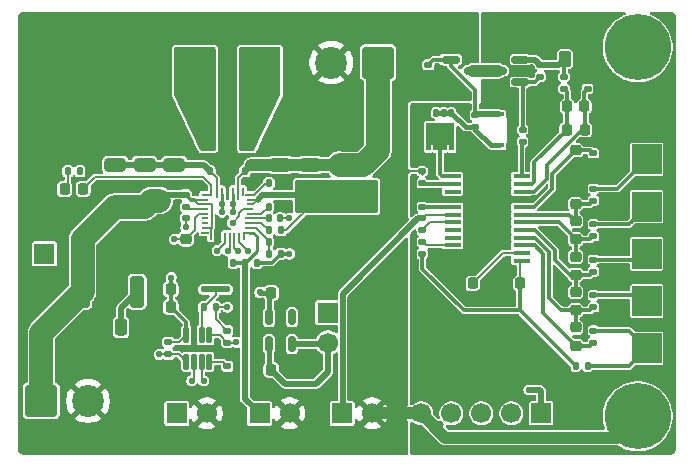
<source format=gbr>
%TF.GenerationSoftware,KiCad,Pcbnew,9.0.6+1*%
%TF.CreationDate,Date%
%TF.ProjectId,solar_smart_station,736f6c61-725f-4736-9d61-72745f737461,+ (Unreleased)*%
%TF.SameCoordinates,Original*%
%TF.FileFunction,Copper,L1,Top*%
%TF.FilePolarity,Positive*%
%FSLAX46Y46*%
G04 Gerber Fmt 4.6, Leading zero omitted, Abs format (unit mm)*
G04 Created by KiCad*
%MOMM*%
%LPD*%
G01*
G04 APERTURE LIST*
G04 Aperture macros list*
%AMRoundRect*
0 Rectangle with rounded corners*
0 $1 Rounding radius*
0 $2 $3 $4 $5 $6 $7 $8 $9 X,Y pos of 4 corners*
0 Add a 4 corners polygon primitive as box body*
4,1,4,$2,$3,$4,$5,$6,$7,$8,$9,$2,$3,0*
0 Add four circle primitives for the rounded corners*
1,1,$1+$1,$2,$3*
1,1,$1+$1,$4,$5*
1,1,$1+$1,$6,$7*
1,1,$1+$1,$8,$9*
0 Add four rect primitives between the rounded corners*
20,1,$1+$1,$2,$3,$4,$5,0*
20,1,$1+$1,$4,$5,$6,$7,0*
20,1,$1+$1,$6,$7,$8,$9,0*
20,1,$1+$1,$8,$9,$2,$3,0*%
%AMFreePoly0*
4,1,5,0.100000,-0.350000,-0.100000,-0.350000,-0.100000,0.350000,0.100000,0.350000,0.100000,-0.350000,0.100000,-0.350000,$1*%
%AMFreePoly1*
4,1,5,0.350000,-0.100000,-0.350000,-0.100000,-0.350000,0.100000,0.350000,0.100000,0.350000,-0.100000,0.350000,-0.100000,$1*%
%AMFreePoly2*
4,1,17,1.371000,0.720000,0.950000,0.720000,0.950000,0.580000,1.370000,0.580000,1.370000,0.080000,0.950000,0.080000,0.950000,-0.080000,1.370000,-0.080000,1.370000,-0.580000,0.950000,-0.580000,0.950000,-0.720000,1.370000,-0.720000,1.370000,-1.225000,-0.950000,-1.225000,-0.950000,1.225000,1.371000,1.225000,1.371000,0.720000,1.371000,0.720000,$1*%
G04 Aperture macros list end*
%TA.AperFunction,EtchedComponent*%
%ADD10C,0.000000*%
%TD*%
%TA.AperFunction,SMDPad,CuDef*%
%ADD11RoundRect,0.135000X-0.185000X0.135000X-0.185000X-0.135000X0.185000X-0.135000X0.185000X0.135000X0*%
%TD*%
%TA.AperFunction,SMDPad,CuDef*%
%ADD12RoundRect,0.250000X-0.650000X0.325000X-0.650000X-0.325000X0.650000X-0.325000X0.650000X0.325000X0*%
%TD*%
%TA.AperFunction,SMDPad,CuDef*%
%ADD13RoundRect,0.225000X-0.250000X0.225000X-0.250000X-0.225000X0.250000X-0.225000X0.250000X0.225000X0*%
%TD*%
%TA.AperFunction,ComponentPad*%
%ADD14R,2.500000X2.500000*%
%TD*%
%TA.AperFunction,SMDPad,CuDef*%
%ADD15RoundRect,0.150000X-0.587500X-0.150000X0.587500X-0.150000X0.587500X0.150000X-0.587500X0.150000X0*%
%TD*%
%TA.AperFunction,ComponentPad*%
%ADD16C,3.600000*%
%TD*%
%TA.AperFunction,ConnectorPad*%
%ADD17C,5.600000*%
%TD*%
%TA.AperFunction,SMDPad,CuDef*%
%ADD18RoundRect,0.135000X-0.135000X-0.185000X0.135000X-0.185000X0.135000X0.185000X-0.135000X0.185000X0*%
%TD*%
%TA.AperFunction,SMDPad,CuDef*%
%ADD19RoundRect,0.150000X0.587500X0.150000X-0.587500X0.150000X-0.587500X-0.150000X0.587500X-0.150000X0*%
%TD*%
%TA.AperFunction,SMDPad,CuDef*%
%ADD20C,0.500000*%
%TD*%
%TA.AperFunction,SMDPad,CuDef*%
%ADD21RoundRect,0.250000X0.250000X0.475000X-0.250000X0.475000X-0.250000X-0.475000X0.250000X-0.475000X0*%
%TD*%
%TA.AperFunction,SMDPad,CuDef*%
%ADD22RoundRect,0.225000X-0.225000X-0.250000X0.225000X-0.250000X0.225000X0.250000X-0.225000X0.250000X0*%
%TD*%
%TA.AperFunction,SMDPad,CuDef*%
%ADD23RoundRect,0.140000X0.140000X0.170000X-0.140000X0.170000X-0.140000X-0.170000X0.140000X-0.170000X0*%
%TD*%
%TA.AperFunction,ComponentPad*%
%ADD24R,1.700000X1.700000*%
%TD*%
%TA.AperFunction,ComponentPad*%
%ADD25C,1.700000*%
%TD*%
%TA.AperFunction,SMDPad,CuDef*%
%ADD26RoundRect,0.112500X-0.112500X0.550000X-0.112500X-0.550000X0.112500X-0.550000X0.112500X0.550000X0*%
%TD*%
%TA.AperFunction,SMDPad,CuDef*%
%ADD27RoundRect,0.135000X0.185000X-0.135000X0.185000X0.135000X-0.185000X0.135000X-0.185000X-0.135000X0*%
%TD*%
%TA.AperFunction,SMDPad,CuDef*%
%ADD28RoundRect,0.250000X-0.362500X-1.075000X0.362500X-1.075000X0.362500X1.075000X-0.362500X1.075000X0*%
%TD*%
%TA.AperFunction,SMDPad,CuDef*%
%ADD29RoundRect,0.140000X-0.170000X0.140000X-0.170000X-0.140000X0.170000X-0.140000X0.170000X0.140000X0*%
%TD*%
%TA.AperFunction,SMDPad,CuDef*%
%ADD30RoundRect,0.250000X0.650000X-0.325000X0.650000X0.325000X-0.650000X0.325000X-0.650000X-0.325000X0*%
%TD*%
%TA.AperFunction,SMDPad,CuDef*%
%ADD31RoundRect,0.140000X-0.140000X-0.170000X0.140000X-0.170000X0.140000X0.170000X-0.140000X0.170000X0*%
%TD*%
%TA.AperFunction,SMDPad,CuDef*%
%ADD32RoundRect,0.225000X0.225000X0.250000X-0.225000X0.250000X-0.225000X-0.250000X0.225000X-0.250000X0*%
%TD*%
%TA.AperFunction,SMDPad,CuDef*%
%ADD33RoundRect,0.135000X0.135000X0.185000X-0.135000X0.185000X-0.135000X-0.185000X0.135000X-0.185000X0*%
%TD*%
%TA.AperFunction,SMDPad,CuDef*%
%ADD34RoundRect,0.150000X0.150000X-0.512500X0.150000X0.512500X-0.150000X0.512500X-0.150000X-0.512500X0*%
%TD*%
%TA.AperFunction,SMDPad,CuDef*%
%ADD35R,2.950000X3.500000*%
%TD*%
%TA.AperFunction,SMDPad,CuDef*%
%ADD36R,0.838200X0.457200*%
%TD*%
%TA.AperFunction,SMDPad,CuDef*%
%ADD37RoundRect,0.250000X0.262500X0.450000X-0.262500X0.450000X-0.262500X-0.450000X0.262500X-0.450000X0*%
%TD*%
%TA.AperFunction,SMDPad,CuDef*%
%ADD38R,1.473200X0.355600*%
%TD*%
%TA.AperFunction,SMDPad,CuDef*%
%ADD39RoundRect,0.225000X0.250000X-0.225000X0.250000X0.225000X-0.250000X0.225000X-0.250000X-0.225000X0*%
%TD*%
%TA.AperFunction,ComponentPad*%
%ADD40RoundRect,0.250001X1.099999X1.099999X-1.099999X1.099999X-1.099999X-1.099999X1.099999X-1.099999X0*%
%TD*%
%TA.AperFunction,ComponentPad*%
%ADD41C,2.700000*%
%TD*%
%TA.AperFunction,ComponentPad*%
%ADD42RoundRect,0.250001X-1.099999X-1.099999X1.099999X-1.099999X1.099999X1.099999X-1.099999X1.099999X0*%
%TD*%
%TA.AperFunction,SMDPad,CuDef*%
%ADD43R,0.800000X0.200000*%
%TD*%
%TA.AperFunction,SMDPad,CuDef*%
%ADD44R,0.200000X0.700000*%
%TD*%
%TA.AperFunction,SMDPad,CuDef*%
%ADD45R,0.599999X0.200000*%
%TD*%
%TA.AperFunction,SMDPad,CuDef*%
%ADD46R,0.700000X0.200000*%
%TD*%
%TA.AperFunction,SMDPad,CuDef*%
%ADD47R,0.200000X0.599999*%
%TD*%
%TA.AperFunction,SMDPad,CuDef*%
%ADD48FreePoly0,0.000000*%
%TD*%
%TA.AperFunction,SMDPad,CuDef*%
%ADD49FreePoly1,0.000000*%
%TD*%
%TA.AperFunction,SMDPad,CuDef*%
%ADD50R,0.700001X0.200000*%
%TD*%
%TA.AperFunction,SMDPad,CuDef*%
%ADD51R,0.650001X0.200000*%
%TD*%
%TA.AperFunction,SMDPad,CuDef*%
%ADD52R,0.680001X0.200000*%
%TD*%
%TA.AperFunction,SMDPad,CuDef*%
%ADD53R,0.200000X1.000000*%
%TD*%
%TA.AperFunction,SMDPad,CuDef*%
%ADD54R,0.200000X0.950001*%
%TD*%
%TA.AperFunction,SMDPad,CuDef*%
%ADD55RoundRect,0.218750X0.218750X0.256250X-0.218750X0.256250X-0.218750X-0.256250X0.218750X-0.256250X0*%
%TD*%
%TA.AperFunction,SMDPad,CuDef*%
%ADD56RoundRect,0.112500X-0.112500X0.202500X-0.112500X-0.202500X0.112500X-0.202500X0.112500X0.202500X0*%
%TD*%
%TA.AperFunction,SMDPad,CuDef*%
%ADD57FreePoly2,270.000000*%
%TD*%
%TA.AperFunction,ViaPad*%
%ADD58C,0.550000*%
%TD*%
%TA.AperFunction,Conductor*%
%ADD59C,0.500000*%
%TD*%
%TA.AperFunction,Conductor*%
%ADD60C,1.000000*%
%TD*%
%TA.AperFunction,Conductor*%
%ADD61C,0.200000*%
%TD*%
%TA.AperFunction,Conductor*%
%ADD62C,0.400000*%
%TD*%
%TA.AperFunction,Conductor*%
%ADD63C,0.250000*%
%TD*%
%TA.AperFunction,Conductor*%
%ADD64C,2.000000*%
%TD*%
%TA.AperFunction,Conductor*%
%ADD65C,0.300000*%
%TD*%
%TA.AperFunction,Conductor*%
%ADD66C,0.160000*%
%TD*%
G04 APERTURE END LIST*
D10*
%TA.AperFunction,EtchedComponent*%
%TO.C,NT1*%
G36*
X48500000Y-170750000D02*
G01*
X46500000Y-170750000D01*
X46500000Y-170250000D01*
X48500000Y-170250000D01*
X48500000Y-170750000D01*
G37*
%TD.AperFunction*%
%TA.AperFunction,EtchedComponent*%
%TO.C,NT2*%
G36*
X75000000Y-179250000D02*
G01*
X74000000Y-179250000D01*
X74000000Y-178750000D01*
X75000000Y-178750000D01*
X75000000Y-179250000D01*
G37*
%TD.AperFunction*%
%TD*%
D11*
%TO.P,R28,1*%
%TO.N,-BATT*%
X65000000Y-162490000D03*
%TO.P,R28,2*%
%TO.N,Net-(U4-OCDP)*%
X65000000Y-163510000D03*
%TD*%
D12*
%TO.P,C16,1*%
%TO.N,GND*%
X55500000Y-157025000D03*
%TO.P,C16,2*%
%TO.N,SYSTEM_LOAD*%
X55500000Y-159975000D03*
%TD*%
D11*
%TO.P,R30,1*%
%TO.N,THERMISTOR_2*%
X65000000Y-164490000D03*
%TO.P,R30,2*%
%TO.N,Net-(U4-VTB)*%
X65000000Y-165510000D03*
%TD*%
D13*
%TO.P,C24,1*%
%TO.N,Net-(U4-VC3)*%
X78000000Y-170725000D03*
%TO.P,C24,2*%
%TO.N,Net-(U4-VC4)*%
X78000000Y-172275000D03*
%TD*%
D14*
%TO.P,H4,1,1*%
%TO.N,Net-(H4-Pad1)*%
X84000000Y-163500000D03*
%TD*%
D15*
%TO.P,Q2,1,G*%
%TO.N,Net-(D2-K)*%
X67422500Y-151050000D03*
%TO.P,Q2,2,S*%
%TO.N,GND*%
X67422500Y-152950000D03*
%TO.P,Q2,3,D*%
%TO.N,Net-(Q1-D)*%
X69297500Y-152000000D03*
%TD*%
D12*
%TO.P,C12,1*%
%TO.N,GND*%
X44000000Y-157025000D03*
%TO.P,C12,2*%
%TO.N,Net-(U1-PMID)*%
X44000000Y-159975000D03*
%TD*%
D16*
%TO.P,H8,1,1*%
%TO.N,unconnected-(H8-Pad1)_2*%
X83250000Y-150000000D03*
D17*
%TO.N,unconnected-(H8-Pad1)*%
X83250000Y-150000000D03*
%TD*%
D18*
%TO.P,R3,1*%
%TO.N,THERMISTOR*%
X49990000Y-168250000D03*
%TO.P,R3,2*%
%TO.N,REGN_5V*%
X51010000Y-168250000D03*
%TD*%
D19*
%TO.P,Q1,1,G*%
%TO.N,Net-(Q1-G)*%
X73297500Y-152950000D03*
%TO.P,Q1,2,S*%
%TO.N,Net-(Q1-S)*%
X73297500Y-151050000D03*
%TO.P,Q1,3,D*%
%TO.N,Net-(Q1-D)*%
X71422500Y-152000000D03*
%TD*%
D14*
%TO.P,H2,1,1*%
%TO.N,Net-(H2-Pad1)*%
X84000000Y-171500000D03*
%TD*%
D18*
%TO.P,R6,1*%
%TO.N,Net-(U1-BATP)*%
X51990000Y-165500000D03*
%TO.P,R6,2*%
%TO.N,BATTERY_PACK*%
X53010000Y-165500000D03*
%TD*%
D20*
%TO.P,NT1,1,1*%
%TO.N,SCL*%
X46500000Y-170500000D03*
%TO.P,NT1,2,2*%
%TO.N,/Project Architecture/MCU/SCL{slash}RST*%
X47500000Y-170500000D03*
%TO.P,NT1,3,3*%
%TO.N,RST*%
X48500000Y-170500000D03*
%TD*%
D12*
%TO.P,C15,1*%
%TO.N,GND*%
X41500000Y-157025000D03*
%TO.P,C15,2*%
%TO.N,Net-(U1-PMID)*%
X41500000Y-159975000D03*
%TD*%
D14*
%TO.P,H6,1,1*%
%TO.N,-BATT*%
X84000000Y-155500000D03*
%TD*%
D13*
%TO.P,C26,1*%
%TO.N,Net-(U4-VC1)*%
X78000000Y-164725000D03*
%TO.P,C26,2*%
%TO.N,Net-(U4-VC2)*%
X78000000Y-166275000D03*
%TD*%
D21*
%TO.P,C1,1*%
%TO.N,Net-(C1-Pad1)*%
X39500000Y-173702500D03*
%TO.P,C1,2*%
%TO.N,GND*%
X37600000Y-173702500D03*
%TD*%
D11*
%TO.P,R17,1*%
%TO.N,Net-(H5-Pad1)*%
X79500000Y-161990000D03*
%TO.P,R17,2*%
%TO.N,Net-(U4-VC1)*%
X79500000Y-163010000D03*
%TD*%
D22*
%TO.P,C33,1*%
%TO.N,Net-(U4-SRP)*%
X78725000Y-155000000D03*
%TO.P,C33,2*%
%TO.N,-BATT*%
X80275000Y-155000000D03*
%TD*%
D11*
%TO.P,R29,1*%
%TO.N,GND*%
X65000000Y-160490000D03*
%TO.P,R29,2*%
%TO.N,Net-(U4-LD)*%
X65000000Y-161510000D03*
%TD*%
D23*
%TO.P,C9,1*%
%TO.N,GND*%
X47980000Y-160500000D03*
%TO.P,C9,2*%
%TO.N,Net-(U1-PMID)*%
X47020000Y-160500000D03*
%TD*%
D24*
%TO.P,J1,1,Pin_1*%
%TO.N,CE_N*%
X44225000Y-181000000D03*
D25*
%TO.P,J1,2,Pin_2*%
%TO.N,GND*%
X46765000Y-181000000D03*
%TD*%
D26*
%TO.P,U3,1,PA27/A0*%
%TO.N,INT_N*%
X46975000Y-174362500D03*
%TO.P,U3,2,PA1/NRST*%
%TO.N,/Project Architecture/MCU/SCL{slash}RST*%
X46325000Y-174362500D03*
%TO.P,U3,3,VSS*%
%TO.N,GND*%
X45675000Y-174362500D03*
%TO.P,U3,4,VDD*%
%TO.N,+3V3*%
X45025000Y-174362500D03*
%TO.P,U3,5,PA0*%
%TO.N,SDA*%
X45025000Y-176637500D03*
%TO.P,U3,6,PA19/SWDIO*%
%TO.N,SWDIO*%
X45675000Y-176637500D03*
%TO.P,U3,7,PA20/A6/SWCLK*%
%TO.N,SWCLK*%
X46325000Y-176637500D03*
%TO.P,U3,8,PA24/A3*%
%TO.N,Net-(U3-PA24{slash}A3)*%
X46975000Y-176637500D03*
%TD*%
D20*
%TO.P,NT2,1,1*%
%TO.N,+3V3*%
X74000000Y-179000000D03*
%TO.P,NT2,2,2*%
%TO.N,VCC*%
X75000000Y-179000000D03*
%TD*%
D13*
%TO.P,C28,1*%
%TO.N,Net-(U4-VC0)*%
X78000000Y-158725000D03*
%TO.P,C28,2*%
%TO.N,-BATT*%
X78000000Y-160275000D03*
%TD*%
D12*
%TO.P,C13,1*%
%TO.N,GND*%
X53000000Y-157025000D03*
%TO.P,C13,2*%
%TO.N,SYSTEM_LOAD*%
X53000000Y-159975000D03*
%TD*%
D27*
%TO.P,R11,1*%
%TO.N,Net-(U3-PA24{slash}A3)*%
X48500000Y-177010000D03*
%TO.P,R11,2*%
%TO.N,GND*%
X48500000Y-175990000D03*
%TD*%
D28*
%TO.P,R1,1*%
%TO.N,+21V*%
X36237500Y-170702500D03*
%TO.P,R1,2*%
%TO.N,Net-(C1-Pad1)*%
X40862500Y-170702500D03*
%TD*%
D24*
%TO.P,J2,1,Pin_1*%
%TO.N,REGN_5V*%
X57000000Y-172475000D03*
D25*
%TO.P,J2,2,Pin_2*%
%TO.N,LDO_IN*%
X57000000Y-175015000D03*
%TD*%
D13*
%TO.P,C25,1*%
%TO.N,Net-(U4-VC2)*%
X78000000Y-167725000D03*
%TO.P,C25,2*%
%TO.N,Net-(U4-VC3)*%
X78000000Y-169275000D03*
%TD*%
D11*
%TO.P,R14,1*%
%TO.N,Net-(H2-Pad1)*%
X79500000Y-170990000D03*
%TO.P,R14,2*%
%TO.N,Net-(U4-VC4)*%
X79500000Y-172010000D03*
%TD*%
%TO.P,R24,1*%
%TO.N,Net-(Q1-S)*%
X75000000Y-151490000D03*
%TO.P,R24,2*%
%TO.N,Net-(Q1-G)*%
X75000000Y-152510000D03*
%TD*%
D29*
%TO.P,C2,1*%
%TO.N,GND*%
X45000000Y-161520000D03*
%TO.P,C2,2*%
%TO.N,+21V*%
X45000000Y-162480000D03*
%TD*%
D30*
%TO.P,C11,1*%
%TO.N,GND*%
X56750000Y-164975000D03*
%TO.P,C11,2*%
%TO.N,BATTERY_PACK*%
X56750000Y-162025000D03*
%TD*%
D14*
%TO.P,H1,1,1*%
%TO.N,BATTERY_PACK*%
X84000000Y-175500000D03*
%TD*%
D31*
%TO.P,C10,1*%
%TO.N,GND*%
X49020000Y-160500000D03*
%TO.P,C10,2*%
%TO.N,SYSTEM_LOAD*%
X49980000Y-160500000D03*
%TD*%
D32*
%TO.P,C20,1*%
%TO.N,GND*%
X53760000Y-170795000D03*
%TO.P,C20,2*%
%TO.N,+3V3*%
X52210000Y-170795000D03*
%TD*%
D11*
%TO.P,R13,1*%
%TO.N,BATTERY_PACK*%
X79500000Y-173990000D03*
%TO.P,R13,2*%
%TO.N,Net-(U4-VC5)*%
X79500000Y-175010000D03*
%TD*%
D24*
%TO.P,J3,1,Pin_1*%
%TO.N,VCC*%
X75080000Y-181000000D03*
D25*
%TO.P,J3,2,Pin_2*%
%TO.N,SWDIO*%
X72540000Y-181000000D03*
%TO.P,J3,3,Pin_3*%
%TO.N,SWCLK*%
X70000000Y-181000000D03*
%TO.P,J3,4,Pin_4*%
%TO.N,RST*%
X67460000Y-181000000D03*
%TO.P,J3,5,Pin_5*%
%TO.N,GND*%
X64920000Y-181000000D03*
%TD*%
D14*
%TO.P,H3,1,1*%
%TO.N,Net-(H3-Pad1)*%
X84000000Y-167500000D03*
%TD*%
D27*
%TO.P,R26,1*%
%TO.N,GND*%
X65500000Y-152510000D03*
%TO.P,R26,2*%
%TO.N,Net-(D2-K)*%
X65500000Y-151490000D03*
%TD*%
D13*
%TO.P,C23,1*%
%TO.N,Net-(U4-VC4)*%
X78000000Y-173725000D03*
%TO.P,C23,2*%
%TO.N,Net-(U4-VC5)*%
X78000000Y-175275000D03*
%TD*%
D18*
%TO.P,R5,1*%
%TO.N,Net-(U1-PROG)*%
X51990000Y-163500000D03*
%TO.P,R5,2*%
%TO.N,GND*%
X53010000Y-163500000D03*
%TD*%
%TO.P,R4,1*%
%TO.N,GND*%
X47990000Y-168250000D03*
%TO.P,R4,2*%
%TO.N,THERMISTOR*%
X49010000Y-168250000D03*
%TD*%
D33*
%TO.P,R8,1*%
%TO.N,GND*%
X53010000Y-166500000D03*
%TO.P,R8,2*%
%TO.N,Net-(U1-ILIM_HIZ)*%
X51990000Y-166500000D03*
%TD*%
D34*
%TO.P,U2,1,IN*%
%TO.N,LDO_IN*%
X52050000Y-175137500D03*
%TO.P,U2,2,GND*%
%TO.N,GND*%
X53000000Y-175137500D03*
%TO.P,U2,3,EN*%
%TO.N,LDO_IN*%
X53950000Y-175137500D03*
%TO.P,U2,4,NC*%
%TO.N,unconnected-(U2-NC-Pad4)*%
X53950000Y-172862500D03*
%TO.P,U2,5,OUT*%
%TO.N,+3V3*%
X52050000Y-172862500D03*
%TD*%
D30*
%TO.P,C4,1*%
%TO.N,GND*%
X39000000Y-166475000D03*
%TO.P,C4,2*%
%TO.N,+21V*%
X39000000Y-163525000D03*
%TD*%
%TO.P,C3,1*%
%TO.N,GND*%
X41500000Y-166475000D03*
%TO.P,C3,2*%
%TO.N,+21V*%
X41500000Y-163525000D03*
%TD*%
D24*
%TO.P,J8,1,Pin_1*%
%TO.N,THERMISTOR_2*%
X58225000Y-181000000D03*
D25*
%TO.P,J8,2,Pin_2*%
%TO.N,GND*%
X60765000Y-181000000D03*
%TD*%
D35*
%TO.P,L1,1,1*%
%TO.N,Net-(U1-SW1)*%
X45775000Y-152000000D03*
%TO.P,L1,2,2*%
%TO.N,Net-(U1-SW2)*%
X51225000Y-152000000D03*
%TD*%
D33*
%TO.P,R9,1*%
%TO.N,+3V3*%
X47510000Y-172000000D03*
%TO.P,R9,2*%
%TO.N,/Project Architecture/MCU/SCL{slash}RST*%
X46490000Y-172000000D03*
%TD*%
%TO.P,R2,1*%
%TO.N,REGN_5V*%
X36010000Y-160500000D03*
%TO.P,R2,2*%
%TO.N,Net-(D1-A)*%
X34990000Y-160500000D03*
%TD*%
D31*
%TO.P,C8,1*%
%TO.N,Net-(U1-SDRV)*%
X52020000Y-161500000D03*
%TO.P,C8,2*%
%TO.N,GND*%
X52980000Y-161500000D03*
%TD*%
D16*
%TO.P,H7,1,1*%
%TO.N,GND*%
X34250000Y-150250000D03*
D17*
X34250000Y-150250000D03*
%TD*%
D12*
%TO.P,C17,1*%
%TO.N,GND*%
X39000000Y-157025000D03*
%TO.P,C17,2*%
%TO.N,Net-(U1-PMID)*%
X39000000Y-159975000D03*
%TD*%
D11*
%TO.P,R16,1*%
%TO.N,Net-(H4-Pad1)*%
X79500000Y-164990000D03*
%TO.P,R16,2*%
%TO.N,Net-(U4-VC2)*%
X79500000Y-166010000D03*
%TD*%
%TO.P,R25,1*%
%TO.N,Net-(D2-K)*%
X69500000Y-155750000D03*
%TO.P,R25,2*%
%TO.N,Net-(D2-A)*%
X69500000Y-156770000D03*
%TD*%
D22*
%TO.P,C30,1*%
%TO.N,-BATT*%
X67725000Y-170000000D03*
%TO.P,C30,2*%
%TO.N,Net-(U4-AVDD)*%
X69275000Y-170000000D03*
%TD*%
D13*
%TO.P,C27,1*%
%TO.N,-BATT*%
X78000000Y-161725000D03*
%TO.P,C27,2*%
%TO.N,Net-(U4-VC1)*%
X78000000Y-163275000D03*
%TD*%
D14*
%TO.P,H5,1,1*%
%TO.N,Net-(H5-Pad1)*%
X84000000Y-159500000D03*
%TD*%
D27*
%TO.P,R18,1*%
%TO.N,-BATT*%
X79500000Y-160010000D03*
%TO.P,R18,2*%
%TO.N,Net-(U4-VC0)*%
X79500000Y-158990000D03*
%TD*%
D36*
%TO.P,D2,1,K*%
%TO.N,Net-(D2-K)*%
X71500000Y-155679200D03*
%TO.P,D2,2,A*%
%TO.N,Net-(D2-A)*%
X71500000Y-158320800D03*
%TD*%
D30*
%TO.P,C14,1*%
%TO.N,GND*%
X59250000Y-164975000D03*
%TO.P,C14,2*%
%TO.N,BATTERY_PACK*%
X59250000Y-162025000D03*
%TD*%
D32*
%TO.P,C21,1*%
%TO.N,GND*%
X45275000Y-170500000D03*
%TO.P,C21,2*%
%TO.N,+3V3*%
X43725000Y-170500000D03*
%TD*%
D37*
%TO.P,R21,1*%
%TO.N,-BATT*%
X78912500Y-151000000D03*
%TO.P,R21,2*%
%TO.N,Net-(Q1-S)*%
X77087500Y-151000000D03*
%TD*%
D16*
%TO.P,H9,1,1*%
%TO.N,GND*%
X83250000Y-181250000D03*
D17*
X83250000Y-181250000D03*
%TD*%
D32*
%TO.P,C22,1*%
%TO.N,GND*%
X45275000Y-172000000D03*
%TO.P,C22,2*%
%TO.N,+3V3*%
X43725000Y-172000000D03*
%TD*%
D11*
%TO.P,R15,1*%
%TO.N,Net-(H3-Pad1)*%
X79500000Y-167990000D03*
%TO.P,R15,2*%
%TO.N,Net-(U4-VC3)*%
X79500000Y-169010000D03*
%TD*%
D27*
%TO.P,R12,1*%
%TO.N,SDA*%
X43500000Y-176010000D03*
%TO.P,R12,2*%
%TO.N,+3V3*%
X43500000Y-174990000D03*
%TD*%
D24*
%TO.P,TP1,1,1*%
%TO.N,/Project Architecture/SolarCharger/QON*%
X33000000Y-167500000D03*
%TD*%
D27*
%TO.P,R27,1*%
%TO.N,Net-(U4-VDD)*%
X65000000Y-167510000D03*
%TO.P,R27,2*%
%TO.N,Net-(U4-PRES)*%
X65000000Y-166490000D03*
%TD*%
D24*
%TO.P,J7,1,Pin_1*%
%TO.N,THERMISTOR*%
X51225000Y-181000000D03*
D25*
%TO.P,J7,2,Pin_2*%
%TO.N,GND*%
X53765000Y-181000000D03*
%TD*%
D18*
%TO.P,R7,1*%
%TO.N,Net-(U1-ILIM_HIZ)*%
X51990000Y-167500000D03*
%TO.P,R7,2*%
%TO.N,REGN_5V*%
X53010000Y-167500000D03*
%TD*%
D32*
%TO.P,C19,1*%
%TO.N,GND*%
X53760000Y-177295000D03*
%TO.P,C19,2*%
%TO.N,LDO_IN*%
X52210000Y-177295000D03*
%TD*%
D22*
%TO.P,C29,1*%
%TO.N,-BATT*%
X71725000Y-170000000D03*
%TO.P,C29,2*%
%TO.N,Net-(U4-VDD)*%
X73275000Y-170000000D03*
%TD*%
D11*
%TO.P,R23,1*%
%TO.N,Net-(Q1-G)*%
X73500000Y-156990000D03*
%TO.P,R23,2*%
%TO.N,Net-(U4-DSG)*%
X73500000Y-158010000D03*
%TD*%
D38*
%TO.P,U4,1,VDD*%
%TO.N,Net-(U4-VDD)*%
X73421000Y-168074999D03*
%TO.P,U4,2,AVDD*%
%TO.N,Net-(U4-AVDD)*%
X73421000Y-167425000D03*
%TO.P,U4,3,VC5*%
%TO.N,Net-(U4-VC5)*%
X73421000Y-166775002D03*
%TO.P,U4,4,VC4*%
%TO.N,Net-(U4-VC4)*%
X73421000Y-166125001D03*
%TO.P,U4,5,VC3*%
%TO.N,Net-(U4-VC3)*%
X73421000Y-165475002D03*
%TO.P,U4,6,VC2*%
%TO.N,Net-(U4-VC2)*%
X73421000Y-164825001D03*
%TO.P,U4,7,VC1*%
%TO.N,Net-(U4-VC1)*%
X73421000Y-164175002D03*
%TO.P,U4,8,VC0*%
%TO.N,Net-(U4-VC0)*%
X73421000Y-163525001D03*
%TO.P,U4,9,VSS*%
%TO.N,-BATT*%
X73421000Y-162875002D03*
%TO.P,U4,10,SRP*%
%TO.N,Net-(U4-SRP)*%
X73421000Y-162225001D03*
%TO.P,U4,11,SRN*%
%TO.N,Net-(U4-SRN)*%
X73421000Y-161575002D03*
%TO.P,U4,12,DSG*%
%TO.N,Net-(U4-DSG)*%
X73421000Y-160925001D03*
%TO.P,U4,13,CHG*%
%TO.N,Net-(U4-CHG)*%
X67579000Y-160925001D03*
%TO.P,U4,14,LD*%
%TO.N,Net-(U4-LD)*%
X67579000Y-161575000D03*
%TO.P,U4,15,LPWR*%
%TO.N,unconnected-(U4-LPWR-Pad15)*%
X67579000Y-162225001D03*
%TO.P,U4,16,CBI*%
%TO.N,-BATT*%
X67579000Y-162874999D03*
%TO.P,U4,17,OCDP*%
%TO.N,Net-(U4-OCDP)*%
X67579000Y-163525001D03*
%TO.P,U4,18,TS*%
%TO.N,THERMISTOR_2*%
X67579000Y-164174999D03*
%TO.P,U4,19,VTB*%
%TO.N,Net-(U4-VTB)*%
X67579000Y-164824998D03*
%TO.P,U4,20,CCFG*%
%TO.N,unconnected-(U4-CCFG-Pad20)*%
X67579000Y-165474999D03*
%TO.P,U4,21,CBO*%
%TO.N,unconnected-(U4-CBO-Pad21)*%
X67579000Y-166124998D03*
%TO.P,U4,22,PRES*%
%TO.N,Net-(U4-PRES)*%
X67579000Y-166774999D03*
%TO.P,U4,23,CTRC*%
%TO.N,-BATT*%
X67579000Y-167424998D03*
%TO.P,U4,24,CTRD*%
X67579000Y-168074999D03*
%TD*%
D11*
%TO.P,R10,1*%
%TO.N,+3V3*%
X48500000Y-173990000D03*
%TO.P,R10,2*%
%TO.N,INT_N*%
X48500000Y-175010000D03*
%TD*%
D33*
%TO.P,R19,1*%
%TO.N,BATTERY_PACK*%
X79010000Y-177000000D03*
%TO.P,R19,2*%
%TO.N,Net-(U4-VDD)*%
X77990000Y-177000000D03*
%TD*%
D39*
%TO.P,C6,1*%
%TO.N,GND*%
X45000000Y-167775000D03*
%TO.P,C6,2*%
%TO.N,REGN_5V*%
X45000000Y-166225000D03*
%TD*%
D40*
%TO.P,J5,1,Pin_1*%
%TO.N,SYSTEM_LOAD*%
X61257500Y-151300000D03*
D41*
%TO.P,J5,2,Pin_2*%
%TO.N,GND*%
X57297500Y-151300000D03*
%TD*%
D42*
%TO.P,J4,1,Pin_1*%
%TO.N,+21V*%
X32742500Y-179950000D03*
D41*
%TO.P,J4,2,Pin_2*%
%TO.N,GND*%
X36702500Y-179950000D03*
%TD*%
D43*
%TO.P,U1,1,STAT*%
%TO.N,Net-(D1-K)*%
X46697745Y-162501514D03*
D44*
X47149431Y-162250200D03*
D45*
%TO.P,U1,2,VBUS*%
%TO.N,+21V*%
X46600002Y-162900001D03*
%TO.P,U1,3,VBUS*%
X46600002Y-163300000D03*
%TO.P,U1,4,BTST1*%
%TO.N,Net-(U1-BTST1)*%
X46600002Y-163700002D03*
%TO.P,U1,5,REGN*%
%TO.N,REGN_5V*%
X46600002Y-164100001D03*
%TO.P,U1,6,D+*%
%TO.N,unconnected-(U1-D+-Pad6)*%
X46600002Y-164500000D03*
%TO.P,U1,7,D-*%
%TO.N,unconnected-(U1-D--Pad7)*%
X46600002Y-164900002D03*
%TO.P,U1,8,VAC2*%
%TO.N,+21V*%
X46600002Y-165300001D03*
D46*
%TO.P,U1,9,VAC1*%
X46649068Y-165699257D03*
D44*
X47097609Y-165950180D03*
D47*
%TO.P,U1,10,ACDRV2*%
%TO.N,GND*%
X47500000Y-166000000D03*
%TO.P,U1,11,ACDRV1*%
X47900002Y-166000000D03*
%TO.P,U1,12,QON_N*%
%TO.N,/Project Architecture/SolarCharger/QON*%
X48300001Y-166000000D03*
%TO.P,U1,13,CE_N*%
%TO.N,CE_N*%
X48700001Y-166000000D03*
%TO.P,U1,14,SCL*%
%TO.N,SCL*%
X49100000Y-166000000D03*
%TO.P,U1,15,SDA*%
%TO.N,SDA*%
X49500002Y-166000000D03*
D48*
%TO.P,U1,16,TS*%
%TO.N,THERMISTOR*%
X49898885Y-165957363D03*
D49*
X50349509Y-165708006D03*
D50*
%TO.P,U1,17,ILIM_HIZ*%
%TO.N,Net-(U1-ILIM_HIZ)*%
X50350000Y-165300001D03*
D51*
%TO.P,U1,18,BATP*%
%TO.N,Net-(U1-BATP)*%
X50375001Y-164899999D03*
D52*
%TO.P,U1,19,BTST2*%
%TO.N,Net-(U1-BTST2)*%
X50360000Y-164500000D03*
D45*
%TO.P,U1,20,PROG*%
%TO.N,Net-(U1-PROG)*%
X50400000Y-164100001D03*
%TO.P,U1,21,INT_N*%
%TO.N,INT_N*%
X50400000Y-163700002D03*
%TO.P,U1,22,BAT*%
%TO.N,BATTERY_PACK*%
X50400000Y-163300000D03*
%TO.P,U1,23,BAT*%
X50400000Y-162900001D03*
D44*
%TO.P,U1,24,SDRV*%
%TO.N,Net-(U1-SDRV)*%
X49850961Y-162249822D03*
D43*
X50299251Y-162498872D03*
D53*
%TO.P,U1,25,SYS*%
%TO.N,SYSTEM_LOAD*%
X49400002Y-162400002D03*
%TO.P,U1,26,SW2*%
%TO.N,Net-(U1-SW2)*%
X48950000Y-162400002D03*
%TO.P,U1,27,GND*%
%TO.N,GND*%
X48500001Y-162400002D03*
%TO.P,U1,28,SW1*%
%TO.N,Net-(U1-SW1)*%
X48050002Y-162400002D03*
D54*
%TO.P,U1,29,PMID*%
%TO.N,Net-(U1-PMID)*%
X47600000Y-162375001D03*
%TD*%
D22*
%TO.P,C31,1*%
%TO.N,Net-(U4-SRN)*%
X77225000Y-157000000D03*
%TO.P,C31,2*%
%TO.N,Net-(U4-SRP)*%
X78775000Y-157000000D03*
%TD*%
D23*
%TO.P,C7,1*%
%TO.N,Net-(U1-SW2)*%
X52980000Y-164500000D03*
%TO.P,C7,2*%
%TO.N,Net-(U1-BTST2)*%
X52020000Y-164500000D03*
%TD*%
D55*
%TO.P,D1,1,K*%
%TO.N,Net-(D1-K)*%
X36287500Y-162000000D03*
%TO.P,D1,2,A*%
%TO.N,Net-(D1-A)*%
X34712500Y-162000000D03*
%TD*%
D56*
%TO.P,U5,1,D*%
%TO.N,Net-(D2-A)*%
X67470000Y-155560000D03*
%TO.P,U5,2,D*%
X66830000Y-155560000D03*
%TO.P,U5,3,D*%
X66170000Y-155560000D03*
%TO.P,U5,4,G*%
%TO.N,-BATT*%
X65530000Y-155560000D03*
D57*
%TO.P,U5,5,S*%
%TO.N,Net-(U4-CHG)*%
X66500000Y-157385000D03*
%TD*%
D12*
%TO.P,C18,1*%
%TO.N,GND*%
X58000000Y-157025000D03*
%TO.P,C18,2*%
%TO.N,SYSTEM_LOAD*%
X58000000Y-159975000D03*
%TD*%
D11*
%TO.P,R22,1*%
%TO.N,Net-(Q1-S)*%
X77000000Y-152490000D03*
%TO.P,R22,2*%
%TO.N,Net-(U4-SRN)*%
X77000000Y-153510000D03*
%TD*%
D29*
%TO.P,C5,1*%
%TO.N,Net-(U1-BTST1)*%
X45000000Y-163520000D03*
%TO.P,C5,2*%
%TO.N,Net-(U1-SW1)*%
X45000000Y-164480000D03*
%TD*%
D11*
%TO.P,R20,1*%
%TO.N,-BATT*%
X79000000Y-152490000D03*
%TO.P,R20,2*%
%TO.N,Net-(U4-SRP)*%
X79000000Y-153510000D03*
%TD*%
D32*
%TO.P,C32,1*%
%TO.N,Net-(U4-SRN)*%
X77275000Y-155000000D03*
%TO.P,C32,2*%
%TO.N,-BATT*%
X75725000Y-155000000D03*
%TD*%
D58*
%TO.N,GND*%
X39000000Y-155750000D03*
X53750000Y-163500000D03*
X59250000Y-166250000D03*
X41500000Y-168015000D03*
X55500000Y-155750000D03*
X44000000Y-155750000D03*
X58000000Y-155750000D03*
X36500000Y-173750000D03*
X54750000Y-177750000D03*
X39000000Y-168015000D03*
X53000000Y-155750000D03*
X54750000Y-177000000D03*
X56750000Y-166250000D03*
X53750000Y-161500000D03*
X47750000Y-165250000D03*
X41500000Y-155750000D03*
%TO.N,Net-(U1-SW1)*%
X48050002Y-163250000D03*
X46500000Y-155750000D03*
X45000000Y-165250000D03*
X46500000Y-158000000D03*
X46500000Y-157250000D03*
X48050002Y-163949998D03*
X46500000Y-156500000D03*
%TO.N,Net-(U1-SW2)*%
X48950000Y-163250000D03*
X50500000Y-156500000D03*
X50500000Y-157250000D03*
X50500000Y-158000000D03*
X53750000Y-164500000D03*
X50500000Y-155750000D03*
X48950000Y-163950000D03*
%TO.N,BATTERY_PACK*%
X59750000Y-163000000D03*
X56750000Y-163750000D03*
X58750000Y-163750000D03*
X60750000Y-163750000D03*
X55750000Y-163750000D03*
X57750000Y-163000000D03*
X60750000Y-163000000D03*
X60750000Y-162250000D03*
X56750000Y-163000000D03*
X57750000Y-163750000D03*
X55750000Y-163000000D03*
X58750000Y-163000000D03*
X59750000Y-163750000D03*
%TO.N,+3V3*%
X48499000Y-172000000D03*
X74000000Y-179000000D03*
X43750000Y-169500000D03*
X51250000Y-170750000D03*
%TO.N,REGN_5V*%
X36000000Y-160500000D03*
X53750000Y-167500000D03*
X44000000Y-166250000D03*
%TO.N,/Project Architecture/SolarCharger/QON*%
X47640540Y-167215154D03*
%TO.N,-BATT*%
X79500000Y-161000000D03*
X75750000Y-156000000D03*
X79000000Y-149750000D03*
X64750000Y-155500000D03*
X71750000Y-171000000D03*
X75750000Y-154000000D03*
%TO.N,CE_N*%
X48533841Y-167230993D03*
%TO.N,RST*%
X48500000Y-170500000D03*
%TO.N,SWDIO*%
X45500000Y-178250000D03*
%TO.N,SWCLK*%
X46500000Y-178250000D03*
%TO.N,SCL*%
X49385961Y-167246832D03*
X46500000Y-170500000D03*
%TO.N,INT_N*%
X49250000Y-175000000D03*
X48948814Y-164846338D03*
%TO.N,SDA*%
X50218376Y-167239664D03*
X42750000Y-176000000D03*
%TD*%
D59*
%TO.N,Net-(C1-Pad1)*%
X39500000Y-172065000D02*
X40862500Y-170702500D01*
X39500000Y-173702500D02*
X39500000Y-172065000D01*
D60*
%TO.N,GND*%
X60765000Y-181000000D02*
X64920000Y-181000000D01*
X66970000Y-183050000D02*
X81450000Y-183050000D01*
D61*
X63000000Y-163750000D02*
X61775000Y-164975000D01*
D62*
X53000000Y-175137500D02*
X53000000Y-176535000D01*
D60*
X64920000Y-181000000D02*
X66970000Y-183050000D01*
D59*
X52980000Y-161500000D02*
X53750000Y-161500000D01*
D61*
X63000000Y-160750000D02*
X63000000Y-163750000D01*
X65000000Y-160490000D02*
X63260000Y-160490000D01*
X63260000Y-160490000D02*
X63000000Y-160750000D01*
D59*
X53010000Y-163500000D02*
X53750000Y-163500000D01*
D60*
X81450000Y-183050000D02*
X83250000Y-181250000D01*
D62*
X53000000Y-176535000D02*
X53760000Y-177295000D01*
D61*
X61775000Y-164975000D02*
X59250000Y-164975000D01*
%TO.N,Net-(U1-BTST1)*%
X46600002Y-163700002D02*
X45180002Y-163700002D01*
X45180002Y-163700002D02*
X45000000Y-163520000D01*
%TO.N,Net-(U1-SW1)*%
X45000000Y-164480000D02*
X45000000Y-165250000D01*
D63*
X48050002Y-163250000D02*
X48050002Y-163949998D01*
X48050002Y-162400002D02*
X48050002Y-163250000D01*
%TO.N,Net-(U1-SW2)*%
X48950000Y-162400002D02*
X48950000Y-163250000D01*
D61*
X53750000Y-164500000D02*
X52980000Y-164500000D01*
D63*
X48950000Y-163250000D02*
X48950000Y-163950000D01*
D61*
%TO.N,Net-(U1-BTST2)*%
X51980000Y-164500000D02*
X52000000Y-164520000D01*
X50360000Y-164500000D02*
X51980000Y-164500000D01*
%TO.N,Net-(U1-SDRV)*%
X51750000Y-161500000D02*
X52020000Y-161500000D01*
X50751128Y-162498872D02*
X51750000Y-161500000D01*
X50299251Y-162498872D02*
X50751128Y-162498872D01*
D59*
%TO.N,Net-(U1-PMID)*%
X46495000Y-159975000D02*
X47020000Y-160500000D01*
X39000000Y-159975000D02*
X41500000Y-159975000D01*
X44000000Y-159975000D02*
X41500000Y-159975000D01*
D61*
X47600000Y-161080000D02*
X47020000Y-160500000D01*
D59*
X44000000Y-159975000D02*
X46495000Y-159975000D01*
D61*
X47600000Y-162375001D02*
X47600000Y-161080000D01*
D64*
%TO.N,SYSTEM_LOAD*%
X58025000Y-160000000D02*
X60000000Y-160000000D01*
D59*
X50505000Y-159975000D02*
X49980000Y-160500000D01*
D64*
X60000000Y-160000000D02*
X61250000Y-158750000D01*
D61*
X49400002Y-161079998D02*
X49980000Y-160500000D01*
D64*
X61250000Y-158750000D02*
X61250000Y-157500000D01*
D60*
X55500000Y-159975000D02*
X58000000Y-159975000D01*
X53000000Y-159975000D02*
X50505000Y-159975000D01*
D64*
X58000000Y-159975000D02*
X58025000Y-160000000D01*
X61257500Y-157492500D02*
X61257500Y-151300000D01*
X61250000Y-157500000D02*
X61257500Y-157492500D01*
D60*
X53000000Y-159975000D02*
X55500000Y-159975000D01*
D61*
X49400002Y-162400002D02*
X49400002Y-161079998D01*
D59*
%TO.N,BATTERY_PACK*%
X56750000Y-162025000D02*
X56236117Y-162538883D01*
D61*
X53010000Y-165500000D02*
X53508019Y-165500000D01*
D59*
X51461117Y-162538883D02*
X51099999Y-162900001D01*
D61*
X50700000Y-163300000D02*
X50400000Y-163300000D01*
D65*
X82500000Y-177000000D02*
X84000000Y-175500000D01*
X82490000Y-173990000D02*
X79500000Y-173990000D01*
D61*
X51099999Y-162900001D02*
X50700000Y-163300000D01*
D59*
X56236117Y-162538883D02*
X51461117Y-162538883D01*
D65*
X84000000Y-175500000D02*
X82490000Y-173990000D01*
D61*
X50400000Y-162900001D02*
X51099999Y-162900001D01*
D59*
X56750000Y-162025000D02*
X59250000Y-162025000D01*
D65*
X79010000Y-177000000D02*
X82500000Y-177000000D01*
D61*
X56750000Y-162258019D02*
X56750000Y-162025000D01*
X53508019Y-165500000D02*
X56750000Y-162258019D01*
D62*
%TO.N,+3V3*%
X52050000Y-170955000D02*
X52210000Y-170795000D01*
X52050000Y-172862500D02*
X52050000Y-170955000D01*
D65*
X43725000Y-170500000D02*
X43725000Y-172000000D01*
D62*
X51295000Y-170795000D02*
X51250000Y-170750000D01*
D61*
X48499000Y-172000000D02*
X47510000Y-172000000D01*
X47510000Y-172000000D02*
X47510000Y-173000000D01*
D65*
X43725000Y-170500000D02*
X43725000Y-169525000D01*
D61*
X47510000Y-173000000D02*
X48500000Y-173990000D01*
X43500000Y-174990000D02*
X44397500Y-174990000D01*
X44397500Y-174990000D02*
X45025000Y-174362500D01*
D65*
X45025000Y-173300000D02*
X43725000Y-172000000D01*
D62*
X52210000Y-170795000D02*
X51295000Y-170795000D01*
D65*
X45025000Y-174362500D02*
X45025000Y-173300000D01*
X43725000Y-169525000D02*
X43750000Y-169500000D01*
D66*
%TO.N,THERMISTOR*%
X49898885Y-165957363D02*
X49898885Y-165851115D01*
D63*
X51000000Y-167250000D02*
X50000000Y-168250000D01*
D65*
X49010000Y-168250000D02*
X49990000Y-168250000D01*
D63*
X51000000Y-166000000D02*
X51000000Y-167250000D01*
X50000000Y-168250000D02*
X49990000Y-168250000D01*
D59*
X49990000Y-179765000D02*
X51225000Y-181000000D01*
D66*
X50041994Y-165708006D02*
X50349509Y-165708006D01*
D63*
X50708006Y-165708006D02*
X51000000Y-166000000D01*
D66*
X49898885Y-165851115D02*
X50041994Y-165708006D01*
D63*
X50349509Y-165708006D02*
X50708006Y-165708006D01*
D59*
X49990000Y-168250000D02*
X49990000Y-179765000D01*
D61*
%TO.N,Net-(D1-A)*%
X34990000Y-160500000D02*
X34990000Y-161722500D01*
X34990000Y-161722500D02*
X34712500Y-162000000D01*
%TO.N,Net-(U1-PROG)*%
X51389999Y-164100001D02*
X51990000Y-163500000D01*
X50400000Y-164100001D02*
X51389999Y-164100001D01*
%TO.N,Net-(U1-BATP)*%
X51389999Y-164899999D02*
X51990000Y-165500000D01*
X50375001Y-164899999D02*
X51389999Y-164899999D01*
%TO.N,Net-(U1-ILIM_HIZ)*%
X51990000Y-166390001D02*
X51990000Y-166500000D01*
X51990000Y-167500000D02*
X51990000Y-166500000D01*
X50900000Y-165300001D02*
X51990000Y-166390001D01*
X50350000Y-165300001D02*
X50900000Y-165300001D01*
%TO.N,Net-(D1-K)*%
X46479000Y-160979000D02*
X47149431Y-161649431D01*
X37308500Y-160979000D02*
X46479000Y-160979000D01*
X36287500Y-162000000D02*
X37308500Y-160979000D01*
X47149431Y-161649431D02*
X47149431Y-162250200D01*
%TO.N,+21V*%
X47097609Y-165347609D02*
X47097609Y-165950180D01*
X46050000Y-163300000D02*
X45650001Y-162900001D01*
D64*
X42025000Y-163000000D02*
X42750000Y-163000000D01*
X36237500Y-166260118D02*
X38972618Y-163525000D01*
D61*
X47161001Y-163339002D02*
X47161001Y-165284217D01*
X46600002Y-165300001D02*
X47050001Y-165300001D01*
D64*
X38972618Y-163525000D02*
X39000000Y-163525000D01*
X39000000Y-163525000D02*
X41500000Y-163525000D01*
D65*
X45650001Y-162900001D02*
X45420001Y-162900001D01*
D61*
X46600002Y-163300000D02*
X46050000Y-163300000D01*
X43270000Y-162480000D02*
X42750000Y-163000000D01*
D59*
X45000000Y-162480000D02*
X43270000Y-162480000D01*
D64*
X36237500Y-170702500D02*
X36237500Y-166260118D01*
D61*
X46600002Y-162900001D02*
X45420001Y-162900001D01*
D64*
X32742500Y-179950000D02*
X32742500Y-174197500D01*
X41500000Y-163525000D02*
X42025000Y-163000000D01*
D65*
X45420001Y-162900001D02*
X45000000Y-162480000D01*
D61*
X47121999Y-163300000D02*
X47161001Y-163339002D01*
X47050001Y-165300001D02*
X47097609Y-165347609D01*
X46600002Y-163300000D02*
X47121999Y-163300000D01*
X47161001Y-165284217D02*
X47097609Y-165347609D01*
D64*
X32742500Y-174197500D02*
X36237500Y-170702500D01*
D65*
%TO.N,REGN_5V*%
X51010000Y-168250000D02*
X52260000Y-168250000D01*
X52260000Y-168250000D02*
X53010000Y-167500000D01*
D61*
X46078002Y-164100001D02*
X46600002Y-164100001D01*
X45750000Y-164428003D02*
X46078002Y-164100001D01*
X45750000Y-165475000D02*
X45750000Y-164428003D01*
X44975000Y-166250000D02*
X45750000Y-165475000D01*
X44000000Y-166250000D02*
X44975000Y-166250000D01*
D65*
X53010000Y-167500000D02*
X53750000Y-167500000D01*
D61*
%TO.N,Net-(U3-PA24{slash}A3)*%
X48127500Y-176637500D02*
X48500000Y-177010000D01*
X46975000Y-176637500D02*
X48127500Y-176637500D01*
D66*
%TO.N,/Project Architecture/SolarCharger/QON*%
X48300001Y-166555693D02*
X47640540Y-167215154D01*
X48300001Y-166000000D02*
X48300001Y-166555693D01*
D65*
%TO.N,Net-(U4-VC5)*%
X74525002Y-166775002D02*
X73421000Y-166775002D01*
X78000000Y-175275000D02*
X79235000Y-175275000D01*
X79235000Y-175275000D02*
X79500000Y-175010000D01*
X75250000Y-172525000D02*
X75250000Y-167500000D01*
X75250000Y-167500000D02*
X74525002Y-166775002D01*
X78000000Y-175275000D02*
X75250000Y-172525000D01*
%TO.N,Net-(U4-VC4)*%
X75750000Y-167348048D02*
X75750000Y-171250000D01*
X78000000Y-172275000D02*
X78000000Y-173725000D01*
X73421000Y-166125001D02*
X74526953Y-166125001D01*
X74526953Y-166125001D02*
X75750000Y-167348048D01*
X75750000Y-171250000D02*
X76775000Y-172275000D01*
X79235000Y-172275000D02*
X79500000Y-172010000D01*
X78000000Y-172275000D02*
X79235000Y-172275000D01*
X76775000Y-172275000D02*
X78000000Y-172275000D01*
%TO.N,Net-(U4-VC3)*%
X73421000Y-165475002D02*
X74528906Y-165475002D01*
X79235000Y-169275000D02*
X79500000Y-169010000D01*
X77525000Y-169275000D02*
X78000000Y-169275000D01*
X74528906Y-165475002D02*
X76250000Y-167196096D01*
X76250000Y-167196096D02*
X76250000Y-168000000D01*
X76250000Y-168000000D02*
X77525000Y-169275000D01*
X78000000Y-169275000D02*
X79235000Y-169275000D01*
X78000000Y-169275000D02*
X78000000Y-170725000D01*
%TO.N,Net-(U4-VC2)*%
X78000000Y-167725000D02*
X78000000Y-166275000D01*
X79235000Y-166275000D02*
X79500000Y-166010000D01*
X76550001Y-164825001D02*
X78000000Y-166275000D01*
X78000000Y-166275000D02*
X79235000Y-166275000D01*
X73421000Y-164825001D02*
X76550001Y-164825001D01*
%TO.N,Net-(U4-VC1)*%
X77450002Y-164175002D02*
X78000000Y-164725000D01*
X73421000Y-164175002D02*
X77450002Y-164175002D01*
X79235000Y-163275000D02*
X79500000Y-163010000D01*
X78000000Y-163275000D02*
X79235000Y-163275000D01*
X78000000Y-164725000D02*
X78000000Y-163275000D01*
%TO.N,-BATT*%
X70725000Y-171000000D02*
X71725000Y-170000000D01*
D61*
X67579000Y-168074999D02*
X67579000Y-169854000D01*
X66500000Y-167500000D02*
X66500000Y-168000000D01*
X67579000Y-167424998D02*
X66575002Y-167424998D01*
D65*
X68725000Y-171000000D02*
X70725000Y-171000000D01*
X65384999Y-162874999D02*
X65000000Y-162490000D01*
X67725000Y-170000000D02*
X68725000Y-171000000D01*
X67579000Y-162874999D02*
X65384999Y-162874999D01*
D61*
X67579000Y-169854000D02*
X67725000Y-170000000D01*
X66575002Y-167424998D02*
X66500000Y-167500000D01*
X66500000Y-168000000D02*
X66574999Y-168074999D01*
X66574999Y-168074999D02*
X67579000Y-168074999D01*
D65*
%TO.N,Net-(U4-VC0)*%
X76000000Y-160725000D02*
X78000000Y-158725000D01*
X73421000Y-163525001D02*
X74457600Y-163525001D01*
X76000000Y-161982601D02*
X76000000Y-160725000D01*
X74457600Y-163525001D02*
X76000000Y-161982601D01*
X79235000Y-158725000D02*
X79500000Y-158990000D01*
X78000000Y-158725000D02*
X79235000Y-158725000D01*
%TO.N,Net-(U4-VDD)*%
X65000000Y-167510000D02*
X65000000Y-168750000D01*
D61*
X73275000Y-170000000D02*
X73275000Y-168220999D01*
X73275000Y-168220999D02*
X73421000Y-168074999D01*
D65*
X68535000Y-172285000D02*
X73275000Y-172285000D01*
X73275000Y-172285000D02*
X73275000Y-170000000D01*
X65000000Y-168750000D02*
X68535000Y-172285000D01*
X77990000Y-177000000D02*
X73275000Y-172285000D01*
D61*
%TO.N,Net-(U4-AVDD)*%
X69275000Y-170000000D02*
X71850000Y-167425000D01*
X71850000Y-167425000D02*
X73421000Y-167425000D01*
D65*
%TO.N,Net-(U4-SRP)*%
X78725000Y-155000000D02*
X78725000Y-153785000D01*
X78775000Y-155050000D02*
X78725000Y-155000000D01*
X78725000Y-153785000D02*
X79000000Y-153510000D01*
X75539000Y-159946748D02*
X78485748Y-157000000D01*
X78775000Y-157000000D02*
X78775000Y-155050000D01*
X75539000Y-161143601D02*
X75539000Y-159946748D01*
X74457600Y-162225001D02*
X75539000Y-161143601D01*
X78485748Y-157000000D02*
X78775000Y-157000000D01*
X73421000Y-162225001D02*
X74457600Y-162225001D01*
%TO.N,Net-(U4-SRN)*%
X77225000Y-157000000D02*
X77225000Y-155050000D01*
X77275000Y-153785000D02*
X77000000Y-153510000D01*
X74468600Y-161413801D02*
X74468600Y-159756400D01*
X73421000Y-161575002D02*
X74307399Y-161575002D01*
X74307399Y-161575002D02*
X74468600Y-161413801D01*
X74468600Y-159756400D02*
X77225000Y-157000000D01*
X77225000Y-155050000D02*
X77275000Y-155000000D01*
X77275000Y-155000000D02*
X77275000Y-153785000D01*
%TO.N,Net-(D2-K)*%
X67422500Y-151556390D02*
X69500000Y-153633890D01*
X69500000Y-153633890D02*
X69500000Y-155750000D01*
X67422500Y-151050000D02*
X65940000Y-151050000D01*
D59*
X69570800Y-155679200D02*
X71500000Y-155679200D01*
D65*
X65940000Y-151050000D02*
X65500000Y-151490000D01*
X67422500Y-151050000D02*
X67422500Y-151556390D01*
D59*
X69500000Y-155750000D02*
X69570800Y-155679200D01*
D62*
%TO.N,Net-(D2-A)*%
X70847442Y-158320800D02*
X71500000Y-158320800D01*
X68680000Y-156770000D02*
X69500000Y-156770000D01*
X69500000Y-156973358D02*
X70847442Y-158320800D01*
X67470000Y-155560000D02*
X68680000Y-156770000D01*
X66170000Y-155560000D02*
X67470000Y-155560000D01*
X69500000Y-156770000D02*
X69500000Y-156973358D01*
D65*
%TO.N,Net-(H5-Pad1)*%
X83500000Y-160000000D02*
X84000000Y-160000000D01*
X79500000Y-161990000D02*
X81510000Y-161990000D01*
X81510000Y-161990000D02*
X83500000Y-160000000D01*
D59*
%TO.N,THERMISTOR_2*%
X65000000Y-164490000D02*
X64680001Y-164490000D01*
D61*
X65315001Y-164174999D02*
X65000000Y-164490000D01*
D59*
X58261000Y-180964000D02*
X58225000Y-181000000D01*
X64680001Y-164490000D02*
X58261000Y-170909001D01*
D61*
X67579000Y-164174999D02*
X65315001Y-164174999D01*
D59*
X58261000Y-170909001D02*
X58261000Y-180964000D01*
%TO.N,Net-(Q1-S)*%
X74560000Y-151050000D02*
X75000000Y-151490000D01*
D65*
X77000000Y-151087500D02*
X77087500Y-151000000D01*
D59*
X76597500Y-151490000D02*
X77087500Y-151000000D01*
X75000000Y-151490000D02*
X76597500Y-151490000D01*
D65*
X77000000Y-152490000D02*
X77000000Y-151087500D01*
D59*
X73297500Y-151050000D02*
X74560000Y-151050000D01*
D65*
%TO.N,Net-(Q1-G)*%
X73500000Y-153152500D02*
X73297500Y-152950000D01*
X74560000Y-152950000D02*
X75000000Y-152510000D01*
X73297500Y-152950000D02*
X74560000Y-152950000D01*
X73500000Y-156990000D02*
X73500000Y-153152500D01*
D60*
%TO.N,Net-(Q1-D)*%
X69297500Y-152000000D02*
X71422500Y-152000000D01*
D65*
%TO.N,Net-(H2-Pad1)*%
X79500000Y-170990000D02*
X82990000Y-170990000D01*
X82990000Y-170990000D02*
X84000000Y-172000000D01*
%TO.N,Net-(H3-Pad1)*%
X83990000Y-167990000D02*
X84000000Y-168000000D01*
X79500000Y-167990000D02*
X83990000Y-167990000D01*
%TO.N,Net-(H4-Pad1)*%
X82510000Y-164990000D02*
X83500000Y-164000000D01*
X83500000Y-164000000D02*
X84000000Y-164000000D01*
X79500000Y-164990000D02*
X82510000Y-164990000D01*
%TO.N,Net-(U4-DSG)*%
X73421000Y-158089000D02*
X73500000Y-158010000D01*
X73421000Y-160925001D02*
X73421000Y-158089000D01*
D61*
%TO.N,Net-(U4-PRES)*%
X65284999Y-166774999D02*
X65000000Y-166490000D01*
X67579000Y-166774999D02*
X65284999Y-166774999D01*
D65*
%TO.N,Net-(U4-OCDP)*%
X67579000Y-163525001D02*
X65015001Y-163525001D01*
X65015001Y-163525001D02*
X65000000Y-163510000D01*
%TO.N,Net-(U4-LD)*%
X67579000Y-161575000D02*
X65065000Y-161575000D01*
X65065000Y-161575000D02*
X65000000Y-161510000D01*
D61*
%TO.N,Net-(U4-VTB)*%
X65685002Y-164824998D02*
X65000000Y-165510000D01*
X67579000Y-164824998D02*
X65685002Y-164824998D01*
D65*
%TO.N,Net-(U4-CHG)*%
X66675001Y-160925001D02*
X66500000Y-160750000D01*
X67579000Y-160925001D02*
X66675001Y-160925001D01*
X66500000Y-160750000D02*
X66500000Y-157385000D01*
D59*
%TO.N,LDO_IN*%
X53415000Y-178500000D02*
X52210000Y-177295000D01*
X53950000Y-175137500D02*
X56877500Y-175137500D01*
X57000000Y-177500000D02*
X56000000Y-178500000D01*
X56000000Y-178500000D02*
X53415000Y-178500000D01*
D62*
X52050000Y-177135000D02*
X52210000Y-177295000D01*
D59*
X56877500Y-175137500D02*
X57000000Y-175015000D01*
X57000000Y-175015000D02*
X57000000Y-177500000D01*
D62*
X52050000Y-175137500D02*
X52050000Y-177135000D01*
D66*
%TO.N,CE_N*%
X48700001Y-167064833D02*
X48533841Y-167230993D01*
X48700001Y-166000000D02*
X48700001Y-167064833D01*
D61*
%TO.N,/Project Architecture/MCU/SCL{slash}RST*%
X47500000Y-170500000D02*
X47500000Y-170990000D01*
X46325000Y-172165000D02*
X46490000Y-172000000D01*
X47500000Y-170990000D02*
X46490000Y-172000000D01*
X46325000Y-174362500D02*
X46325000Y-172165000D01*
D59*
%TO.N,VCC*%
X75080000Y-179080000D02*
X75000000Y-179000000D01*
X75080000Y-181000000D02*
X75080000Y-179080000D01*
D66*
%TO.N,SWDIO*%
X45675000Y-176637500D02*
X45675000Y-178075000D01*
X45675000Y-178075000D02*
X45500000Y-178250000D01*
%TO.N,SWCLK*%
X46325000Y-178075000D02*
X46500000Y-178250000D01*
X46325000Y-176637500D02*
X46325000Y-178075000D01*
%TO.N,SCL*%
X49100000Y-166000000D02*
X49100000Y-166960871D01*
X49100000Y-166960871D02*
X49385961Y-167246832D01*
%TO.N,INT_N*%
X49799998Y-163700002D02*
X49500000Y-164000000D01*
D61*
X46975000Y-174362500D02*
X47852500Y-174362500D01*
D66*
X49500000Y-164295152D02*
X48948814Y-164846338D01*
X49500000Y-164000000D02*
X49500000Y-164295152D01*
D61*
X48500000Y-175010000D02*
X49240000Y-175010000D01*
D66*
X50400000Y-163700002D02*
X49799998Y-163700002D01*
D61*
X49240000Y-175010000D02*
X49250000Y-175000000D01*
X47852500Y-174362500D02*
X48500000Y-175010000D01*
D66*
%TO.N,SDA*%
X49500002Y-166521290D02*
X50218376Y-167239664D01*
D61*
X43500000Y-176010000D02*
X42760000Y-176010000D01*
X44397500Y-176010000D02*
X45025000Y-176637500D01*
D66*
X49500002Y-166000000D02*
X49500002Y-166521290D01*
D61*
X42760000Y-176010000D02*
X42750000Y-176000000D01*
X43500000Y-176010000D02*
X44397500Y-176010000D01*
%TD*%
%TA.AperFunction,Conductor*%
%TO.N,Net-(U1-SW2)*%
G36*
X52943039Y-150019685D02*
G01*
X52988794Y-150072489D01*
X53000000Y-150124000D01*
X53000000Y-153972117D01*
X52988063Y-154025200D01*
X50783592Y-158679083D01*
X50737104Y-158731242D01*
X50671529Y-158750000D01*
X49624000Y-158750000D01*
X49556961Y-158730315D01*
X49511206Y-158677511D01*
X49500000Y-158626000D01*
X49500000Y-150124000D01*
X49519685Y-150056961D01*
X49572489Y-150011206D01*
X49624000Y-150000000D01*
X52876000Y-150000000D01*
X52943039Y-150019685D01*
G37*
%TD.AperFunction*%
%TD*%
%TA.AperFunction,Conductor*%
%TO.N,GND*%
G36*
X53987539Y-162969068D02*
G01*
X54033294Y-163021872D01*
X54044500Y-163073383D01*
X54044500Y-163876000D01*
X54047312Y-163902152D01*
X54048483Y-163913040D01*
X54036077Y-163981800D01*
X53988466Y-164032937D01*
X53920767Y-164050216D01*
X53893101Y-164046070D01*
X53812601Y-164024500D01*
X53687399Y-164024500D01*
X53622119Y-164041992D01*
X53566463Y-164056905D01*
X53497965Y-164096452D01*
X53430064Y-164112923D01*
X53364038Y-164090070D01*
X53348285Y-164076745D01*
X53318316Y-164046776D01*
X53270545Y-164024500D01*
X53209487Y-163996028D01*
X53209485Y-163996027D01*
X53209486Y-163996027D01*
X53159902Y-163989500D01*
X52800105Y-163989500D01*
X52784386Y-163991569D01*
X52750513Y-163996028D01*
X52750511Y-163996029D01*
X52750509Y-163996029D01*
X52641683Y-164046776D01*
X52587681Y-164100779D01*
X52579735Y-164105117D01*
X52574310Y-164112365D01*
X52549550Y-164121599D01*
X52526358Y-164134264D01*
X52517328Y-164133618D01*
X52508846Y-164136782D01*
X52483025Y-164131165D01*
X52456666Y-164129280D01*
X52447612Y-164123461D01*
X52440573Y-164121930D01*
X52412319Y-164100779D01*
X52385685Y-164074145D01*
X52352200Y-164012822D01*
X52357184Y-163943130D01*
X52385682Y-163898786D01*
X52404065Y-163880404D01*
X52454068Y-163773173D01*
X52460500Y-163724316D01*
X52460500Y-163275684D01*
X52454068Y-163226827D01*
X52406951Y-163125786D01*
X52396460Y-163056711D01*
X52424980Y-162992927D01*
X52483456Y-162954687D01*
X52519334Y-162949383D01*
X53920500Y-162949383D01*
X53987539Y-162969068D01*
G37*
%TD.AperFunction*%
%TA.AperFunction,Conductor*%
G36*
X52025988Y-160641623D02*
G01*
X52047678Y-160643026D01*
X52068062Y-160653977D01*
X52072175Y-160655185D01*
X52078763Y-160659725D01*
X52137118Y-160702793D01*
X52157429Y-160709900D01*
X52265299Y-160747646D01*
X52295730Y-160750500D01*
X52295734Y-160750500D01*
X53704270Y-160750500D01*
X53734699Y-160747646D01*
X53734701Y-160747646D01*
X53798790Y-160725219D01*
X53862882Y-160702793D01*
X53921230Y-160659729D01*
X53986859Y-160635759D01*
X53994864Y-160635500D01*
X54505136Y-160635500D01*
X54572175Y-160655185D01*
X54578763Y-160659725D01*
X54637118Y-160702793D01*
X54657429Y-160709900D01*
X54765299Y-160747646D01*
X54795730Y-160750500D01*
X54795734Y-160750500D01*
X56204270Y-160750500D01*
X56234699Y-160747646D01*
X56234701Y-160747646D01*
X56298790Y-160725219D01*
X56362882Y-160702793D01*
X56421230Y-160659729D01*
X56486859Y-160635759D01*
X56494864Y-160635500D01*
X56982243Y-160635500D01*
X57049282Y-160655185D01*
X57082562Y-160686615D01*
X57114664Y-160730801D01*
X57114820Y-160731015D01*
X57216626Y-160832820D01*
X57250110Y-160894141D01*
X57245126Y-160963833D01*
X57203255Y-161019767D01*
X57137791Y-161044184D01*
X57128944Y-161044500D01*
X54373992Y-161044500D01*
X54330313Y-161049197D01*
X54278825Y-161060397D01*
X54268627Y-161062890D01*
X54268624Y-161062891D01*
X54187916Y-161105899D01*
X54187913Y-161105901D01*
X54135104Y-161151660D01*
X54117160Y-161169242D01*
X54117154Y-161169249D01*
X54072511Y-161249059D01*
X54072509Y-161249064D01*
X54052826Y-161316096D01*
X54052825Y-161316101D01*
X54052825Y-161316102D01*
X54044502Y-161373992D01*
X54044500Y-161374003D01*
X54044500Y-162004383D01*
X54024815Y-162071422D01*
X53972011Y-162117177D01*
X53920500Y-162128383D01*
X52482519Y-162128383D01*
X52415480Y-162108698D01*
X52369725Y-162055894D01*
X52359781Y-161986736D01*
X52388806Y-161923180D01*
X52394838Y-161916702D01*
X52443224Y-161868316D01*
X52493972Y-161759487D01*
X52500500Y-161709901D01*
X52500499Y-161290100D01*
X52493972Y-161240513D01*
X52443224Y-161131684D01*
X52358316Y-161046776D01*
X52249487Y-160996028D01*
X52249485Y-160996027D01*
X52249486Y-160996027D01*
X52199902Y-160989500D01*
X51840105Y-160989500D01*
X51824386Y-160991569D01*
X51790513Y-160996028D01*
X51790511Y-160996029D01*
X51790509Y-160996029D01*
X51681683Y-161046776D01*
X51596776Y-161131683D01*
X51546027Y-161240514D01*
X51539500Y-161290098D01*
X51539500Y-161290735D01*
X51539445Y-161290919D01*
X51539234Y-161294150D01*
X51538511Y-161294102D01*
X51519815Y-161357774D01*
X51503181Y-161378416D01*
X50719545Y-162162053D01*
X50658222Y-162195538D01*
X50631864Y-162198372D01*
X50275461Y-162198372D01*
X50208422Y-162178687D01*
X50162667Y-162125883D01*
X50151461Y-162074372D01*
X50151461Y-161880071D01*
X50151460Y-161880069D01*
X50139829Y-161821592D01*
X50139828Y-161821591D01*
X50095513Y-161755269D01*
X50029191Y-161710954D01*
X50029190Y-161710953D01*
X49970713Y-161699322D01*
X49970709Y-161699322D01*
X49784502Y-161699322D01*
X49717463Y-161679637D01*
X49671708Y-161626833D01*
X49660502Y-161575322D01*
X49660502Y-161239261D01*
X49669146Y-161209820D01*
X49675670Y-161179834D01*
X49679424Y-161174818D01*
X49680187Y-161172222D01*
X49696817Y-161151584D01*
X49801583Y-161046817D01*
X49862906Y-161013333D01*
X49889264Y-161010499D01*
X50159895Y-161010499D01*
X50159900Y-161010499D01*
X50209487Y-161003972D01*
X50318316Y-160953224D01*
X50403224Y-160868316D01*
X50453972Y-160759487D01*
X50456101Y-160743317D01*
X50484366Y-160679420D01*
X50542690Y-160640948D01*
X50579040Y-160635500D01*
X52005136Y-160635500D01*
X52025988Y-160641623D01*
G37*
%TD.AperFunction*%
%TA.AperFunction,Conductor*%
G36*
X69737539Y-147020185D02*
G01*
X69783294Y-147072989D01*
X69794500Y-147124500D01*
X69794500Y-151215500D01*
X69774815Y-151282539D01*
X69722011Y-151328294D01*
X69670500Y-151339500D01*
X69232444Y-151339500D01*
X69104845Y-151364881D01*
X69104837Y-151364883D01*
X68984635Y-151414672D01*
X68984633Y-151414673D01*
X68888958Y-151478602D01*
X68822281Y-151499480D01*
X68820067Y-151499500D01*
X68676739Y-151499500D01*
X68608608Y-151509426D01*
X68503514Y-151560803D01*
X68420803Y-151643514D01*
X68369426Y-151748608D01*
X68364923Y-151779514D01*
X68359353Y-151791648D01*
X68358401Y-151804967D01*
X68345061Y-151822786D01*
X68335777Y-151843014D01*
X68324530Y-151850211D01*
X68316529Y-151860900D01*
X68295673Y-151868678D01*
X68276927Y-151880676D01*
X68263576Y-151880650D01*
X68251065Y-151885317D01*
X68229314Y-151880585D01*
X68207058Y-151880543D01*
X68194330Y-151872975D01*
X68182792Y-151870465D01*
X68154538Y-151849314D01*
X68053926Y-151748702D01*
X68020441Y-151687379D01*
X68025425Y-151617687D01*
X68067297Y-151561754D01*
X68105005Y-151542546D01*
X68111382Y-151540574D01*
X68111393Y-151540573D01*
X68216483Y-151489198D01*
X68299198Y-151406483D01*
X68350573Y-151301393D01*
X68360500Y-151233260D01*
X68360500Y-150866740D01*
X68357332Y-150845000D01*
X68351000Y-150801538D01*
X68350573Y-150798607D01*
X68299198Y-150693517D01*
X68299196Y-150693515D01*
X68299196Y-150693514D01*
X68216485Y-150610803D01*
X68111391Y-150559426D01*
X68043261Y-150549500D01*
X68043260Y-150549500D01*
X66801740Y-150549500D01*
X66801739Y-150549500D01*
X66733608Y-150559426D01*
X66628514Y-150610803D01*
X66538536Y-150700782D01*
X66536188Y-150698434D01*
X66495079Y-150730677D01*
X66449142Y-150739500D01*
X65980879Y-150739500D01*
X65899121Y-150739500D01*
X65820151Y-150760660D01*
X65820149Y-150760661D01*
X65820148Y-150760661D01*
X65749351Y-150801535D01*
X65749346Y-150801539D01*
X65567705Y-150983181D01*
X65506382Y-151016666D01*
X65480024Y-151019500D01*
X65275683Y-151019500D01*
X65226828Y-151025931D01*
X65119595Y-151075935D01*
X65035935Y-151159595D01*
X64985931Y-151266828D01*
X64979500Y-151315683D01*
X64979500Y-151664316D01*
X64985931Y-151713171D01*
X64985932Y-151713173D01*
X65035935Y-151820404D01*
X65119596Y-151904065D01*
X65226827Y-151954068D01*
X65275683Y-151960500D01*
X65275684Y-151960500D01*
X65724317Y-151960500D01*
X65740601Y-151958356D01*
X65773173Y-151954068D01*
X65880404Y-151904065D01*
X65964065Y-151820404D01*
X66014068Y-151713173D01*
X66020500Y-151664316D01*
X66020500Y-151484500D01*
X66040185Y-151417461D01*
X66092989Y-151371706D01*
X66144500Y-151360500D01*
X66449142Y-151360500D01*
X66516181Y-151380185D01*
X66537381Y-151400372D01*
X66538536Y-151399218D01*
X66628514Y-151489196D01*
X66628515Y-151489196D01*
X66628517Y-151489198D01*
X66733607Y-151540573D01*
X66767673Y-151545536D01*
X66801739Y-151550500D01*
X66801740Y-151550500D01*
X67004320Y-151550500D01*
X67071359Y-151570185D01*
X67117114Y-151622989D01*
X67124092Y-151642400D01*
X67128420Y-151658549D01*
X67133160Y-151676240D01*
X67133161Y-151676241D01*
X67174035Y-151747038D01*
X67174037Y-151747041D01*
X67174038Y-151747042D01*
X68175487Y-152748491D01*
X69153181Y-153726184D01*
X69186666Y-153787507D01*
X69189500Y-153813865D01*
X69189500Y-154420500D01*
X69169815Y-154487539D01*
X69117011Y-154533294D01*
X69065500Y-154544500D01*
X64123992Y-154544500D01*
X64080313Y-154549197D01*
X64028825Y-154560397D01*
X64018627Y-154562890D01*
X64018624Y-154562891D01*
X63937916Y-154605899D01*
X63937913Y-154605901D01*
X63885104Y-154651660D01*
X63867160Y-154669242D01*
X63867154Y-154669249D01*
X63822511Y-154749059D01*
X63822509Y-154749064D01*
X63802826Y-154816096D01*
X63802825Y-154816101D01*
X63802825Y-154816102D01*
X63801190Y-154827477D01*
X63794500Y-154874003D01*
X63794500Y-160105507D01*
X63799197Y-160149186D01*
X63810397Y-160200674D01*
X63812890Y-160210872D01*
X63812891Y-160210875D01*
X63828684Y-160240511D01*
X63855900Y-160291585D01*
X63866011Y-160303254D01*
X63901660Y-160344395D01*
X63919242Y-160362339D01*
X63919246Y-160362343D01*
X63919247Y-160362344D01*
X63919249Y-160362345D01*
X63953612Y-160381566D01*
X64002511Y-160431473D01*
X64016665Y-160499893D01*
X63991582Y-160565105D01*
X63951396Y-160599216D01*
X63939039Y-160605800D01*
X63937913Y-160606401D01*
X63885104Y-160652160D01*
X63867160Y-160669742D01*
X63867154Y-160669749D01*
X63822511Y-160749559D01*
X63822509Y-160749564D01*
X63802826Y-160816596D01*
X63802825Y-160816601D01*
X63802825Y-160816602D01*
X63794964Y-160871277D01*
X63794500Y-160874503D01*
X63794500Y-164290107D01*
X63794631Y-164297435D01*
X63794947Y-164306284D01*
X63794947Y-164306290D01*
X63807772Y-164370762D01*
X63807773Y-164370765D01*
X63813859Y-164387081D01*
X63832188Y-164436224D01*
X63842395Y-164459196D01*
X63842397Y-164459199D01*
X63900613Y-164527787D01*
X63928987Y-164591636D01*
X63918337Y-164660689D01*
X63893756Y-164695709D01*
X57991505Y-170597959D01*
X57991506Y-170597960D01*
X57932516Y-170656950D01*
X57932513Y-170656954D01*
X57878478Y-170750547D01*
X57878475Y-170750552D01*
X57878475Y-170750554D01*
X57850500Y-170854958D01*
X57850500Y-170854960D01*
X57850500Y-171300500D01*
X57830815Y-171367539D01*
X57778011Y-171413294D01*
X57726500Y-171424500D01*
X56130247Y-171424500D01*
X56071770Y-171436131D01*
X56071769Y-171436132D01*
X56005447Y-171480447D01*
X55961132Y-171546769D01*
X55961131Y-171546770D01*
X55949500Y-171605247D01*
X55949500Y-173344752D01*
X55961131Y-173403229D01*
X55961132Y-173403230D01*
X56005447Y-173469552D01*
X56071769Y-173513867D01*
X56071770Y-173513868D01*
X56130247Y-173525499D01*
X56130250Y-173525500D01*
X56130252Y-173525500D01*
X57726500Y-173525500D01*
X57793539Y-173545185D01*
X57839294Y-173597989D01*
X57850500Y-173649500D01*
X57850500Y-174087871D01*
X57830815Y-174154910D01*
X57778011Y-174200665D01*
X57708853Y-174210609D01*
X57657610Y-174190974D01*
X57519977Y-174099012D01*
X57497598Y-174084059D01*
X57306420Y-174004870D01*
X57306412Y-174004868D01*
X57103469Y-173964500D01*
X57103465Y-173964500D01*
X56896535Y-173964500D01*
X56896530Y-173964500D01*
X56693587Y-174004868D01*
X56693579Y-174004870D01*
X56502403Y-174084058D01*
X56330342Y-174199024D01*
X56184024Y-174345342D01*
X56069057Y-174517403D01*
X56013947Y-174650453D01*
X55970106Y-174704856D01*
X55903812Y-174726921D01*
X55899386Y-174727000D01*
X54574500Y-174727000D01*
X54507461Y-174707315D01*
X54461706Y-174654511D01*
X54450500Y-174603000D01*
X54450500Y-174591739D01*
X54442112Y-174534168D01*
X54440573Y-174523607D01*
X54389198Y-174418517D01*
X54389196Y-174418515D01*
X54389196Y-174418514D01*
X54306485Y-174335803D01*
X54201391Y-174284426D01*
X54133261Y-174274500D01*
X54133260Y-174274500D01*
X53766740Y-174274500D01*
X53766739Y-174274500D01*
X53698608Y-174284426D01*
X53593514Y-174335803D01*
X53510803Y-174418514D01*
X53459426Y-174523608D01*
X53449500Y-174591739D01*
X53449500Y-175683260D01*
X53459426Y-175751391D01*
X53510803Y-175856485D01*
X53593514Y-175939196D01*
X53593515Y-175939196D01*
X53593517Y-175939198D01*
X53698607Y-175990573D01*
X53723151Y-175994149D01*
X53766739Y-176000500D01*
X53766740Y-176000500D01*
X54133261Y-176000500D01*
X54176849Y-175994149D01*
X54201393Y-175990573D01*
X54306483Y-175939198D01*
X54389198Y-175856483D01*
X54440573Y-175751393D01*
X54450500Y-175683260D01*
X54450500Y-175672000D01*
X54470185Y-175604961D01*
X54522989Y-175559206D01*
X54574500Y-175548000D01*
X56026434Y-175548000D01*
X56093473Y-175567685D01*
X56129536Y-175603109D01*
X56184024Y-175684657D01*
X56330342Y-175830975D01*
X56330345Y-175830977D01*
X56434729Y-175900724D01*
X56502405Y-175945943D01*
X56512949Y-175950310D01*
X56567354Y-175994149D01*
X56589421Y-176060442D01*
X56589500Y-176064872D01*
X56589500Y-177278603D01*
X56569815Y-177345642D01*
X56553181Y-177366284D01*
X55866284Y-178053181D01*
X55804961Y-178086666D01*
X55778603Y-178089500D01*
X53636396Y-178089500D01*
X53569357Y-178069815D01*
X53548715Y-178053181D01*
X52896819Y-177401284D01*
X52863334Y-177339961D01*
X52860500Y-177313603D01*
X52860500Y-177011506D01*
X52844720Y-176911878D01*
X52844719Y-176911876D01*
X52844719Y-176911874D01*
X52783528Y-176791780D01*
X52783526Y-176791778D01*
X52783523Y-176791774D01*
X52688225Y-176696476D01*
X52688221Y-176696473D01*
X52688220Y-176696472D01*
X52568126Y-176635281D01*
X52568124Y-176635280D01*
X52568121Y-176635279D01*
X52515102Y-176626882D01*
X52451967Y-176596953D01*
X52415036Y-176537641D01*
X52410500Y-176504409D01*
X52410500Y-175986543D01*
X52430185Y-175919504D01*
X52446820Y-175898861D01*
X52489196Y-175856485D01*
X52489198Y-175856483D01*
X52540573Y-175751393D01*
X52550500Y-175683260D01*
X52550500Y-174591740D01*
X52549422Y-174584344D01*
X52542112Y-174534168D01*
X52540573Y-174523607D01*
X52489198Y-174418517D01*
X52489196Y-174418515D01*
X52489196Y-174418514D01*
X52406485Y-174335803D01*
X52301391Y-174284426D01*
X52233261Y-174274500D01*
X52233260Y-174274500D01*
X51866740Y-174274500D01*
X51866739Y-174274500D01*
X51798608Y-174284426D01*
X51693514Y-174335803D01*
X51610803Y-174418514D01*
X51559426Y-174523608D01*
X51549500Y-174591739D01*
X51549500Y-175683260D01*
X51559426Y-175751391D01*
X51610803Y-175856485D01*
X51653180Y-175898861D01*
X51686666Y-175960184D01*
X51689500Y-175986543D01*
X51689500Y-176687389D01*
X51669815Y-176754428D01*
X51653181Y-176775070D01*
X51636476Y-176791774D01*
X51636473Y-176791778D01*
X51575279Y-176911878D01*
X51559500Y-177011506D01*
X51559500Y-177578493D01*
X51575279Y-177678121D01*
X51575280Y-177678124D01*
X51575281Y-177678126D01*
X51633773Y-177792922D01*
X51636473Y-177798221D01*
X51636476Y-177798225D01*
X51731774Y-177893523D01*
X51731778Y-177893526D01*
X51731780Y-177893528D01*
X51851874Y-177954719D01*
X51851876Y-177954719D01*
X51851878Y-177954720D01*
X51951507Y-177970500D01*
X51951512Y-177970500D01*
X52253603Y-177970500D01*
X52320642Y-177990185D01*
X52341284Y-178006819D01*
X53082177Y-178747711D01*
X53082187Y-178747722D01*
X53086517Y-178752052D01*
X53086518Y-178752053D01*
X53162947Y-178828482D01*
X53162949Y-178828483D01*
X53162953Y-178828486D01*
X53256546Y-178882521D01*
X53256549Y-178882523D01*
X53256553Y-178882525D01*
X53360956Y-178910500D01*
X53360957Y-178910500D01*
X53360959Y-178910500D01*
X56054040Y-178910500D01*
X56054043Y-178910500D01*
X56158447Y-178882525D01*
X56252053Y-178828482D01*
X57328482Y-177752053D01*
X57382525Y-177658447D01*
X57410501Y-177554043D01*
X57410501Y-177445956D01*
X57410501Y-177438361D01*
X57410500Y-177438343D01*
X57410500Y-176064872D01*
X57430185Y-175997833D01*
X57467710Y-175960397D01*
X57476933Y-175954500D01*
X57497598Y-175945941D01*
X57658636Y-175838339D01*
X57659710Y-175837653D01*
X57692116Y-175828221D01*
X57724287Y-175818148D01*
X57725543Y-175818492D01*
X57726796Y-175818128D01*
X57759154Y-175827713D01*
X57791667Y-175836633D01*
X57792538Y-175837602D01*
X57793788Y-175837973D01*
X57815818Y-175863520D01*
X57838357Y-175888612D01*
X57838678Y-175890029D01*
X57839417Y-175890886D01*
X57840315Y-175897243D01*
X57850500Y-175942128D01*
X57850500Y-179825500D01*
X57830815Y-179892539D01*
X57778011Y-179938294D01*
X57726500Y-179949500D01*
X57355247Y-179949500D01*
X57296770Y-179961131D01*
X57296769Y-179961132D01*
X57230447Y-180005447D01*
X57186132Y-180071769D01*
X57186131Y-180071770D01*
X57174500Y-180130247D01*
X57174500Y-181869752D01*
X57186131Y-181928229D01*
X57186132Y-181928230D01*
X57230447Y-181994552D01*
X57296769Y-182038867D01*
X57296770Y-182038868D01*
X57355247Y-182050499D01*
X57355250Y-182050500D01*
X57355252Y-182050500D01*
X59094750Y-182050500D01*
X59094751Y-182050499D01*
X59109568Y-182047552D01*
X59153229Y-182038868D01*
X59153229Y-182038867D01*
X59153231Y-182038867D01*
X59219552Y-181994552D01*
X59263867Y-181928231D01*
X59263867Y-181928229D01*
X59263868Y-181928229D01*
X59275499Y-181869752D01*
X59275500Y-181869750D01*
X59275500Y-181566048D01*
X59295185Y-181499009D01*
X59347989Y-181453254D01*
X59417147Y-181443310D01*
X59480703Y-181472335D01*
X59510938Y-181514264D01*
X59511694Y-181513879D01*
X59610375Y-181707550D01*
X59649728Y-181761716D01*
X60282037Y-181129408D01*
X60299075Y-181192993D01*
X60364901Y-181307007D01*
X60457993Y-181400099D01*
X60572007Y-181465925D01*
X60635590Y-181482962D01*
X60003282Y-182115269D01*
X60003282Y-182115270D01*
X60057449Y-182154624D01*
X60246782Y-182251095D01*
X60448870Y-182316757D01*
X60658754Y-182350000D01*
X60871246Y-182350000D01*
X61081127Y-182316757D01*
X61081130Y-182316757D01*
X61283217Y-182251095D01*
X61472554Y-182154622D01*
X61526716Y-182115270D01*
X61526717Y-182115270D01*
X60894408Y-181482962D01*
X60957993Y-181465925D01*
X61072007Y-181400099D01*
X61165099Y-181307007D01*
X61230925Y-181192993D01*
X61247962Y-181129408D01*
X61880270Y-181761717D01*
X61880270Y-181761716D01*
X61919622Y-181707554D01*
X62016095Y-181518217D01*
X62081757Y-181316130D01*
X62081757Y-181316127D01*
X62115000Y-181106246D01*
X62115000Y-180893753D01*
X62081757Y-180683872D01*
X62081757Y-180683869D01*
X62016095Y-180481782D01*
X61919624Y-180292449D01*
X61880270Y-180238282D01*
X61880269Y-180238282D01*
X61247962Y-180870590D01*
X61230925Y-180807007D01*
X61165099Y-180692993D01*
X61072007Y-180599901D01*
X60957993Y-180534075D01*
X60894409Y-180517037D01*
X61526716Y-179884728D01*
X61472550Y-179845375D01*
X61283217Y-179748904D01*
X61081129Y-179683242D01*
X60871246Y-179650000D01*
X60658754Y-179650000D01*
X60448872Y-179683242D01*
X60448869Y-179683242D01*
X60246782Y-179748904D01*
X60057439Y-179845380D01*
X60003282Y-179884727D01*
X60003282Y-179884728D01*
X60635591Y-180517037D01*
X60572007Y-180534075D01*
X60457993Y-180599901D01*
X60364901Y-180692993D01*
X60299075Y-180807007D01*
X60282037Y-180870591D01*
X59649728Y-180238282D01*
X59649727Y-180238282D01*
X59610380Y-180292439D01*
X59511694Y-180486121D01*
X59510678Y-180485603D01*
X59470212Y-180535813D01*
X59403916Y-180557872D01*
X59336218Y-180540588D01*
X59288612Y-180489447D01*
X59275500Y-180433951D01*
X59275500Y-180130249D01*
X59275499Y-180130247D01*
X59263868Y-180071770D01*
X59263867Y-180071769D01*
X59219552Y-180005447D01*
X59153230Y-179961132D01*
X59153229Y-179961131D01*
X59094752Y-179949500D01*
X59094748Y-179949500D01*
X58795500Y-179949500D01*
X58728461Y-179929815D01*
X58682706Y-179877011D01*
X58671500Y-179825500D01*
X58671500Y-171130397D01*
X58691185Y-171063358D01*
X58707819Y-171042716D01*
X63582819Y-166167716D01*
X63644142Y-166134231D01*
X63713834Y-166139215D01*
X63769767Y-166181087D01*
X63794184Y-166246551D01*
X63794500Y-166255397D01*
X63794500Y-180191578D01*
X63794631Y-180198933D01*
X63794918Y-180206973D01*
X63777632Y-180274670D01*
X63771321Y-180284263D01*
X63765380Y-180292441D01*
X63765376Y-180292447D01*
X63668904Y-180481782D01*
X63603242Y-180683869D01*
X63603242Y-180683872D01*
X63570000Y-180893753D01*
X63570000Y-181106246D01*
X63603242Y-181316127D01*
X63603242Y-181316130D01*
X63668904Y-181518217D01*
X63765379Y-181707557D01*
X63772213Y-181716964D01*
X63795693Y-181782770D01*
X63794783Y-181804005D01*
X63794816Y-181804008D01*
X63794735Y-181805131D01*
X63794635Y-181807482D01*
X63794500Y-181808417D01*
X63794500Y-184375500D01*
X63774815Y-184442539D01*
X63722011Y-184488294D01*
X63670500Y-184499500D01*
X31256962Y-184499500D01*
X31243078Y-184498720D01*
X31230553Y-184497308D01*
X31152735Y-184488540D01*
X31125666Y-184482362D01*
X31046462Y-184454648D01*
X31021444Y-184442600D01*
X30950395Y-184397957D01*
X30928686Y-184380644D01*
X30869355Y-184321313D01*
X30852042Y-184299604D01*
X30834325Y-184271408D01*
X30807398Y-184228553D01*
X30795351Y-184203537D01*
X30767637Y-184124333D01*
X30761459Y-184097263D01*
X30751280Y-184006922D01*
X30750500Y-183993038D01*
X30750500Y-178795731D01*
X31192000Y-178795731D01*
X31192000Y-181104258D01*
X31194854Y-181134698D01*
X31194854Y-181134699D01*
X31239706Y-181262881D01*
X31239707Y-181262882D01*
X31320350Y-181372150D01*
X31429618Y-181452793D01*
X31557802Y-181497646D01*
X31557801Y-181497646D01*
X31561771Y-181498018D01*
X31588235Y-181500500D01*
X33896764Y-181500499D01*
X33927198Y-181497646D01*
X34055382Y-181452793D01*
X34164650Y-181372150D01*
X34198712Y-181325996D01*
X34216902Y-181301351D01*
X34216902Y-181301350D01*
X34245293Y-181262882D01*
X34290146Y-181134698D01*
X34293000Y-181104265D01*
X34292999Y-179828751D01*
X34852500Y-179828751D01*
X34852500Y-180071248D01*
X34852501Y-180071264D01*
X34884153Y-180311687D01*
X34946921Y-180545939D01*
X35039720Y-180769978D01*
X35039727Y-180769992D01*
X35160981Y-180980010D01*
X35229561Y-181069384D01*
X35948384Y-180350560D01*
X35949240Y-180352626D01*
X36042262Y-180491844D01*
X36160656Y-180610238D01*
X36299874Y-180703260D01*
X36301937Y-180704114D01*
X35583114Y-181422936D01*
X35583114Y-181422937D01*
X35672489Y-181491517D01*
X35672496Y-181491522D01*
X35882507Y-181612772D01*
X35882521Y-181612779D01*
X36106560Y-181705578D01*
X36340812Y-181768346D01*
X36581235Y-181799998D01*
X36581252Y-181800000D01*
X36823748Y-181800000D01*
X36823764Y-181799998D01*
X37064187Y-181768346D01*
X37298439Y-181705578D01*
X37522478Y-181612779D01*
X37522492Y-181612772D01*
X37732516Y-181491515D01*
X37821884Y-181422939D01*
X37821884Y-181422936D01*
X37103062Y-180704114D01*
X37105126Y-180703260D01*
X37244344Y-180610238D01*
X37362738Y-180491844D01*
X37455760Y-180352626D01*
X37456614Y-180350562D01*
X38175436Y-181069384D01*
X38175439Y-181069384D01*
X38244015Y-180980016D01*
X38365272Y-180769992D01*
X38365279Y-180769978D01*
X38458078Y-180545939D01*
X38520846Y-180311687D01*
X38544734Y-180130247D01*
X43174500Y-180130247D01*
X43174500Y-181869752D01*
X43186131Y-181928229D01*
X43186132Y-181928230D01*
X43230447Y-181994552D01*
X43296769Y-182038867D01*
X43296770Y-182038868D01*
X43355247Y-182050499D01*
X43355250Y-182050500D01*
X43355252Y-182050500D01*
X45094750Y-182050500D01*
X45094751Y-182050499D01*
X45109568Y-182047552D01*
X45153229Y-182038868D01*
X45153229Y-182038867D01*
X45153231Y-182038867D01*
X45219552Y-181994552D01*
X45263867Y-181928231D01*
X45263867Y-181928229D01*
X45263868Y-181928229D01*
X45275499Y-181869752D01*
X45275500Y-181869750D01*
X45275500Y-181566048D01*
X45295185Y-181499009D01*
X45347989Y-181453254D01*
X45417147Y-181443310D01*
X45480703Y-181472335D01*
X45510938Y-181514264D01*
X45511694Y-181513879D01*
X45610375Y-181707550D01*
X45649728Y-181761716D01*
X46282037Y-181129408D01*
X46299075Y-181192993D01*
X46364901Y-181307007D01*
X46457993Y-181400099D01*
X46572007Y-181465925D01*
X46635590Y-181482962D01*
X46003282Y-182115269D01*
X46003282Y-182115270D01*
X46057449Y-182154624D01*
X46246782Y-182251095D01*
X46448870Y-182316757D01*
X46658754Y-182350000D01*
X46871246Y-182350000D01*
X47081127Y-182316757D01*
X47081130Y-182316757D01*
X47283217Y-182251095D01*
X47472554Y-182154622D01*
X47526716Y-182115270D01*
X47526717Y-182115270D01*
X46894408Y-181482962D01*
X46957993Y-181465925D01*
X47072007Y-181400099D01*
X47165099Y-181307007D01*
X47230925Y-181192993D01*
X47247962Y-181129408D01*
X47880270Y-181761717D01*
X47880270Y-181761716D01*
X47919622Y-181707554D01*
X48016095Y-181518217D01*
X48081757Y-181316130D01*
X48081757Y-181316127D01*
X48115000Y-181106246D01*
X48115000Y-180893753D01*
X48081757Y-180683872D01*
X48081757Y-180683869D01*
X48016095Y-180481782D01*
X47919624Y-180292449D01*
X47880270Y-180238282D01*
X47880269Y-180238282D01*
X47247962Y-180870590D01*
X47230925Y-180807007D01*
X47165099Y-180692993D01*
X47072007Y-180599901D01*
X46957993Y-180534075D01*
X46894409Y-180517037D01*
X47526716Y-179884728D01*
X47472550Y-179845375D01*
X47283217Y-179748904D01*
X47081129Y-179683242D01*
X46871246Y-179650000D01*
X46658754Y-179650000D01*
X46448872Y-179683242D01*
X46448869Y-179683242D01*
X46246782Y-179748904D01*
X46057439Y-179845380D01*
X46003282Y-179884727D01*
X46003282Y-179884728D01*
X46635591Y-180517037D01*
X46572007Y-180534075D01*
X46457993Y-180599901D01*
X46364901Y-180692993D01*
X46299075Y-180807007D01*
X46282037Y-180870591D01*
X45649728Y-180238282D01*
X45649727Y-180238282D01*
X45610380Y-180292439D01*
X45511694Y-180486121D01*
X45510678Y-180485603D01*
X45470212Y-180535813D01*
X45403916Y-180557872D01*
X45336218Y-180540588D01*
X45288612Y-180489447D01*
X45275500Y-180433951D01*
X45275500Y-180130249D01*
X45275499Y-180130247D01*
X45263868Y-180071770D01*
X45263867Y-180071769D01*
X45219552Y-180005447D01*
X45153230Y-179961132D01*
X45153229Y-179961131D01*
X45094752Y-179949500D01*
X45094748Y-179949500D01*
X43355252Y-179949500D01*
X43355247Y-179949500D01*
X43296770Y-179961131D01*
X43296769Y-179961132D01*
X43230447Y-180005447D01*
X43186132Y-180071769D01*
X43186131Y-180071770D01*
X43174500Y-180130247D01*
X38544734Y-180130247D01*
X38547666Y-180107975D01*
X38552498Y-180071265D01*
X38552500Y-180071248D01*
X38552500Y-179828751D01*
X38552498Y-179828735D01*
X38520846Y-179588312D01*
X38458078Y-179354060D01*
X38365279Y-179130021D01*
X38365272Y-179130007D01*
X38244022Y-178919996D01*
X38244017Y-178919989D01*
X38175437Y-178830614D01*
X38175436Y-178830614D01*
X37456614Y-179549436D01*
X37455760Y-179547374D01*
X37362738Y-179408156D01*
X37244344Y-179289762D01*
X37105126Y-179196740D01*
X37103060Y-179195884D01*
X37821884Y-178477061D01*
X37732510Y-178408481D01*
X37522492Y-178287227D01*
X37522478Y-178287220D01*
X37298439Y-178194421D01*
X37064187Y-178131653D01*
X36823764Y-178100001D01*
X36823748Y-178100000D01*
X36581252Y-178100000D01*
X36581235Y-178100001D01*
X36340812Y-178131653D01*
X36106560Y-178194421D01*
X35882521Y-178287220D01*
X35882506Y-178287227D01*
X35672490Y-178408480D01*
X35583114Y-178477060D01*
X35583114Y-178477061D01*
X36301938Y-179195885D01*
X36299874Y-179196740D01*
X36160656Y-179289762D01*
X36042262Y-179408156D01*
X35949240Y-179547374D01*
X35948385Y-179549438D01*
X35229561Y-178830614D01*
X35229560Y-178830614D01*
X35160980Y-178919990D01*
X35039727Y-179130006D01*
X35039720Y-179130021D01*
X34946921Y-179354060D01*
X34884153Y-179588312D01*
X34852501Y-179828735D01*
X34852500Y-179828751D01*
X34292999Y-179828751D01*
X34292999Y-178795736D01*
X34290146Y-178765302D01*
X34245293Y-178637118D01*
X34164650Y-178527850D01*
X34055382Y-178447207D01*
X34055381Y-178447206D01*
X34055377Y-178447204D01*
X33986045Y-178422944D01*
X33929269Y-178382223D01*
X33903522Y-178317270D01*
X33903000Y-178305903D01*
X33903000Y-175937399D01*
X42274500Y-175937399D01*
X42274500Y-176062601D01*
X42306905Y-176183536D01*
X42369505Y-176291964D01*
X42458036Y-176380495D01*
X42566464Y-176443095D01*
X42687399Y-176475500D01*
X42687401Y-176475500D01*
X42812599Y-176475500D01*
X42812601Y-176475500D01*
X42933536Y-176443095D01*
X42981996Y-176415116D01*
X43049895Y-176398644D01*
X43115121Y-176420931D01*
X43119595Y-176424064D01*
X43119596Y-176424065D01*
X43226827Y-176474068D01*
X43275683Y-176480500D01*
X43275684Y-176480500D01*
X43724317Y-176480500D01*
X43743898Y-176477922D01*
X43773173Y-176474068D01*
X43880404Y-176424065D01*
X43964065Y-176340404D01*
X43964066Y-176340401D01*
X43970288Y-176331517D01*
X43971712Y-176332514D01*
X43974737Y-176329078D01*
X43981945Y-176313297D01*
X43997347Y-176303398D01*
X44009446Y-176289657D01*
X44026332Y-176284771D01*
X44040723Y-176275523D01*
X44075658Y-176270500D01*
X44238236Y-176270500D01*
X44305275Y-176290185D01*
X44325917Y-176306819D01*
X44563181Y-176544083D01*
X44596666Y-176605406D01*
X44599500Y-176631764D01*
X44599500Y-177224180D01*
X44605500Y-177269756D01*
X44605502Y-177269763D01*
X44625945Y-177313603D01*
X44652150Y-177369799D01*
X44730201Y-177447850D01*
X44830240Y-177494499D01*
X44875821Y-177500500D01*
X45174178Y-177500499D01*
X45174180Y-177500499D01*
X45189372Y-177498499D01*
X45219760Y-177494499D01*
X45258095Y-177476622D01*
X45258602Y-177476545D01*
X45258989Y-177476211D01*
X45293081Y-177471308D01*
X45327172Y-177466131D01*
X45327639Y-177466339D01*
X45328147Y-177466267D01*
X45359503Y-177480587D01*
X45390956Y-177494650D01*
X45391236Y-177495078D01*
X45391703Y-177495292D01*
X45410348Y-177524304D01*
X45429196Y-177553127D01*
X45429293Y-177553783D01*
X45429477Y-177554070D01*
X45434500Y-177589005D01*
X45434500Y-177680128D01*
X45414815Y-177747167D01*
X45362011Y-177792922D01*
X45342596Y-177799902D01*
X45316469Y-177806903D01*
X45316463Y-177806905D01*
X45208037Y-177869504D01*
X45208034Y-177869506D01*
X45119506Y-177958034D01*
X45119504Y-177958037D01*
X45056905Y-178066463D01*
X45056905Y-178066464D01*
X45024500Y-178187399D01*
X45024500Y-178312601D01*
X45056905Y-178433536D01*
X45119505Y-178541964D01*
X45208036Y-178630495D01*
X45316464Y-178693095D01*
X45437399Y-178725500D01*
X45437401Y-178725500D01*
X45562599Y-178725500D01*
X45562601Y-178725500D01*
X45683536Y-178693095D01*
X45791964Y-178630495D01*
X45880495Y-178541964D01*
X45892612Y-178520975D01*
X45943179Y-178472760D01*
X46011786Y-178459536D01*
X46076651Y-178485504D01*
X46107388Y-178520976D01*
X46119503Y-178541962D01*
X46119505Y-178541964D01*
X46208036Y-178630495D01*
X46316464Y-178693095D01*
X46437399Y-178725500D01*
X46437401Y-178725500D01*
X46562599Y-178725500D01*
X46562601Y-178725500D01*
X46683536Y-178693095D01*
X46791964Y-178630495D01*
X46880495Y-178541964D01*
X46943095Y-178433536D01*
X46975500Y-178312601D01*
X46975500Y-178187399D01*
X46943095Y-178066464D01*
X46880495Y-177958036D01*
X46791964Y-177869505D01*
X46683536Y-177806905D01*
X46683530Y-177806903D01*
X46657404Y-177799902D01*
X46633628Y-177785409D01*
X46608297Y-177773841D01*
X46604205Y-177767474D01*
X46597744Y-177763536D01*
X46585576Y-177738487D01*
X46570523Y-177715063D01*
X46568977Y-177704314D01*
X46567216Y-177700688D01*
X46565500Y-177680128D01*
X46565500Y-177589004D01*
X46585185Y-177521965D01*
X46637989Y-177476210D01*
X46707147Y-177466266D01*
X46741902Y-177476622D01*
X46780240Y-177494499D01*
X46825821Y-177500500D01*
X47124178Y-177500499D01*
X47124180Y-177500499D01*
X47139372Y-177498499D01*
X47169760Y-177494499D01*
X47269799Y-177447850D01*
X47347850Y-177369799D01*
X47394499Y-177269760D01*
X47400500Y-177224179D01*
X47400500Y-177022000D01*
X47420185Y-176954961D01*
X47472989Y-176909206D01*
X47524500Y-176898000D01*
X47855500Y-176898000D01*
X47922539Y-176917685D01*
X47968294Y-176970489D01*
X47979500Y-177022000D01*
X47979500Y-177184316D01*
X47985931Y-177233171D01*
X48023437Y-177313603D01*
X48035935Y-177340404D01*
X48119596Y-177424065D01*
X48226827Y-177474068D01*
X48275683Y-177480500D01*
X48275684Y-177480500D01*
X48724317Y-177480500D01*
X48753765Y-177476623D01*
X48773173Y-177474068D01*
X48880404Y-177424065D01*
X48964065Y-177340404D01*
X49014068Y-177233173D01*
X49020500Y-177184316D01*
X49020500Y-176835684D01*
X49014068Y-176786827D01*
X48964065Y-176679596D01*
X48880404Y-176595935D01*
X48773173Y-176545932D01*
X48773171Y-176545931D01*
X48773172Y-176545931D01*
X48724317Y-176539500D01*
X48724316Y-176539500D01*
X48449264Y-176539500D01*
X48382225Y-176519815D01*
X48361583Y-176503181D01*
X48275062Y-176416660D01*
X48275061Y-176416659D01*
X48179317Y-176377000D01*
X47524499Y-176377000D01*
X47457460Y-176357315D01*
X47411705Y-176304511D01*
X47400499Y-176253000D01*
X47400499Y-176050819D01*
X47394499Y-176005243D01*
X47394499Y-176005240D01*
X47347850Y-175905201D01*
X47269799Y-175827150D01*
X47169760Y-175780501D01*
X47169758Y-175780500D01*
X47124188Y-175774501D01*
X47124185Y-175774500D01*
X47124179Y-175774500D01*
X47124172Y-175774500D01*
X46825819Y-175774500D01*
X46780243Y-175780500D01*
X46780233Y-175780503D01*
X46702403Y-175816796D01*
X46633326Y-175827288D01*
X46597596Y-175816796D01*
X46519760Y-175780501D01*
X46519758Y-175780500D01*
X46474188Y-175774501D01*
X46474185Y-175774500D01*
X46474179Y-175774500D01*
X46474172Y-175774500D01*
X46175819Y-175774500D01*
X46130243Y-175780500D01*
X46130233Y-175780503D01*
X46052403Y-175816796D01*
X45983326Y-175827288D01*
X45947596Y-175816796D01*
X45869760Y-175780501D01*
X45869758Y-175780500D01*
X45824188Y-175774501D01*
X45824185Y-175774500D01*
X45824179Y-175774500D01*
X45824172Y-175774500D01*
X45525819Y-175774500D01*
X45480243Y-175780500D01*
X45480233Y-175780503D01*
X45402403Y-175816796D01*
X45333326Y-175827288D01*
X45297596Y-175816796D01*
X45219760Y-175780501D01*
X45219758Y-175780500D01*
X45174188Y-175774501D01*
X45174185Y-175774500D01*
X45174179Y-175774500D01*
X45174172Y-175774500D01*
X44875819Y-175774500D01*
X44830243Y-175780500D01*
X44830236Y-175780502D01*
X44730195Y-175827152D01*
X44728871Y-175828080D01*
X44726475Y-175828887D01*
X44720369Y-175831735D01*
X44720051Y-175831053D01*
X44662662Y-175850399D01*
X44594897Y-175833380D01*
X44570079Y-175814177D01*
X44545062Y-175789160D01*
X44545061Y-175789159D01*
X44449317Y-175749500D01*
X44075658Y-175749500D01*
X44008619Y-175729815D01*
X43984626Y-175709697D01*
X43971467Y-175695470D01*
X43964065Y-175679596D01*
X43880404Y-175595935D01*
X43878648Y-175595116D01*
X43868549Y-175584197D01*
X43858690Y-175564338D01*
X43844843Y-175547023D01*
X43843456Y-175533653D01*
X43837480Y-175521615D01*
X43839922Y-175499579D01*
X43837635Y-175477526D01*
X43843696Y-175465529D01*
X43845177Y-175452171D01*
X43859144Y-175434954D01*
X43869143Y-175415165D01*
X43872903Y-175411906D01*
X43872733Y-175411736D01*
X43911626Y-175372843D01*
X43964065Y-175320404D01*
X43964066Y-175320401D01*
X43970288Y-175311517D01*
X43971712Y-175312514D01*
X44009446Y-175269657D01*
X44075658Y-175250500D01*
X44449316Y-175250500D01*
X44449317Y-175250500D01*
X44545061Y-175210841D01*
X44570079Y-175185822D01*
X44631401Y-175152337D01*
X44701093Y-175157321D01*
X44728883Y-175171927D01*
X44730200Y-175172849D01*
X44730201Y-175172850D01*
X44830240Y-175219499D01*
X44875821Y-175225500D01*
X45174178Y-175225499D01*
X45174180Y-175225499D01*
X45189372Y-175223499D01*
X45219760Y-175219499D01*
X45319799Y-175172850D01*
X45397850Y-175094799D01*
X45444499Y-174994760D01*
X45450500Y-174949179D01*
X45450499Y-173775822D01*
X45449074Y-173765000D01*
X45444499Y-173730243D01*
X45444499Y-173730240D01*
X45397850Y-173630201D01*
X45371819Y-173604170D01*
X45338334Y-173542847D01*
X45335500Y-173516489D01*
X45335500Y-173259124D01*
X45335499Y-173259117D01*
X45333858Y-173252996D01*
X45332565Y-173248167D01*
X45314340Y-173180151D01*
X45273462Y-173109349D01*
X44845022Y-172680909D01*
X44411819Y-172247705D01*
X44378334Y-172186382D01*
X44375500Y-172160024D01*
X44375500Y-171716506D01*
X44359720Y-171616878D01*
X44359719Y-171616876D01*
X44359719Y-171616874D01*
X44298528Y-171496780D01*
X44298526Y-171496778D01*
X44298523Y-171496774D01*
X44203225Y-171401476D01*
X44203221Y-171401473D01*
X44203220Y-171401472D01*
X44187619Y-171393523D01*
X44122776Y-171360483D01*
X44071981Y-171312509D01*
X44055186Y-171244687D01*
X44077724Y-171178553D01*
X44122774Y-171139517D01*
X44203220Y-171098528D01*
X44298528Y-171003220D01*
X44359719Y-170883126D01*
X44364180Y-170854960D01*
X44375500Y-170783493D01*
X44375500Y-170216506D01*
X44359720Y-170116878D01*
X44359719Y-170116876D01*
X44359719Y-170116874D01*
X44298528Y-169996780D01*
X44298526Y-169996778D01*
X44298523Y-169996774D01*
X44203225Y-169901476D01*
X44203221Y-169901473D01*
X44203220Y-169901472D01*
X44203218Y-169901471D01*
X44197774Y-169897516D01*
X44155106Y-169842187D01*
X44149125Y-169772574D01*
X44163265Y-169735202D01*
X44193095Y-169683536D01*
X44225500Y-169562601D01*
X44225500Y-169437399D01*
X44193095Y-169316464D01*
X44130495Y-169208036D01*
X44041964Y-169119505D01*
X43933536Y-169056905D01*
X43933537Y-169056905D01*
X43890051Y-169045253D01*
X43812601Y-169024500D01*
X43687399Y-169024500D01*
X43609949Y-169045253D01*
X43566463Y-169056905D01*
X43458037Y-169119504D01*
X43458034Y-169119506D01*
X43369506Y-169208034D01*
X43369504Y-169208037D01*
X43306905Y-169316463D01*
X43295502Y-169359020D01*
X43274500Y-169437399D01*
X43274500Y-169562601D01*
X43284918Y-169601481D01*
X43306905Y-169683537D01*
X43306906Y-169683538D01*
X43324387Y-169713817D01*
X43325128Y-169715099D01*
X43341601Y-169782999D01*
X43318749Y-169849026D01*
X43274038Y-169887583D01*
X43246780Y-169901472D01*
X43246774Y-169901476D01*
X43151476Y-169996774D01*
X43151473Y-169996778D01*
X43090279Y-170116878D01*
X43074500Y-170216506D01*
X43074500Y-170783493D01*
X43090279Y-170883121D01*
X43090280Y-170883124D01*
X43090281Y-170883126D01*
X43151472Y-171003220D01*
X43151473Y-171003221D01*
X43151476Y-171003225D01*
X43246774Y-171098523D01*
X43246777Y-171098525D01*
X43246780Y-171098528D01*
X43327222Y-171139515D01*
X43378017Y-171187488D01*
X43394813Y-171255309D01*
X43372276Y-171321444D01*
X43327223Y-171360483D01*
X43246781Y-171401471D01*
X43246774Y-171401476D01*
X43151476Y-171496774D01*
X43151473Y-171496778D01*
X43090279Y-171616878D01*
X43074500Y-171716506D01*
X43074500Y-172283493D01*
X43090279Y-172383121D01*
X43090280Y-172383124D01*
X43090281Y-172383126D01*
X43137348Y-172475500D01*
X43151473Y-172503221D01*
X43151476Y-172503225D01*
X43246774Y-172598523D01*
X43246778Y-172598526D01*
X43246780Y-172598528D01*
X43366874Y-172659719D01*
X43366876Y-172659719D01*
X43366878Y-172659720D01*
X43466507Y-172675500D01*
X43466512Y-172675500D01*
X43910024Y-172675500D01*
X43977063Y-172695185D01*
X43997705Y-172711819D01*
X44678181Y-173392294D01*
X44692884Y-173419221D01*
X44709477Y-173445040D01*
X44710368Y-173451240D01*
X44711666Y-173453617D01*
X44714500Y-173479975D01*
X44714500Y-173516489D01*
X44694815Y-173583528D01*
X44678181Y-173604170D01*
X44652150Y-173630200D01*
X44605500Y-173730241D01*
X44599501Y-173775811D01*
X44599500Y-173775827D01*
X44599500Y-174368235D01*
X44579815Y-174435274D01*
X44563181Y-174455916D01*
X44325917Y-174693181D01*
X44298989Y-174707884D01*
X44273171Y-174724477D01*
X44266970Y-174725368D01*
X44264594Y-174726666D01*
X44238236Y-174729500D01*
X44075658Y-174729500D01*
X44008619Y-174709815D01*
X43971671Y-174667514D01*
X43970288Y-174668483D01*
X43964065Y-174659596D01*
X43880404Y-174575935D01*
X43844106Y-174559009D01*
X43773173Y-174525932D01*
X43773171Y-174525931D01*
X43773172Y-174525931D01*
X43724317Y-174519500D01*
X43724316Y-174519500D01*
X43275684Y-174519500D01*
X43275683Y-174519500D01*
X43226828Y-174525931D01*
X43119595Y-174575935D01*
X43035935Y-174659595D01*
X42985931Y-174766828D01*
X42979500Y-174815683D01*
X42979500Y-175164316D01*
X42985931Y-175213171D01*
X43035935Y-175320404D01*
X43071271Y-175355740D01*
X43104756Y-175417063D01*
X43099772Y-175486755D01*
X43057900Y-175542688D01*
X42992436Y-175567105D01*
X42941430Y-175558841D01*
X42941386Y-175559009D01*
X42939736Y-175558567D01*
X42936144Y-175557985D01*
X42933540Y-175556906D01*
X42910976Y-175550860D01*
X42812601Y-175524500D01*
X42687399Y-175524500D01*
X42619522Y-175542688D01*
X42566463Y-175556905D01*
X42458037Y-175619504D01*
X42458034Y-175619506D01*
X42369506Y-175708034D01*
X42369504Y-175708037D01*
X42306905Y-175816463D01*
X42297812Y-175850399D01*
X42274500Y-175937399D01*
X33903000Y-175937399D01*
X33903000Y-174729557D01*
X33922685Y-174662518D01*
X33939319Y-174641876D01*
X35407965Y-173173230D01*
X38799500Y-173173230D01*
X38799500Y-174231769D01*
X38802353Y-174262199D01*
X38802353Y-174262201D01*
X38839457Y-174368235D01*
X38847207Y-174390382D01*
X38927850Y-174499650D01*
X39037118Y-174580293D01*
X39069829Y-174591739D01*
X39165299Y-174625146D01*
X39195730Y-174628000D01*
X39195734Y-174628000D01*
X39804270Y-174628000D01*
X39834699Y-174625146D01*
X39834701Y-174625146D01*
X39898790Y-174602719D01*
X39962882Y-174580293D01*
X40072150Y-174499650D01*
X40152793Y-174390382D01*
X40184946Y-174298495D01*
X40197646Y-174262201D01*
X40197646Y-174262199D01*
X40200500Y-174231769D01*
X40200500Y-173173230D01*
X40197646Y-173142800D01*
X40197646Y-173142798D01*
X40152793Y-173014619D01*
X40152792Y-173014617D01*
X40072150Y-172905350D01*
X39962882Y-172824707D01*
X39960866Y-172823219D01*
X39918616Y-172767572D01*
X39910500Y-172723449D01*
X39910500Y-172286396D01*
X39919144Y-172256955D01*
X39925668Y-172226969D01*
X39929422Y-172221953D01*
X39930185Y-172219357D01*
X39946815Y-172198719D01*
X40026466Y-172119067D01*
X40087789Y-172085583D01*
X40157481Y-172090567D01*
X40187779Y-172106977D01*
X40287118Y-172180293D01*
X40329845Y-172195244D01*
X40415299Y-172225146D01*
X40445730Y-172228000D01*
X40445734Y-172228000D01*
X41279270Y-172228000D01*
X41309699Y-172225146D01*
X41309701Y-172225146D01*
X41373790Y-172202719D01*
X41437882Y-172180293D01*
X41547150Y-172099650D01*
X41627793Y-171990382D01*
X41652406Y-171920043D01*
X41672646Y-171862201D01*
X41672646Y-171862199D01*
X41675500Y-171831769D01*
X41675500Y-169573230D01*
X41672646Y-169542800D01*
X41672646Y-169542798D01*
X41627793Y-169414619D01*
X41627792Y-169414617D01*
X41626411Y-169412746D01*
X41547150Y-169305350D01*
X41437882Y-169224707D01*
X41437880Y-169224706D01*
X41309700Y-169179853D01*
X41279270Y-169177000D01*
X41279266Y-169177000D01*
X40445734Y-169177000D01*
X40445730Y-169177000D01*
X40415300Y-169179853D01*
X40415298Y-169179853D01*
X40287119Y-169224706D01*
X40287117Y-169224707D01*
X40177850Y-169305350D01*
X40097207Y-169414617D01*
X40097206Y-169414619D01*
X40052353Y-169542798D01*
X40052353Y-169542800D01*
X40049500Y-169573230D01*
X40049500Y-170883603D01*
X40029815Y-170950642D01*
X40013181Y-170971284D01*
X39171519Y-171812945D01*
X39171513Y-171812953D01*
X39117478Y-171906546D01*
X39117475Y-171906551D01*
X39117475Y-171906553D01*
X39089500Y-172010957D01*
X39089500Y-172010959D01*
X39089500Y-172723449D01*
X39069815Y-172790488D01*
X39039134Y-172823219D01*
X38927850Y-172905350D01*
X38847207Y-173014617D01*
X38847206Y-173014619D01*
X38802353Y-173142798D01*
X38802353Y-173142800D01*
X38799500Y-173173230D01*
X35407965Y-173173230D01*
X36316876Y-172264319D01*
X36378199Y-172230834D01*
X36404557Y-172228000D01*
X36654270Y-172228000D01*
X36684699Y-172225146D01*
X36684701Y-172225146D01*
X36748790Y-172202719D01*
X36812882Y-172180293D01*
X36922150Y-172099650D01*
X37002793Y-171990382D01*
X37027406Y-171920043D01*
X37047646Y-171862201D01*
X37047646Y-171862199D01*
X37050500Y-171831769D01*
X37050500Y-171582057D01*
X37070185Y-171515018D01*
X37086819Y-171494376D01*
X37104529Y-171476666D01*
X37122679Y-171458516D01*
X37122681Y-171458512D01*
X37122684Y-171458510D01*
X37182449Y-171376249D01*
X37230048Y-171310734D01*
X37312977Y-171147978D01*
X37318690Y-171130397D01*
X37338306Y-171070024D01*
X37369424Y-170974251D01*
X37375873Y-170933536D01*
X37398000Y-170793833D01*
X37398000Y-166792175D01*
X37417685Y-166725136D01*
X37434319Y-166704494D01*
X39416994Y-164721819D01*
X39478317Y-164688334D01*
X39504675Y-164685500D01*
X41591332Y-164685500D01*
X41591333Y-164685500D01*
X41771751Y-164656924D01*
X41945477Y-164600477D01*
X42108234Y-164517548D01*
X42128745Y-164502646D01*
X42128745Y-164502645D01*
X42128747Y-164502645D01*
X42256011Y-164410183D01*
X42256011Y-164410182D01*
X42256015Y-164410180D01*
X42469376Y-164196819D01*
X42530699Y-164163334D01*
X42557057Y-164160500D01*
X42841332Y-164160500D01*
X42841333Y-164160500D01*
X43021751Y-164131924D01*
X43195477Y-164075477D01*
X43358234Y-163992548D01*
X43506015Y-163885179D01*
X43635179Y-163756015D01*
X43742548Y-163608234D01*
X43825477Y-163445477D01*
X43881924Y-163271751D01*
X43910500Y-163091333D01*
X43910500Y-163014500D01*
X43930185Y-162947461D01*
X43982989Y-162901706D01*
X44034500Y-162890500D01*
X44538598Y-162890500D01*
X44605637Y-162910185D01*
X44651392Y-162962989D01*
X44661336Y-163032147D01*
X44632311Y-163095703D01*
X44626279Y-163102181D01*
X44546776Y-163181683D01*
X44496027Y-163290514D01*
X44489500Y-163340097D01*
X44489500Y-163699894D01*
X44489501Y-163699900D01*
X44496028Y-163749487D01*
X44496029Y-163749489D01*
X44496029Y-163749490D01*
X44546776Y-163858316D01*
X44600779Y-163912319D01*
X44634264Y-163973642D01*
X44629280Y-164043334D01*
X44600779Y-164087681D01*
X44546776Y-164141683D01*
X44496027Y-164250514D01*
X44489500Y-164300097D01*
X44489500Y-164659894D01*
X44489501Y-164659900D01*
X44496028Y-164709487D01*
X44496029Y-164709489D01*
X44496029Y-164709490D01*
X44546776Y-164818316D01*
X44576745Y-164848285D01*
X44610230Y-164909608D01*
X44605246Y-164979300D01*
X44596452Y-164997965D01*
X44556905Y-165066463D01*
X44548685Y-165097141D01*
X44524500Y-165187399D01*
X44524500Y-165312601D01*
X44541500Y-165376044D01*
X44556905Y-165433537D01*
X44556906Y-165433538D01*
X44575128Y-165465099D01*
X44591601Y-165532999D01*
X44568749Y-165599026D01*
X44524038Y-165637583D01*
X44496780Y-165651472D01*
X44496774Y-165651476D01*
X44401476Y-165746774D01*
X44401472Y-165746780D01*
X44387583Y-165774038D01*
X44339607Y-165824833D01*
X44271786Y-165841627D01*
X44215100Y-165825128D01*
X44192920Y-165812323D01*
X44183538Y-165806906D01*
X44183537Y-165806905D01*
X44136106Y-165794196D01*
X44062601Y-165774500D01*
X43937399Y-165774500D01*
X43863894Y-165794196D01*
X43816463Y-165806905D01*
X43708037Y-165869504D01*
X43708034Y-165869506D01*
X43619506Y-165958034D01*
X43619504Y-165958037D01*
X43556905Y-166066463D01*
X43554720Y-166074618D01*
X43524500Y-166187399D01*
X43524500Y-166312601D01*
X43556905Y-166433536D01*
X43619505Y-166541964D01*
X43708036Y-166630495D01*
X43816464Y-166693095D01*
X43937399Y-166725500D01*
X43937401Y-166725500D01*
X44062599Y-166725500D01*
X44062601Y-166725500D01*
X44183536Y-166693095D01*
X44235199Y-166663267D01*
X44303094Y-166646796D01*
X44369121Y-166669648D01*
X44397516Y-166697774D01*
X44401476Y-166703225D01*
X44496774Y-166798523D01*
X44496778Y-166798526D01*
X44496780Y-166798528D01*
X44616874Y-166859719D01*
X44616876Y-166859719D01*
X44616878Y-166859720D01*
X44716507Y-166875500D01*
X44716512Y-166875500D01*
X45283493Y-166875500D01*
X45383121Y-166859720D01*
X45383121Y-166859719D01*
X45383126Y-166859719D01*
X45503220Y-166798528D01*
X45598528Y-166703220D01*
X45659719Y-166583126D01*
X45661518Y-166571769D01*
X45675500Y-166483493D01*
X45675500Y-165969264D01*
X45684144Y-165939823D01*
X45690668Y-165909837D01*
X45694422Y-165904821D01*
X45695185Y-165902225D01*
X45711819Y-165881583D01*
X45886887Y-165706515D01*
X45948210Y-165673030D01*
X46017902Y-165678014D01*
X46073835Y-165719886D01*
X46098252Y-165785350D01*
X46098568Y-165794196D01*
X46098568Y-165819009D01*
X46110199Y-165877486D01*
X46110200Y-165877487D01*
X46154515Y-165943809D01*
X46220837Y-165988124D01*
X46220838Y-165988125D01*
X46279315Y-165999756D01*
X46279318Y-165999757D01*
X46279320Y-165999757D01*
X46673109Y-165999757D01*
X46740148Y-166019442D01*
X46785903Y-166072246D01*
X46797109Y-166123757D01*
X46797109Y-166319932D01*
X46808740Y-166378409D01*
X46808741Y-166378410D01*
X46853056Y-166444732D01*
X46919378Y-166489047D01*
X46919379Y-166489048D01*
X46977856Y-166500679D01*
X46977859Y-166500680D01*
X46977861Y-166500680D01*
X47217359Y-166500680D01*
X47217360Y-166500679D01*
X47232177Y-166497732D01*
X47275838Y-166489048D01*
X47275838Y-166489047D01*
X47275840Y-166489047D01*
X47342161Y-166444732D01*
X47386476Y-166378411D01*
X47386476Y-166378409D01*
X47386477Y-166378409D01*
X47398108Y-166319932D01*
X47398109Y-166319930D01*
X47398109Y-165580429D01*
X47398108Y-165580427D01*
X47386478Y-165521956D01*
X47386476Y-165521953D01*
X47386476Y-165521949D01*
X47386473Y-165521945D01*
X47385142Y-165518731D01*
X47384323Y-165511125D01*
X47384094Y-165509970D01*
X47384197Y-165509949D01*
X47377669Y-165449262D01*
X47385134Y-165423831D01*
X47421501Y-165336034D01*
X47421501Y-165232400D01*
X47421501Y-164275177D01*
X47441186Y-164208138D01*
X47493990Y-164162383D01*
X47563148Y-164152439D01*
X47626704Y-164181464D01*
X47652889Y-164213178D01*
X47667790Y-164238989D01*
X47669507Y-164241962D01*
X47758038Y-164330493D01*
X47866466Y-164393093D01*
X47987401Y-164425498D01*
X47987403Y-164425498D01*
X48112601Y-164425498D01*
X48112603Y-164425498D01*
X48233538Y-164393093D01*
X48341966Y-164330493D01*
X48412319Y-164260140D01*
X48420264Y-164255801D01*
X48425690Y-164248554D01*
X48450449Y-164239319D01*
X48473642Y-164226655D01*
X48482671Y-164227300D01*
X48491154Y-164224137D01*
X48516974Y-164229753D01*
X48543334Y-164231639D01*
X48552387Y-164237457D01*
X48559427Y-164238989D01*
X48587681Y-164260140D01*
X48637436Y-164309895D01*
X48670921Y-164371218D01*
X48665937Y-164440910D01*
X48637436Y-164485257D01*
X48568320Y-164554372D01*
X48568318Y-164554375D01*
X48505719Y-164662801D01*
X48492082Y-164713694D01*
X48473314Y-164783737D01*
X48473314Y-164908939D01*
X48505719Y-165029874D01*
X48568319Y-165138302D01*
X48656850Y-165226833D01*
X48728349Y-165268112D01*
X48751080Y-165291951D01*
X48774596Y-165315012D01*
X48775075Y-165317116D01*
X48776565Y-165318679D01*
X48782798Y-165351021D01*
X48790115Y-165383137D01*
X48789380Y-165385166D01*
X48789789Y-165387286D01*
X48777550Y-165417855D01*
X48766339Y-165448837D01*
X48764622Y-165450148D01*
X48763821Y-165452151D01*
X48737000Y-165471250D01*
X48710817Y-165491253D01*
X48708239Y-165491731D01*
X48706907Y-165492680D01*
X48676405Y-165499092D01*
X48671390Y-165499500D01*
X48580253Y-165499500D01*
X48521770Y-165511133D01*
X48520851Y-165511746D01*
X48510056Y-165512625D01*
X48500535Y-165510651D01*
X48475811Y-165510651D01*
X48419749Y-165499500D01*
X48180253Y-165499500D01*
X48180248Y-165499500D01*
X48121771Y-165511131D01*
X48121770Y-165511132D01*
X48055448Y-165555447D01*
X48011133Y-165621769D01*
X48011132Y-165621770D01*
X47999501Y-165680247D01*
X47999501Y-166319752D01*
X48011132Y-166378229D01*
X48015807Y-166389513D01*
X48011981Y-166391097D01*
X48026027Y-166435938D01*
X48007550Y-166503320D01*
X47989728Y-166525846D01*
X47810692Y-166704881D01*
X47749369Y-166738366D01*
X47706826Y-166740139D01*
X47703142Y-166739654D01*
X47703141Y-166739654D01*
X47577939Y-166739654D01*
X47507091Y-166758638D01*
X47457003Y-166772059D01*
X47348577Y-166834658D01*
X47348574Y-166834660D01*
X47260046Y-166923188D01*
X47260044Y-166923191D01*
X47197445Y-167031617D01*
X47188734Y-167064127D01*
X47165040Y-167152553D01*
X47165040Y-167277755D01*
X47197445Y-167398690D01*
X47260045Y-167507118D01*
X47348576Y-167595649D01*
X47457004Y-167658249D01*
X47577939Y-167690654D01*
X47577941Y-167690654D01*
X47703139Y-167690654D01*
X47703141Y-167690654D01*
X47824076Y-167658249D01*
X47932504Y-167595649D01*
X47991590Y-167536563D01*
X48052913Y-167503078D01*
X48122605Y-167508062D01*
X48166952Y-167536563D01*
X48241877Y-167611488D01*
X48350305Y-167674088D01*
X48471240Y-167706493D01*
X48471242Y-167706493D01*
X48477350Y-167706493D01*
X48544389Y-167726178D01*
X48590144Y-167778982D01*
X48600088Y-167848140D01*
X48589732Y-167882898D01*
X48545931Y-167976828D01*
X48539500Y-168025683D01*
X48539500Y-168474316D01*
X48545931Y-168523171D01*
X48545932Y-168523173D01*
X48595935Y-168630404D01*
X48679596Y-168714065D01*
X48786827Y-168764068D01*
X48835683Y-168770500D01*
X48835684Y-168770500D01*
X49184317Y-168770500D01*
X49200601Y-168768356D01*
X49233173Y-168764068D01*
X49340404Y-168714065D01*
X49367819Y-168686650D01*
X49429142Y-168653165D01*
X49498834Y-168658149D01*
X49554767Y-168700021D01*
X49579184Y-168765485D01*
X49579500Y-168774331D01*
X49579500Y-174434416D01*
X49559815Y-174501455D01*
X49507011Y-174547210D01*
X49437853Y-174557154D01*
X49423411Y-174554192D01*
X49312601Y-174524500D01*
X49187399Y-174524500D01*
X49113385Y-174544332D01*
X49066459Y-174556906D01*
X49063851Y-174557987D01*
X49061476Y-174558242D01*
X49058614Y-174559009D01*
X49058494Y-174558562D01*
X48994381Y-174565449D01*
X48931905Y-174534168D01*
X48896258Y-174474076D01*
X48898758Y-174404251D01*
X48928727Y-174355741D01*
X48964065Y-174320404D01*
X49014068Y-174213173D01*
X49020500Y-174164316D01*
X49020500Y-173815684D01*
X49018863Y-173803253D01*
X49015732Y-173779464D01*
X49014068Y-173766827D01*
X48964065Y-173659596D01*
X48880404Y-173575935D01*
X48773173Y-173525932D01*
X48773171Y-173525931D01*
X48773172Y-173525931D01*
X48724317Y-173519500D01*
X48724316Y-173519500D01*
X48449264Y-173519500D01*
X48382225Y-173499815D01*
X48361583Y-173483181D01*
X47806819Y-172928417D01*
X47773334Y-172867094D01*
X47770500Y-172840736D01*
X47770500Y-172575658D01*
X47790185Y-172508619D01*
X47802154Y-172492904D01*
X47819091Y-172474003D01*
X47840404Y-172464065D01*
X47924065Y-172380404D01*
X47946953Y-172331320D01*
X47959219Y-172317633D01*
X47973922Y-172308526D01*
X47985354Y-172295543D01*
X48003012Y-172290509D01*
X48018619Y-172280844D01*
X48035912Y-172281132D01*
X48052548Y-172276391D01*
X48070122Y-172281702D01*
X48088479Y-172282009D01*
X48102871Y-172291601D01*
X48119429Y-172296606D01*
X48139246Y-172312705D01*
X48207037Y-172380496D01*
X48250412Y-172405538D01*
X48315464Y-172443095D01*
X48436399Y-172475500D01*
X48436401Y-172475500D01*
X48561599Y-172475500D01*
X48561601Y-172475500D01*
X48682536Y-172443095D01*
X48790964Y-172380495D01*
X48879495Y-172291964D01*
X48942095Y-172183536D01*
X48974500Y-172062601D01*
X48974500Y-171937399D01*
X48942095Y-171816464D01*
X48879495Y-171708036D01*
X48790964Y-171619505D01*
X48682536Y-171556905D01*
X48682537Y-171556905D01*
X48642224Y-171546103D01*
X48561601Y-171524500D01*
X48436399Y-171524500D01*
X48355775Y-171546103D01*
X48315463Y-171556905D01*
X48207037Y-171619504D01*
X48207034Y-171619506D01*
X48139245Y-171687294D01*
X48077921Y-171720779D01*
X48008230Y-171715793D01*
X47952297Y-171673921D01*
X47939183Y-171652017D01*
X47924065Y-171619596D01*
X47840404Y-171535935D01*
X47733173Y-171485932D01*
X47733171Y-171485931D01*
X47733172Y-171485931D01*
X47684317Y-171479500D01*
X47684316Y-171479500D01*
X47678265Y-171479500D01*
X47611226Y-171459815D01*
X47565471Y-171407011D01*
X47555527Y-171337853D01*
X47584552Y-171274297D01*
X47590584Y-171267819D01*
X47655701Y-171202702D01*
X47720842Y-171137561D01*
X47720842Y-171137559D01*
X47720844Y-171137558D01*
X47764547Y-171032048D01*
X47808387Y-170977644D01*
X47874681Y-170955579D01*
X47879108Y-170955500D01*
X48346433Y-170955500D01*
X48378526Y-170959725D01*
X48387824Y-170962216D01*
X48437399Y-170975500D01*
X48437401Y-170975500D01*
X48562599Y-170975500D01*
X48562601Y-170975500D01*
X48683536Y-170943095D01*
X48791964Y-170880495D01*
X48880495Y-170791964D01*
X48943095Y-170683536D01*
X48975500Y-170562601D01*
X48975500Y-170437399D01*
X48943095Y-170316464D01*
X48880495Y-170208036D01*
X48791964Y-170119505D01*
X48683536Y-170056905D01*
X48683537Y-170056905D01*
X48621473Y-170040275D01*
X48562601Y-170024500D01*
X48437399Y-170024500D01*
X48378526Y-170040275D01*
X48346433Y-170044500D01*
X46653567Y-170044500D01*
X46621474Y-170040275D01*
X46597231Y-170033779D01*
X46562601Y-170024500D01*
X46437399Y-170024500D01*
X46378527Y-170040275D01*
X46316463Y-170056905D01*
X46208037Y-170119504D01*
X46208034Y-170119506D01*
X46119506Y-170208034D01*
X46119504Y-170208037D01*
X46056905Y-170316463D01*
X46046300Y-170356040D01*
X46024500Y-170437399D01*
X46024500Y-170562601D01*
X46056905Y-170683536D01*
X46119505Y-170791964D01*
X46208036Y-170880495D01*
X46316464Y-170943095D01*
X46437399Y-170975500D01*
X46437401Y-170975500D01*
X46562599Y-170975500D01*
X46562601Y-170975500D01*
X46613887Y-170961757D01*
X46621474Y-170959725D01*
X46653567Y-170955500D01*
X46866735Y-170955500D01*
X46933774Y-170975185D01*
X46979529Y-171027989D01*
X46989473Y-171097147D01*
X46960448Y-171160703D01*
X46954416Y-171167181D01*
X46678417Y-171443181D01*
X46617094Y-171476666D01*
X46590736Y-171479500D01*
X46315683Y-171479500D01*
X46266828Y-171485931D01*
X46159595Y-171535935D01*
X46075935Y-171619595D01*
X46025931Y-171726828D01*
X46019500Y-171775683D01*
X46019500Y-172224316D01*
X46025931Y-172273171D01*
X46025932Y-172273173D01*
X46046664Y-172317633D01*
X46052882Y-172330966D01*
X46064500Y-172383371D01*
X46064500Y-173466489D01*
X46044815Y-173533528D01*
X46028181Y-173554170D01*
X45952150Y-173630200D01*
X45905500Y-173730241D01*
X45899501Y-173775811D01*
X45899500Y-173775827D01*
X45899500Y-174949180D01*
X45905500Y-174994756D01*
X45905502Y-174994763D01*
X45945115Y-175079713D01*
X45952150Y-175094799D01*
X46030201Y-175172850D01*
X46130240Y-175219499D01*
X46175821Y-175225500D01*
X46474178Y-175225499D01*
X46474180Y-175225499D01*
X46489372Y-175223499D01*
X46519760Y-175219499D01*
X46597598Y-175183202D01*
X46666671Y-175172711D01*
X46702399Y-175183201D01*
X46780240Y-175219499D01*
X46825821Y-175225500D01*
X47124178Y-175225499D01*
X47124180Y-175225499D01*
X47139372Y-175223499D01*
X47169760Y-175219499D01*
X47269799Y-175172850D01*
X47347850Y-175094799D01*
X47394499Y-174994760D01*
X47400500Y-174949179D01*
X47400500Y-174747000D01*
X47403050Y-174738314D01*
X47401762Y-174729353D01*
X47412740Y-174705312D01*
X47420185Y-174679961D01*
X47427025Y-174674033D01*
X47430787Y-174665797D01*
X47453021Y-174651507D01*
X47472989Y-174634206D01*
X47483503Y-174631918D01*
X47489565Y-174628023D01*
X47524500Y-174623000D01*
X47693236Y-174623000D01*
X47760275Y-174642685D01*
X47780917Y-174659319D01*
X47943181Y-174821583D01*
X47976666Y-174882906D01*
X47979500Y-174909264D01*
X47979500Y-175184316D01*
X47985931Y-175233171D01*
X47985932Y-175233173D01*
X48035935Y-175340404D01*
X48119596Y-175424065D01*
X48226827Y-175474068D01*
X48275683Y-175480500D01*
X48275684Y-175480500D01*
X48724317Y-175480500D01*
X48746906Y-175477526D01*
X48773173Y-175474068D01*
X48880404Y-175424065D01*
X48880410Y-175424058D01*
X48884875Y-175420933D01*
X48951080Y-175398602D01*
X49018003Y-175415117D01*
X49033504Y-175424066D01*
X49066464Y-175443095D01*
X49187399Y-175475500D01*
X49187401Y-175475500D01*
X49312600Y-175475500D01*
X49312601Y-175475500D01*
X49423407Y-175445809D01*
X49493255Y-175447470D01*
X49551118Y-175486632D01*
X49578623Y-175550860D01*
X49579500Y-175565583D01*
X49579500Y-179710957D01*
X49579500Y-179819043D01*
X49607475Y-179923447D01*
X49607476Y-179923448D01*
X49607478Y-179923453D01*
X49661513Y-180017046D01*
X49661519Y-180017054D01*
X50138181Y-180493716D01*
X50171666Y-180555039D01*
X50174500Y-180581397D01*
X50174500Y-181869752D01*
X50186131Y-181928229D01*
X50186132Y-181928230D01*
X50230447Y-181994552D01*
X50296769Y-182038867D01*
X50296770Y-182038868D01*
X50355247Y-182050499D01*
X50355250Y-182050500D01*
X50355252Y-182050500D01*
X52094750Y-182050500D01*
X52094751Y-182050499D01*
X52109568Y-182047552D01*
X52153229Y-182038868D01*
X52153229Y-182038867D01*
X52153231Y-182038867D01*
X52219552Y-181994552D01*
X52263867Y-181928231D01*
X52263867Y-181928229D01*
X52263868Y-181928229D01*
X52275499Y-181869752D01*
X52275500Y-181869750D01*
X52275500Y-181566048D01*
X52295185Y-181499009D01*
X52347989Y-181453254D01*
X52417147Y-181443310D01*
X52480703Y-181472335D01*
X52510938Y-181514264D01*
X52511694Y-181513879D01*
X52610375Y-181707550D01*
X52649728Y-181761716D01*
X53282037Y-181129408D01*
X53299075Y-181192993D01*
X53364901Y-181307007D01*
X53457993Y-181400099D01*
X53572007Y-181465925D01*
X53635590Y-181482962D01*
X53003282Y-182115269D01*
X53003282Y-182115270D01*
X53057449Y-182154624D01*
X53246782Y-182251095D01*
X53448870Y-182316757D01*
X53658754Y-182350000D01*
X53871246Y-182350000D01*
X54081127Y-182316757D01*
X54081130Y-182316757D01*
X54283217Y-182251095D01*
X54472554Y-182154622D01*
X54526716Y-182115270D01*
X54526717Y-182115270D01*
X53894408Y-181482962D01*
X53957993Y-181465925D01*
X54072007Y-181400099D01*
X54165099Y-181307007D01*
X54230925Y-181192993D01*
X54247962Y-181129409D01*
X54880270Y-181761717D01*
X54880270Y-181761716D01*
X54919622Y-181707554D01*
X55016095Y-181518217D01*
X55081757Y-181316130D01*
X55081757Y-181316127D01*
X55115000Y-181106246D01*
X55115000Y-180893753D01*
X55081757Y-180683872D01*
X55081757Y-180683869D01*
X55016095Y-180481782D01*
X54919624Y-180292449D01*
X54880270Y-180238282D01*
X54880269Y-180238282D01*
X54247962Y-180870590D01*
X54230925Y-180807007D01*
X54165099Y-180692993D01*
X54072007Y-180599901D01*
X53957993Y-180534075D01*
X53894409Y-180517037D01*
X54526716Y-179884728D01*
X54472550Y-179845375D01*
X54283217Y-179748904D01*
X54081129Y-179683242D01*
X53871246Y-179650000D01*
X53658754Y-179650000D01*
X53448872Y-179683242D01*
X53448869Y-179683242D01*
X53246782Y-179748904D01*
X53057439Y-179845380D01*
X53003282Y-179884727D01*
X53003282Y-179884728D01*
X53635591Y-180517037D01*
X53572007Y-180534075D01*
X53457993Y-180599901D01*
X53364901Y-180692993D01*
X53299075Y-180807007D01*
X53282037Y-180870591D01*
X52649728Y-180238282D01*
X52649727Y-180238282D01*
X52610380Y-180292439D01*
X52511694Y-180486121D01*
X52510678Y-180485603D01*
X52470212Y-180535813D01*
X52403916Y-180557872D01*
X52336218Y-180540588D01*
X52288612Y-180489447D01*
X52275500Y-180433951D01*
X52275500Y-180130249D01*
X52275499Y-180130247D01*
X52263868Y-180071770D01*
X52263867Y-180071769D01*
X52219552Y-180005447D01*
X52153230Y-179961132D01*
X52153229Y-179961131D01*
X52094752Y-179949500D01*
X52094748Y-179949500D01*
X50806397Y-179949500D01*
X50739358Y-179929815D01*
X50718716Y-179913181D01*
X50436819Y-179631284D01*
X50403334Y-179569961D01*
X50400500Y-179543603D01*
X50400500Y-170687399D01*
X50774500Y-170687399D01*
X50774500Y-170812601D01*
X50806905Y-170933536D01*
X50869505Y-171041964D01*
X50958036Y-171130495D01*
X51066464Y-171193095D01*
X51187399Y-171225500D01*
X51187401Y-171225500D01*
X51312599Y-171225500D01*
X51312601Y-171225500D01*
X51433536Y-171193095D01*
X51435791Y-171191792D01*
X51437933Y-171191273D01*
X51441046Y-171189984D01*
X51441233Y-171190435D01*
X51445333Y-171186822D01*
X51474757Y-171182338D01*
X51503687Y-171175319D01*
X51508925Y-171177131D01*
X51514405Y-171176297D01*
X51541584Y-171188434D01*
X51569715Y-171198169D01*
X51574478Y-171203122D01*
X51578203Y-171204786D01*
X51587943Y-171217125D01*
X51601539Y-171231264D01*
X51605225Y-171236896D01*
X51636472Y-171298220D01*
X51662234Y-171323982D01*
X51669247Y-171334695D01*
X51675810Y-171356369D01*
X51686666Y-171376249D01*
X51689328Y-171401011D01*
X51689496Y-171401566D01*
X51689417Y-171401842D01*
X51689500Y-171402610D01*
X51689500Y-172013456D01*
X51669815Y-172080495D01*
X51653181Y-172101137D01*
X51610803Y-172143514D01*
X51559426Y-172248608D01*
X51549500Y-172316739D01*
X51549500Y-173408260D01*
X51559426Y-173476391D01*
X51610803Y-173581485D01*
X51693514Y-173664196D01*
X51693515Y-173664196D01*
X51693517Y-173664198D01*
X51798607Y-173715573D01*
X51832673Y-173720536D01*
X51866739Y-173725500D01*
X51866740Y-173725500D01*
X52233261Y-173725500D01*
X52255971Y-173722191D01*
X52301393Y-173715573D01*
X52406483Y-173664198D01*
X52489198Y-173581483D01*
X52540573Y-173476393D01*
X52550500Y-173408260D01*
X52550500Y-172316740D01*
X52550500Y-172316739D01*
X53449500Y-172316739D01*
X53449500Y-173408260D01*
X53459426Y-173476391D01*
X53510803Y-173581485D01*
X53593514Y-173664196D01*
X53593515Y-173664196D01*
X53593517Y-173664198D01*
X53698607Y-173715573D01*
X53732673Y-173720536D01*
X53766739Y-173725500D01*
X53766740Y-173725500D01*
X54133261Y-173725500D01*
X54155971Y-173722191D01*
X54201393Y-173715573D01*
X54306483Y-173664198D01*
X54389198Y-173581483D01*
X54440573Y-173476393D01*
X54450500Y-173408260D01*
X54450500Y-172316740D01*
X54447566Y-172296606D01*
X54440573Y-172248608D01*
X54440132Y-172247705D01*
X54389198Y-172143517D01*
X54389196Y-172143515D01*
X54389196Y-172143514D01*
X54306485Y-172060803D01*
X54201391Y-172009426D01*
X54133261Y-171999500D01*
X54133260Y-171999500D01*
X53766740Y-171999500D01*
X53766739Y-171999500D01*
X53698608Y-172009426D01*
X53593514Y-172060803D01*
X53510803Y-172143514D01*
X53459426Y-172248608D01*
X53449500Y-172316739D01*
X52550500Y-172316739D01*
X52547566Y-172296606D01*
X52540573Y-172248608D01*
X52540132Y-172247705D01*
X52489198Y-172143517D01*
X52489196Y-172143515D01*
X52489196Y-172143514D01*
X52446819Y-172101137D01*
X52413334Y-172039814D01*
X52410500Y-172013456D01*
X52410500Y-171585590D01*
X52430185Y-171518551D01*
X52482989Y-171472796D01*
X52515098Y-171463117D01*
X52568126Y-171454719D01*
X52688220Y-171393528D01*
X52783528Y-171298220D01*
X52844719Y-171178126D01*
X52847479Y-171160703D01*
X52860500Y-171078493D01*
X52860500Y-170511506D01*
X52844720Y-170411878D01*
X52844719Y-170411876D01*
X52844719Y-170411874D01*
X52783528Y-170291780D01*
X52783526Y-170291778D01*
X52783523Y-170291774D01*
X52688225Y-170196476D01*
X52688221Y-170196473D01*
X52688220Y-170196472D01*
X52568126Y-170135281D01*
X52568124Y-170135280D01*
X52568121Y-170135279D01*
X52468493Y-170119500D01*
X52468488Y-170119500D01*
X51951512Y-170119500D01*
X51951507Y-170119500D01*
X51851878Y-170135279D01*
X51731778Y-170196473D01*
X51731774Y-170196476D01*
X51636472Y-170291778D01*
X51634383Y-170294654D01*
X51630950Y-170297300D01*
X51629571Y-170298680D01*
X51629392Y-170298501D01*
X51579051Y-170337317D01*
X51509437Y-170343293D01*
X51472070Y-170329152D01*
X51433536Y-170306905D01*
X51433537Y-170306905D01*
X51387815Y-170294654D01*
X51312601Y-170274500D01*
X51187399Y-170274500D01*
X51112185Y-170294654D01*
X51066463Y-170306905D01*
X50958037Y-170369504D01*
X50958034Y-170369506D01*
X50869506Y-170458034D01*
X50869504Y-170458037D01*
X50806905Y-170566463D01*
X50794329Y-170613398D01*
X50774500Y-170687399D01*
X50400500Y-170687399D01*
X50400500Y-168734331D01*
X50420185Y-168667292D01*
X50472989Y-168621537D01*
X50542147Y-168611593D01*
X50605703Y-168640618D01*
X50612181Y-168646650D01*
X50679596Y-168714065D01*
X50786827Y-168764068D01*
X50835683Y-168770500D01*
X50835684Y-168770500D01*
X51184317Y-168770500D01*
X51200601Y-168768356D01*
X51233173Y-168764068D01*
X51340404Y-168714065D01*
X51424065Y-168630404D01*
X51424066Y-168630401D01*
X51430288Y-168621517D01*
X51431712Y-168622514D01*
X51469446Y-168579657D01*
X51535658Y-168560500D01*
X52300876Y-168560500D01*
X52300879Y-168560500D01*
X52379849Y-168539340D01*
X52450652Y-168498462D01*
X52892295Y-168056819D01*
X52953618Y-168023334D01*
X52979976Y-168020500D01*
X53184317Y-168020500D01*
X53200601Y-168018356D01*
X53233173Y-168014068D01*
X53340404Y-167964065D01*
X53369162Y-167935306D01*
X53430482Y-167901822D01*
X53500174Y-167906806D01*
X53518838Y-167915598D01*
X53566464Y-167943095D01*
X53687399Y-167975500D01*
X53687401Y-167975500D01*
X53812599Y-167975500D01*
X53812601Y-167975500D01*
X53933536Y-167943095D01*
X54041964Y-167880495D01*
X54130495Y-167791964D01*
X54193095Y-167683536D01*
X54225500Y-167562601D01*
X54225500Y-167437399D01*
X54193095Y-167316464D01*
X54130495Y-167208036D01*
X54041964Y-167119505D01*
X53933536Y-167056905D01*
X53933537Y-167056905D01*
X53878728Y-167042219D01*
X53812601Y-167024500D01*
X53687399Y-167024500D01*
X53644724Y-167035935D01*
X53566462Y-167056905D01*
X53566459Y-167056907D01*
X53518840Y-167084399D01*
X53450939Y-167100870D01*
X53384913Y-167078017D01*
X53369161Y-167064692D01*
X53340404Y-167035935D01*
X53312817Y-167023071D01*
X53233173Y-166985932D01*
X53233171Y-166985931D01*
X53233172Y-166985931D01*
X53184317Y-166979500D01*
X53184316Y-166979500D01*
X52835684Y-166979500D01*
X52835683Y-166979500D01*
X52786828Y-166985931D01*
X52679595Y-167035935D01*
X52588264Y-167127267D01*
X52585440Y-167124443D01*
X52546958Y-167155183D01*
X52477458Y-167162352D01*
X52415114Y-167130808D01*
X52412048Y-167127828D01*
X52404240Y-167119971D01*
X52404065Y-167119596D01*
X52371879Y-167087410D01*
X52355244Y-167056721D01*
X52338665Y-167026358D01*
X52338679Y-167026159D01*
X52338584Y-167025984D01*
X52341164Y-166991410D01*
X52343649Y-166956666D01*
X52343771Y-166956475D01*
X52343784Y-166956308D01*
X52344430Y-166955449D01*
X52372150Y-166912319D01*
X52404065Y-166880404D01*
X52454068Y-166773173D01*
X52460500Y-166724316D01*
X52460500Y-166275684D01*
X52454068Y-166226827D01*
X52404065Y-166119596D01*
X52372150Y-166087681D01*
X52367904Y-166079905D01*
X52360795Y-166074618D01*
X52351417Y-166049712D01*
X52338665Y-166026358D01*
X52339296Y-166017521D01*
X52336175Y-166009230D01*
X52341750Y-165983210D01*
X52343649Y-165956666D01*
X52349344Y-165947773D01*
X52350815Y-165940911D01*
X52371459Y-165913244D01*
X52371878Y-165912591D01*
X52404065Y-165880404D01*
X52404240Y-165880026D01*
X52412047Y-165872172D01*
X52433689Y-165860266D01*
X52452977Y-165844843D01*
X52463763Y-165843724D01*
X52473266Y-165838497D01*
X52497910Y-165840182D01*
X52522474Y-165837635D01*
X52532152Y-165842524D01*
X52542973Y-165843265D01*
X52562791Y-165858005D01*
X52584835Y-165869143D01*
X52588093Y-165872903D01*
X52588264Y-165872733D01*
X52595935Y-165880404D01*
X52679596Y-165964065D01*
X52786827Y-166014068D01*
X52835683Y-166020500D01*
X52835684Y-166020500D01*
X53184317Y-166020500D01*
X53206944Y-166017521D01*
X53233173Y-166014068D01*
X53340404Y-165964065D01*
X53424065Y-165880404D01*
X53446592Y-165832094D01*
X53492765Y-165779656D01*
X53548015Y-165763670D01*
X53547859Y-165762882D01*
X53557080Y-165761047D01*
X53558974Y-165760500D01*
X53559835Y-165760500D01*
X53559836Y-165760500D01*
X53655580Y-165720841D01*
X55134602Y-164241819D01*
X55195925Y-164208334D01*
X55222283Y-164205500D01*
X55596433Y-164205500D01*
X55628526Y-164209725D01*
X55635326Y-164211547D01*
X55687399Y-164225500D01*
X55687401Y-164225500D01*
X55812599Y-164225500D01*
X55812601Y-164225500D01*
X55866099Y-164211165D01*
X55871474Y-164209725D01*
X55903567Y-164205500D01*
X56596433Y-164205500D01*
X56628526Y-164209725D01*
X56635326Y-164211547D01*
X56687399Y-164225500D01*
X56687401Y-164225500D01*
X56812599Y-164225500D01*
X56812601Y-164225500D01*
X56866099Y-164211165D01*
X56871474Y-164209725D01*
X56903567Y-164205500D01*
X57596433Y-164205500D01*
X57628526Y-164209725D01*
X57635326Y-164211547D01*
X57687399Y-164225500D01*
X57687401Y-164225500D01*
X57812599Y-164225500D01*
X57812601Y-164225500D01*
X57866099Y-164211165D01*
X57871474Y-164209725D01*
X57903567Y-164205500D01*
X58596433Y-164205500D01*
X58628526Y-164209725D01*
X58635326Y-164211547D01*
X58687399Y-164225500D01*
X58687401Y-164225500D01*
X58812599Y-164225500D01*
X58812601Y-164225500D01*
X58866099Y-164211165D01*
X58871474Y-164209725D01*
X58903567Y-164205500D01*
X59596433Y-164205500D01*
X59628526Y-164209725D01*
X59635326Y-164211547D01*
X59687399Y-164225500D01*
X59687401Y-164225500D01*
X59812599Y-164225500D01*
X59812601Y-164225500D01*
X59866099Y-164211165D01*
X59871474Y-164209725D01*
X59903567Y-164205500D01*
X60596433Y-164205500D01*
X60628526Y-164209725D01*
X60635326Y-164211547D01*
X60687399Y-164225500D01*
X60687401Y-164225500D01*
X60812599Y-164225500D01*
X60812601Y-164225500D01*
X60866099Y-164211165D01*
X60871474Y-164209725D01*
X60903567Y-164205500D01*
X61125991Y-164205500D01*
X61126000Y-164205500D01*
X61169684Y-164200803D01*
X61198875Y-164194452D01*
X61221174Y-164189602D01*
X61221190Y-164189598D01*
X61221195Y-164189597D01*
X61231373Y-164187110D01*
X61312085Y-164144100D01*
X61364889Y-164098345D01*
X61382843Y-164080754D01*
X61427490Y-164000937D01*
X61447175Y-163933898D01*
X61455500Y-163876000D01*
X61455500Y-161374000D01*
X61450803Y-161330316D01*
X61444676Y-161302152D01*
X61439602Y-161278825D01*
X61438867Y-161275819D01*
X61437110Y-161268627D01*
X61394100Y-161187915D01*
X61348345Y-161135111D01*
X61348339Y-161135104D01*
X61330757Y-161117160D01*
X61330756Y-161117159D01*
X61330754Y-161117157D01*
X61330752Y-161117156D01*
X61330750Y-161117154D01*
X61250940Y-161072511D01*
X61250935Y-161072509D01*
X61183903Y-161052826D01*
X61183899Y-161052825D01*
X61183898Y-161052825D01*
X61126000Y-161044500D01*
X61125996Y-161044500D01*
X60896057Y-161044500D01*
X60829018Y-161024815D01*
X60783263Y-160972011D01*
X60773319Y-160902853D01*
X60802344Y-160839297D01*
X60808376Y-160832819D01*
X61462139Y-160179056D01*
X62135180Y-159506015D01*
X62242548Y-159358234D01*
X62325477Y-159195477D01*
X62381924Y-159021751D01*
X62391867Y-158958973D01*
X62410500Y-158841333D01*
X62410500Y-157640940D01*
X62412027Y-157621542D01*
X62418000Y-157583830D01*
X62418000Y-152944096D01*
X62437685Y-152877057D01*
X62490489Y-152831302D01*
X62501037Y-152827057D01*
X62570382Y-152802793D01*
X62679650Y-152722150D01*
X62760293Y-152612882D01*
X62805146Y-152484698D01*
X62808000Y-152454265D01*
X62807999Y-150145736D01*
X62805146Y-150115302D01*
X62760293Y-149987118D01*
X62679650Y-149877850D01*
X62577994Y-149802825D01*
X62570381Y-149797206D01*
X62442195Y-149752353D01*
X62442198Y-149752353D01*
X62411768Y-149749500D01*
X60103241Y-149749500D01*
X60072801Y-149752354D01*
X60072800Y-149752354D01*
X59944618Y-149797206D01*
X59835350Y-149877850D01*
X59754706Y-149987118D01*
X59709853Y-150115302D01*
X59707000Y-150145731D01*
X59707000Y-152454258D01*
X59709854Y-152484698D01*
X59709854Y-152484699D01*
X59754706Y-152612881D01*
X59754707Y-152612882D01*
X59835350Y-152722150D01*
X59944618Y-152802793D01*
X60013955Y-152827054D01*
X60070730Y-152867775D01*
X60096478Y-152932728D01*
X60097000Y-152944096D01*
X60097000Y-157351557D01*
X60095473Y-157370954D01*
X60089500Y-157408666D01*
X60089500Y-158217943D01*
X60069815Y-158284982D01*
X60053181Y-158305624D01*
X59555624Y-158803181D01*
X59494301Y-158836666D01*
X59467943Y-158839500D01*
X58258930Y-158839500D01*
X58239532Y-158837973D01*
X58091338Y-158814501D01*
X58091333Y-158814501D01*
X57908667Y-158814501D01*
X57908662Y-158814501D01*
X57728248Y-158843075D01*
X57554518Y-158899524D01*
X57391767Y-158982451D01*
X57391765Y-158982452D01*
X57243988Y-159089816D01*
X57114820Y-159218984D01*
X57082562Y-159263385D01*
X57027232Y-159306051D01*
X56982243Y-159314500D01*
X56494864Y-159314500D01*
X56427825Y-159294815D01*
X56421230Y-159290270D01*
X56384802Y-159263385D01*
X56362882Y-159247207D01*
X56362880Y-159247206D01*
X56234700Y-159202353D01*
X56204270Y-159199500D01*
X56204266Y-159199500D01*
X54795734Y-159199500D01*
X54795730Y-159199500D01*
X54765300Y-159202353D01*
X54765298Y-159202353D01*
X54637119Y-159247206D01*
X54578770Y-159290270D01*
X54513141Y-159314241D01*
X54505136Y-159314500D01*
X53994864Y-159314500D01*
X53927825Y-159294815D01*
X53921230Y-159290270D01*
X53884802Y-159263385D01*
X53862882Y-159247207D01*
X53862880Y-159247206D01*
X53734700Y-159202353D01*
X53704270Y-159199500D01*
X53704266Y-159199500D01*
X52295734Y-159199500D01*
X52295730Y-159199500D01*
X52265300Y-159202353D01*
X52265298Y-159202353D01*
X52137119Y-159247206D01*
X52078770Y-159290270D01*
X52013141Y-159314241D01*
X52005136Y-159314500D01*
X50439944Y-159314500D01*
X50312345Y-159339881D01*
X50312337Y-159339883D01*
X50192135Y-159389672D01*
X50192133Y-159389673D01*
X50083956Y-159461955D01*
X50083952Y-159461958D01*
X49991958Y-159553952D01*
X49991955Y-159553956D01*
X49919673Y-159662133D01*
X49919672Y-159662135D01*
X49869883Y-159782337D01*
X49869881Y-159782343D01*
X49846778Y-159898488D01*
X49814392Y-159960398D01*
X49759171Y-159991842D01*
X49759618Y-159993375D01*
X49750509Y-159996029D01*
X49641683Y-160046776D01*
X49556776Y-160131683D01*
X49506027Y-160240514D01*
X49499500Y-160290098D01*
X49499500Y-160560735D01*
X49479815Y-160627774D01*
X49463181Y-160648416D01*
X49252441Y-160859157D01*
X49179162Y-160932435D01*
X49179161Y-160932436D01*
X49179161Y-160932437D01*
X49170551Y-160953223D01*
X49139502Y-161028180D01*
X49139502Y-161575502D01*
X49119817Y-161642541D01*
X49067013Y-161688296D01*
X49015502Y-161699502D01*
X48830247Y-161699502D01*
X48771770Y-161711133D01*
X48771769Y-161711134D01*
X48705447Y-161755449D01*
X48661132Y-161821771D01*
X48661131Y-161821772D01*
X48649500Y-161880249D01*
X48649500Y-162826679D01*
X48640855Y-162856119D01*
X48634332Y-162886106D01*
X48630577Y-162891121D01*
X48629815Y-162893718D01*
X48613181Y-162914360D01*
X48587682Y-162939859D01*
X48526359Y-162973344D01*
X48456667Y-162968360D01*
X48412320Y-162939859D01*
X48386821Y-162914360D01*
X48353336Y-162853037D01*
X48350502Y-162826679D01*
X48350502Y-161880251D01*
X48350501Y-161880249D01*
X48338870Y-161821772D01*
X48338869Y-161821771D01*
X48294554Y-161755449D01*
X48228232Y-161711134D01*
X48228231Y-161711133D01*
X48169754Y-161699502D01*
X48169750Y-161699502D01*
X47984500Y-161699502D01*
X47917461Y-161679817D01*
X47871706Y-161627013D01*
X47860500Y-161575502D01*
X47860500Y-161028184D01*
X47860499Y-161028181D01*
X47857318Y-161020500D01*
X47820842Y-160932439D01*
X47661574Y-160773171D01*
X47536818Y-160648415D01*
X47503333Y-160587092D01*
X47500499Y-160560734D01*
X47500499Y-160290105D01*
X47500499Y-160290100D01*
X47493972Y-160240513D01*
X47443224Y-160131684D01*
X47358316Y-160046776D01*
X47249487Y-159996028D01*
X47249485Y-159996027D01*
X47249486Y-159996027D01*
X47199902Y-159989500D01*
X47199901Y-159989500D01*
X47141396Y-159989500D01*
X47074357Y-159969815D01*
X47053715Y-159953181D01*
X46911973Y-159811439D01*
X46747053Y-159646518D01*
X46747051Y-159646517D01*
X46747046Y-159646513D01*
X46653453Y-159592478D01*
X46653450Y-159592476D01*
X46653447Y-159592475D01*
X46549043Y-159564500D01*
X46549041Y-159564500D01*
X45185349Y-159564500D01*
X45118310Y-159544815D01*
X45072555Y-159492011D01*
X45068308Y-159481456D01*
X45061484Y-159461955D01*
X45052793Y-159437118D01*
X44972150Y-159327850D01*
X44862882Y-159247207D01*
X44862880Y-159247206D01*
X44734700Y-159202353D01*
X44704270Y-159199500D01*
X44704266Y-159199500D01*
X43295734Y-159199500D01*
X43295730Y-159199500D01*
X43265300Y-159202353D01*
X43265298Y-159202353D01*
X43137119Y-159247206D01*
X43137117Y-159247207D01*
X43027850Y-159327850D01*
X42947207Y-159437118D01*
X42931692Y-159481456D01*
X42918071Y-159500445D01*
X42908364Y-159521703D01*
X42898089Y-159528306D01*
X42890970Y-159538232D01*
X42869243Y-159546843D01*
X42849586Y-159559477D01*
X42830420Y-159562232D01*
X42826017Y-159563978D01*
X42814651Y-159564500D01*
X42685349Y-159564500D01*
X42618310Y-159544815D01*
X42572555Y-159492011D01*
X42568308Y-159481456D01*
X42561484Y-159461955D01*
X42552793Y-159437118D01*
X42472150Y-159327850D01*
X42362882Y-159247207D01*
X42362880Y-159247206D01*
X42234700Y-159202353D01*
X42204270Y-159199500D01*
X42204266Y-159199500D01*
X40795734Y-159199500D01*
X40795730Y-159199500D01*
X40765300Y-159202353D01*
X40765298Y-159202353D01*
X40637119Y-159247206D01*
X40637117Y-159247207D01*
X40527850Y-159327850D01*
X40447207Y-159437118D01*
X40431692Y-159481456D01*
X40418071Y-159500445D01*
X40408364Y-159521703D01*
X40398089Y-159528306D01*
X40390970Y-159538232D01*
X40369243Y-159546843D01*
X40349586Y-159559477D01*
X40330420Y-159562232D01*
X40326017Y-159563978D01*
X40314651Y-159564500D01*
X40185349Y-159564500D01*
X40118310Y-159544815D01*
X40072555Y-159492011D01*
X40068308Y-159481456D01*
X40061484Y-159461955D01*
X40052793Y-159437118D01*
X39972150Y-159327850D01*
X39862882Y-159247207D01*
X39862880Y-159247206D01*
X39734700Y-159202353D01*
X39704270Y-159199500D01*
X39704266Y-159199500D01*
X38295734Y-159199500D01*
X38295730Y-159199500D01*
X38265300Y-159202353D01*
X38265298Y-159202353D01*
X38137119Y-159247206D01*
X38137117Y-159247207D01*
X38027850Y-159327850D01*
X37947207Y-159437117D01*
X37947206Y-159437119D01*
X37902353Y-159565298D01*
X37902353Y-159565300D01*
X37899500Y-159595730D01*
X37899500Y-160354269D01*
X37902353Y-160384699D01*
X37902353Y-160384701D01*
X37945085Y-160506819D01*
X37947207Y-160512882D01*
X37952902Y-160520599D01*
X37953099Y-160520865D01*
X37977071Y-160586494D01*
X37961756Y-160654664D01*
X37912017Y-160703733D01*
X37853330Y-160718500D01*
X37256682Y-160718500D01*
X37196770Y-160743317D01*
X37179070Y-160750649D01*
X37160937Y-160758160D01*
X36630916Y-161288181D01*
X36569593Y-161321666D01*
X36543235Y-161324500D01*
X36035749Y-161324500D01*
X35937582Y-161340047D01*
X35870942Y-161374003D01*
X35819249Y-161400342D01*
X35819248Y-161400343D01*
X35819243Y-161400346D01*
X35725346Y-161494243D01*
X35725343Y-161494248D01*
X35725342Y-161494249D01*
X35719107Y-161506486D01*
X35665047Y-161612582D01*
X35649500Y-161710748D01*
X35649500Y-162289251D01*
X35665047Y-162387417D01*
X35667931Y-162393077D01*
X35725342Y-162505751D01*
X35725344Y-162505753D01*
X35725346Y-162505756D01*
X35819243Y-162599653D01*
X35819245Y-162599654D01*
X35819249Y-162599658D01*
X35937580Y-162659951D01*
X35937581Y-162659951D01*
X35937583Y-162659952D01*
X35937582Y-162659952D01*
X36035749Y-162675500D01*
X36035754Y-162675500D01*
X36539251Y-162675500D01*
X36637417Y-162659952D01*
X36637418Y-162659951D01*
X36637420Y-162659951D01*
X36755751Y-162599658D01*
X36849658Y-162505751D01*
X36909951Y-162387420D01*
X36909951Y-162387418D01*
X36909952Y-162387417D01*
X36925500Y-162289251D01*
X36925500Y-161781764D01*
X36945185Y-161714725D01*
X36961819Y-161694083D01*
X37380083Y-161275819D01*
X37441406Y-161242334D01*
X37467764Y-161239500D01*
X46319736Y-161239500D01*
X46386775Y-161259185D01*
X46407417Y-161275819D01*
X46829216Y-161697618D01*
X46862701Y-161758941D01*
X46859104Y-161809225D01*
X46862946Y-161809990D01*
X46848931Y-161880447D01*
X46848931Y-162077014D01*
X46829246Y-162144053D01*
X46776442Y-162189808D01*
X46724931Y-162201014D01*
X46277992Y-162201014D01*
X46219515Y-162212645D01*
X46219514Y-162212646D01*
X46153192Y-162256961D01*
X46108877Y-162323283D01*
X46108876Y-162323284D01*
X46097245Y-162381761D01*
X46097245Y-162515501D01*
X46094694Y-162524186D01*
X46095983Y-162533148D01*
X46085004Y-162557188D01*
X46077560Y-162582540D01*
X46070719Y-162588467D01*
X46066958Y-162596704D01*
X46044723Y-162610993D01*
X46024756Y-162628295D01*
X46014241Y-162630582D01*
X46008180Y-162634478D01*
X45973245Y-162639501D01*
X45853027Y-162639501D01*
X45791027Y-162622888D01*
X45769851Y-162610662D01*
X45769850Y-162610661D01*
X45769849Y-162610661D01*
X45690879Y-162589501D01*
X45690877Y-162589501D01*
X45634499Y-162589501D01*
X45567460Y-162569816D01*
X45521705Y-162517012D01*
X45510499Y-162465501D01*
X45510499Y-162300105D01*
X45510499Y-162300100D01*
X45503972Y-162250513D01*
X45453224Y-162141684D01*
X45368316Y-162056776D01*
X45259487Y-162006028D01*
X45259485Y-162006027D01*
X45259486Y-162006027D01*
X45209901Y-161999500D01*
X44790105Y-161999500D01*
X44774386Y-162001569D01*
X44740513Y-162006028D01*
X44740511Y-162006029D01*
X44740509Y-162006029D01*
X44677059Y-162035617D01*
X44631684Y-162056776D01*
X44631683Y-162056776D01*
X44629313Y-162057882D01*
X44576908Y-162069500D01*
X43483926Y-162069500D01*
X43416887Y-162049815D01*
X43411040Y-162045818D01*
X43358234Y-162007452D01*
X43195479Y-161924524D01*
X43195478Y-161924523D01*
X43195477Y-161924523D01*
X43021751Y-161868076D01*
X43021749Y-161868075D01*
X43021747Y-161868075D01*
X42895778Y-161848123D01*
X42841333Y-161839500D01*
X41933667Y-161839500D01*
X41762865Y-161866553D01*
X41753249Y-161868076D01*
X41753243Y-161868077D01*
X41579518Y-161924524D01*
X41416767Y-162007451D01*
X41416765Y-162007452D01*
X41268988Y-162114816D01*
X41268986Y-162114818D01*
X41055624Y-162328181D01*
X40994301Y-162361666D01*
X40967943Y-162364500D01*
X39091333Y-162364500D01*
X38881285Y-162364500D01*
X38709138Y-162391766D01*
X38701806Y-162392927D01*
X38700860Y-162393077D01*
X38527136Y-162449524D01*
X38364385Y-162532451D01*
X38364383Y-162532452D01*
X38216606Y-162639816D01*
X35352314Y-165504108D01*
X35248338Y-165647220D01*
X35248339Y-165647221D01*
X35244955Y-165651879D01*
X35244951Y-165651885D01*
X35162024Y-165814638D01*
X35105575Y-165988369D01*
X35105575Y-165988370D01*
X35077000Y-166168785D01*
X35077000Y-170170443D01*
X35057315Y-170237482D01*
X35040681Y-170258124D01*
X31857321Y-173441483D01*
X31857316Y-173441488D01*
X31755606Y-173581483D01*
X31749951Y-173589265D01*
X31667024Y-173752020D01*
X31610575Y-173925751D01*
X31610575Y-173925752D01*
X31582000Y-174106167D01*
X31582000Y-178305903D01*
X31562315Y-178372942D01*
X31509511Y-178418697D01*
X31498955Y-178422944D01*
X31429622Y-178447204D01*
X31429618Y-178447206D01*
X31320350Y-178527850D01*
X31239706Y-178637118D01*
X31194853Y-178765302D01*
X31192000Y-178795731D01*
X30750500Y-178795731D01*
X30750500Y-166630247D01*
X31949500Y-166630247D01*
X31949500Y-168369752D01*
X31961131Y-168428229D01*
X31961132Y-168428230D01*
X32005447Y-168494552D01*
X32071769Y-168538867D01*
X32071770Y-168538868D01*
X32130247Y-168550499D01*
X32130250Y-168550500D01*
X32130252Y-168550500D01*
X33869750Y-168550500D01*
X33869751Y-168550499D01*
X33884568Y-168547552D01*
X33928229Y-168538868D01*
X33928229Y-168538867D01*
X33928231Y-168538867D01*
X33994552Y-168494552D01*
X34038867Y-168428231D01*
X34038867Y-168428229D01*
X34038868Y-168428229D01*
X34048686Y-168378869D01*
X34050500Y-168369748D01*
X34050500Y-166630252D01*
X34050500Y-166630249D01*
X34050499Y-166630247D01*
X34038868Y-166571770D01*
X34038867Y-166571769D01*
X33994552Y-166505447D01*
X33928230Y-166461132D01*
X33928229Y-166461131D01*
X33869752Y-166449500D01*
X33869748Y-166449500D01*
X32130252Y-166449500D01*
X32130247Y-166449500D01*
X32071770Y-166461131D01*
X32071769Y-166461132D01*
X32005447Y-166505447D01*
X31961132Y-166571769D01*
X31961131Y-166571770D01*
X31949500Y-166630247D01*
X30750500Y-166630247D01*
X30750500Y-161710748D01*
X34074500Y-161710748D01*
X34074500Y-162289251D01*
X34090047Y-162387417D01*
X34092931Y-162393077D01*
X34150342Y-162505751D01*
X34150344Y-162505753D01*
X34150346Y-162505756D01*
X34244243Y-162599653D01*
X34244245Y-162599654D01*
X34244249Y-162599658D01*
X34362580Y-162659951D01*
X34362581Y-162659951D01*
X34362583Y-162659952D01*
X34362582Y-162659952D01*
X34460749Y-162675500D01*
X34460754Y-162675500D01*
X34964251Y-162675500D01*
X35062417Y-162659952D01*
X35062418Y-162659951D01*
X35062420Y-162659951D01*
X35180751Y-162599658D01*
X35274658Y-162505751D01*
X35334951Y-162387420D01*
X35334951Y-162387418D01*
X35334952Y-162387417D01*
X35350500Y-162289251D01*
X35350500Y-161710748D01*
X35334952Y-161612582D01*
X35321130Y-161585455D01*
X35274658Y-161494249D01*
X35274656Y-161494247D01*
X35274655Y-161494245D01*
X35274178Y-161493588D01*
X35273845Y-161492654D01*
X35270227Y-161485554D01*
X35271145Y-161485086D01*
X35250702Y-161427781D01*
X35250500Y-161420708D01*
X35250500Y-161075658D01*
X35270185Y-161008619D01*
X35290303Y-160984626D01*
X35304529Y-160971467D01*
X35320404Y-160964065D01*
X35404065Y-160880404D01*
X35404883Y-160878648D01*
X35415803Y-160868549D01*
X35435661Y-160858690D01*
X35452977Y-160844843D01*
X35466346Y-160843456D01*
X35478385Y-160837480D01*
X35500420Y-160839922D01*
X35522474Y-160837635D01*
X35534470Y-160843696D01*
X35547829Y-160845177D01*
X35565045Y-160859144D01*
X35584835Y-160869143D01*
X35588093Y-160872903D01*
X35588264Y-160872733D01*
X35595935Y-160880404D01*
X35679596Y-160964065D01*
X35786827Y-161014068D01*
X35835683Y-161020500D01*
X35835684Y-161020500D01*
X36184317Y-161020500D01*
X36200601Y-161018356D01*
X36233173Y-161014068D01*
X36340404Y-160964065D01*
X36424065Y-160880404D01*
X36474068Y-160773173D01*
X36480500Y-160724316D01*
X36480500Y-160275684D01*
X36479093Y-160265000D01*
X36474068Y-160226828D01*
X36461882Y-160200695D01*
X36424065Y-160119596D01*
X36340404Y-160035935D01*
X36233173Y-159985932D01*
X36233171Y-159985931D01*
X36233172Y-159985931D01*
X36184317Y-159979500D01*
X36184316Y-159979500D01*
X35835684Y-159979500D01*
X35835683Y-159979500D01*
X35786828Y-159985931D01*
X35679595Y-160035935D01*
X35588264Y-160127267D01*
X35585440Y-160124443D01*
X35546958Y-160155183D01*
X35477458Y-160162352D01*
X35415114Y-160130808D01*
X35411901Y-160127101D01*
X35411736Y-160127267D01*
X35320404Y-160035935D01*
X35213173Y-159985932D01*
X35213171Y-159985931D01*
X35213172Y-159985931D01*
X35164317Y-159979500D01*
X35164316Y-159979500D01*
X34815684Y-159979500D01*
X34815683Y-159979500D01*
X34766828Y-159985931D01*
X34659595Y-160035935D01*
X34575935Y-160119595D01*
X34525931Y-160226828D01*
X34519500Y-160275683D01*
X34519500Y-160724316D01*
X34525931Y-160773171D01*
X34575935Y-160880404D01*
X34659596Y-160964065D01*
X34668483Y-160970288D01*
X34667485Y-160971712D01*
X34670921Y-160974737D01*
X34686703Y-160981945D01*
X34696601Y-160997347D01*
X34710343Y-161009446D01*
X34715228Y-161026332D01*
X34724477Y-161040723D01*
X34729500Y-161075658D01*
X34729500Y-161200500D01*
X34709815Y-161267539D01*
X34657011Y-161313294D01*
X34605500Y-161324500D01*
X34460749Y-161324500D01*
X34362582Y-161340047D01*
X34295942Y-161374003D01*
X34244249Y-161400342D01*
X34244248Y-161400343D01*
X34244243Y-161400346D01*
X34150346Y-161494243D01*
X34150343Y-161494248D01*
X34150342Y-161494249D01*
X34144107Y-161506486D01*
X34090047Y-161612582D01*
X34074500Y-161710748D01*
X30750500Y-161710748D01*
X30750500Y-150124003D01*
X43794500Y-150124003D01*
X43794500Y-153972109D01*
X43794501Y-153972133D01*
X43799505Y-154017195D01*
X43799506Y-154017201D01*
X43811439Y-154070271D01*
X43826219Y-154113172D01*
X43826224Y-154113183D01*
X46030686Y-158767047D01*
X46030691Y-158767057D01*
X46062045Y-158814738D01*
X46106124Y-158864895D01*
X46107071Y-158865972D01*
X46123717Y-158882843D01*
X46203534Y-158927490D01*
X46270573Y-158947175D01*
X46328471Y-158955500D01*
X46328475Y-158955500D01*
X47375991Y-158955500D01*
X47376000Y-158955500D01*
X47419684Y-158950803D01*
X47448875Y-158944452D01*
X47471174Y-158939602D01*
X47471190Y-158939598D01*
X47471195Y-158939597D01*
X47481373Y-158937110D01*
X47562085Y-158894100D01*
X47614889Y-158848345D01*
X47632843Y-158830754D01*
X47677490Y-158750937D01*
X47697175Y-158683898D01*
X47705500Y-158626000D01*
X47705500Y-150124003D01*
X49294500Y-150124003D01*
X49294500Y-158626007D01*
X49299197Y-158669686D01*
X49310397Y-158721174D01*
X49312342Y-158729133D01*
X49312890Y-158731373D01*
X49355900Y-158812085D01*
X49371423Y-158830000D01*
X49401660Y-158864895D01*
X49406686Y-158870024D01*
X49419246Y-158882843D01*
X49419247Y-158882844D01*
X49419249Y-158882845D01*
X49499059Y-158927488D01*
X49499063Y-158927490D01*
X49566102Y-158947175D01*
X49624000Y-158955500D01*
X49624004Y-158955500D01*
X50671528Y-158955500D01*
X50671529Y-158955500D01*
X50728046Y-158947575D01*
X50793621Y-158928817D01*
X50815997Y-158920995D01*
X50890515Y-158867973D01*
X50937003Y-158815814D01*
X50969310Y-158767055D01*
X50970284Y-158765000D01*
X51602652Y-157430000D01*
X53173781Y-154113172D01*
X53188556Y-154070286D01*
X53188558Y-154070276D01*
X53188560Y-154070271D01*
X53200493Y-154017201D01*
X53200494Y-154017195D01*
X53205498Y-153972133D01*
X53205500Y-153972117D01*
X53205500Y-151178751D01*
X55447500Y-151178751D01*
X55447500Y-151421248D01*
X55447501Y-151421264D01*
X55479153Y-151661687D01*
X55541921Y-151895939D01*
X55634720Y-152119978D01*
X55634727Y-152119992D01*
X55755981Y-152330010D01*
X55824561Y-152419384D01*
X56543384Y-151700560D01*
X56544240Y-151702626D01*
X56637262Y-151841844D01*
X56755656Y-151960238D01*
X56894874Y-152053260D01*
X56896937Y-152054114D01*
X56178114Y-152772936D01*
X56178114Y-152772937D01*
X56267489Y-152841517D01*
X56267496Y-152841522D01*
X56477507Y-152962772D01*
X56477521Y-152962779D01*
X56701560Y-153055578D01*
X56935812Y-153118346D01*
X57176235Y-153149998D01*
X57176252Y-153150000D01*
X57418748Y-153150000D01*
X57418764Y-153149998D01*
X57659187Y-153118346D01*
X57893439Y-153055578D01*
X58117478Y-152962779D01*
X58117492Y-152962772D01*
X58327516Y-152841515D01*
X58416884Y-152772939D01*
X58416884Y-152772936D01*
X57698062Y-152054114D01*
X57700126Y-152053260D01*
X57839344Y-151960238D01*
X57957738Y-151841844D01*
X58050760Y-151702626D01*
X58051614Y-151700562D01*
X58770436Y-152419384D01*
X58770439Y-152419384D01*
X58839015Y-152330016D01*
X58960272Y-152119992D01*
X58960279Y-152119978D01*
X59053078Y-151895939D01*
X59115846Y-151661687D01*
X59147498Y-151421264D01*
X59147500Y-151421248D01*
X59147500Y-151178751D01*
X59147498Y-151178735D01*
X59115846Y-150938312D01*
X59053078Y-150704060D01*
X58960279Y-150480021D01*
X58960272Y-150480007D01*
X58839022Y-150269996D01*
X58839017Y-150269989D01*
X58770437Y-150180614D01*
X58770436Y-150180614D01*
X58051614Y-150899436D01*
X58050760Y-150897374D01*
X57957738Y-150758156D01*
X57839344Y-150639762D01*
X57700126Y-150546740D01*
X57698060Y-150545884D01*
X58416884Y-149827061D01*
X58327510Y-149758481D01*
X58117492Y-149637227D01*
X58117478Y-149637220D01*
X57893439Y-149544421D01*
X57659187Y-149481653D01*
X57418764Y-149450001D01*
X57418748Y-149450000D01*
X57176252Y-149450000D01*
X57176235Y-149450001D01*
X56935812Y-149481653D01*
X56701560Y-149544421D01*
X56477521Y-149637220D01*
X56477506Y-149637227D01*
X56267490Y-149758480D01*
X56178114Y-149827060D01*
X56178114Y-149827061D01*
X56896938Y-150545885D01*
X56894874Y-150546740D01*
X56755656Y-150639762D01*
X56637262Y-150758156D01*
X56544240Y-150897374D01*
X56543385Y-150899438D01*
X55824561Y-150180614D01*
X55824560Y-150180614D01*
X55755980Y-150269990D01*
X55634727Y-150480006D01*
X55634720Y-150480021D01*
X55541921Y-150704060D01*
X55479153Y-150938312D01*
X55447501Y-151178735D01*
X55447500Y-151178751D01*
X53205500Y-151178751D01*
X53205500Y-150124000D01*
X53200803Y-150080316D01*
X53196897Y-150062364D01*
X53189602Y-150028825D01*
X53189348Y-150027789D01*
X53187110Y-150018627D01*
X53144100Y-149937915D01*
X53098345Y-149885111D01*
X53098339Y-149885104D01*
X53080757Y-149867160D01*
X53080756Y-149867159D01*
X53080754Y-149867157D01*
X53080752Y-149867156D01*
X53080750Y-149867154D01*
X53000940Y-149822511D01*
X53000935Y-149822509D01*
X52933903Y-149802826D01*
X52933899Y-149802825D01*
X52933898Y-149802825D01*
X52876000Y-149794500D01*
X49624000Y-149794500D01*
X49623992Y-149794500D01*
X49580313Y-149799197D01*
X49528825Y-149810397D01*
X49518627Y-149812890D01*
X49518624Y-149812891D01*
X49437916Y-149855899D01*
X49437913Y-149855901D01*
X49385104Y-149901660D01*
X49367160Y-149919242D01*
X49367154Y-149919249D01*
X49322511Y-149999059D01*
X49322509Y-149999064D01*
X49302826Y-150066096D01*
X49302825Y-150066101D01*
X49302825Y-150066102D01*
X49294502Y-150123992D01*
X49294500Y-150124003D01*
X47705500Y-150124003D01*
X47705500Y-150124000D01*
X47700803Y-150080316D01*
X47696897Y-150062364D01*
X47689602Y-150028825D01*
X47689348Y-150027789D01*
X47687110Y-150018627D01*
X47644100Y-149937915D01*
X47598345Y-149885111D01*
X47598339Y-149885104D01*
X47580757Y-149867160D01*
X47580756Y-149867159D01*
X47580754Y-149867157D01*
X47580752Y-149867156D01*
X47580750Y-149867154D01*
X47500940Y-149822511D01*
X47500935Y-149822509D01*
X47433903Y-149802826D01*
X47433899Y-149802825D01*
X47433898Y-149802825D01*
X47376000Y-149794500D01*
X44124000Y-149794500D01*
X44123992Y-149794500D01*
X44080313Y-149799197D01*
X44028825Y-149810397D01*
X44018627Y-149812890D01*
X44018624Y-149812891D01*
X43937916Y-149855899D01*
X43937913Y-149855901D01*
X43885104Y-149901660D01*
X43867160Y-149919242D01*
X43867154Y-149919249D01*
X43822511Y-149999059D01*
X43822509Y-149999064D01*
X43802826Y-150066096D01*
X43802825Y-150066101D01*
X43802825Y-150066102D01*
X43794502Y-150123992D01*
X43794500Y-150124003D01*
X30750500Y-150124003D01*
X30750500Y-147506961D01*
X30751280Y-147493077D01*
X30753873Y-147470065D01*
X30761459Y-147402731D01*
X30767635Y-147375670D01*
X30795353Y-147296456D01*
X30807396Y-147271450D01*
X30852046Y-147200389D01*
X30869351Y-147178690D01*
X30928690Y-147119351D01*
X30950389Y-147102046D01*
X31021450Y-147057396D01*
X31046456Y-147045353D01*
X31125670Y-147017635D01*
X31152733Y-147011459D01*
X31215419Y-147004396D01*
X31243079Y-147001280D01*
X31256962Y-147000500D01*
X31342710Y-147000500D01*
X69670500Y-147000500D01*
X69737539Y-147020185D01*
G37*
%TD.AperFunction*%
%TA.AperFunction,Conductor*%
G36*
X66035270Y-181761717D02*
G01*
X66035270Y-181761716D01*
X66074620Y-181707557D01*
X66074620Y-181707556D01*
X66077646Y-181701619D01*
X66125619Y-181650821D01*
X66193440Y-181634024D01*
X66235220Y-181643198D01*
X66240387Y-181645318D01*
X66240390Y-181645320D01*
X66328770Y-181668842D01*
X66398595Y-181671337D01*
X66423204Y-181670709D01*
X66423726Y-181670696D01*
X66517420Y-181640571D01*
X66518258Y-181643177D01*
X66527585Y-181641879D01*
X66548079Y-181634236D01*
X66561510Y-181637157D01*
X66575124Y-181635263D01*
X66594979Y-181644438D01*
X66616351Y-181649088D01*
X66634601Y-181662749D01*
X66638548Y-181664573D01*
X66644606Y-181670238D01*
X66788992Y-181814624D01*
X66822476Y-181875945D01*
X66819925Y-181938450D01*
X66793021Y-182026735D01*
X66788038Y-182096414D01*
X66788037Y-182096434D01*
X66787781Y-182121567D01*
X66812649Y-182209570D01*
X66812650Y-182209573D01*
X66812651Y-182209574D01*
X66835323Y-182251095D01*
X66846138Y-182270900D01*
X66881178Y-182317707D01*
X66881182Y-182317711D01*
X66881189Y-182317721D01*
X66881196Y-182317728D01*
X67061953Y-182498486D01*
X67061954Y-182498487D01*
X67078304Y-182513174D01*
X67078318Y-182513186D01*
X67078326Y-182513193D01*
X67086724Y-182519960D01*
X67098967Y-182529827D01*
X67170012Y-182566990D01*
X67237044Y-182586673D01*
X67237046Y-182586673D01*
X67237052Y-182586675D01*
X67294950Y-182595000D01*
X67294954Y-182595000D01*
X69876000Y-182595000D01*
X69943039Y-182614685D01*
X69988794Y-182667489D01*
X70000000Y-182719000D01*
X70000000Y-183381000D01*
X69980315Y-183448039D01*
X69927511Y-183493794D01*
X69876000Y-183505000D01*
X66937399Y-183505000D01*
X66913208Y-183502617D01*
X66849260Y-183489897D01*
X66825997Y-183482840D01*
X66765755Y-183457886D01*
X66744322Y-183446430D01*
X66690102Y-183410202D01*
X66671315Y-183394783D01*
X65616462Y-182339930D01*
X65582977Y-182278607D01*
X65587961Y-182208915D01*
X65629833Y-182152982D01*
X65631258Y-182151931D01*
X65681716Y-182115270D01*
X65681717Y-182115270D01*
X65049409Y-181482962D01*
X65112993Y-181465925D01*
X65227007Y-181400099D01*
X65320099Y-181307007D01*
X65385925Y-181192993D01*
X65402962Y-181129409D01*
X66035270Y-181761717D01*
G37*
%TD.AperFunction*%
%TA.AperFunction,Conductor*%
G36*
X65218038Y-160284685D02*
G01*
X65263793Y-160337489D01*
X65274999Y-160389000D01*
X65274999Y-160608295D01*
X65272560Y-160616598D01*
X65273847Y-160625155D01*
X65262866Y-160649611D01*
X65255314Y-160675334D01*
X65248025Y-160682669D01*
X65245230Y-160688896D01*
X65218705Y-160712179D01*
X65210659Y-160717423D01*
X65202143Y-160722500D01*
X65183399Y-160732682D01*
X65183387Y-160732690D01*
X65159123Y-160756844D01*
X65154022Y-160761643D01*
X65132603Y-160780680D01*
X65114880Y-160798486D01*
X65108365Y-160810484D01*
X65078983Y-160840000D01*
X65059078Y-160859999D01*
X65059075Y-160859999D01*
X65059073Y-160860002D01*
X65031657Y-160866032D01*
X64990841Y-160875012D01*
X64990836Y-160875010D01*
X64990834Y-160875011D01*
X64952045Y-160860645D01*
X64925319Y-160850748D01*
X64925317Y-160850746D01*
X64925314Y-160850745D01*
X64900306Y-160825853D01*
X64895562Y-160819546D01*
X64892529Y-160815333D01*
X64873176Y-160787224D01*
X64873175Y-160787223D01*
X64873172Y-160787220D01*
X64873171Y-160787218D01*
X64862769Y-160775957D01*
X64861796Y-160774664D01*
X64860785Y-160773810D01*
X64851899Y-160764191D01*
X64833478Y-160744249D01*
X64820576Y-160733769D01*
X64771094Y-160703499D01*
X64748122Y-160685403D01*
X64702107Y-160639388D01*
X64698652Y-160635487D01*
X64694935Y-160631702D01*
X64694934Y-160631701D01*
X64678995Y-160618753D01*
X64669941Y-160611806D01*
X64669919Y-160611789D01*
X64658798Y-160603737D01*
X64658788Y-160603731D01*
X64651748Y-160600277D01*
X64637227Y-160591888D01*
X64636511Y-160591407D01*
X64591839Y-160537684D01*
X64583304Y-160468337D01*
X64613616Y-160405385D01*
X64646233Y-160379644D01*
X64650207Y-160377473D01*
X64657404Y-160373544D01*
X64704229Y-160338491D01*
X64712402Y-160330318D01*
X64741400Y-160301320D01*
X64802722Y-160267834D01*
X64829082Y-160265000D01*
X65150999Y-160265000D01*
X65218038Y-160284685D01*
G37*
%TD.AperFunction*%
%TD*%
%TA.AperFunction,Conductor*%
%TO.N,-BATT*%
G36*
X82195675Y-147020185D02*
G01*
X82241430Y-147072989D01*
X82251374Y-147142147D01*
X82222349Y-147205703D01*
X82169594Y-147241539D01*
X82115280Y-147260545D01*
X82115273Y-147260547D01*
X82115268Y-147260550D01*
X81815696Y-147404816D01*
X81534145Y-147581726D01*
X81274172Y-147789047D01*
X81039047Y-148024172D01*
X80831726Y-148284145D01*
X80654816Y-148565696D01*
X80510546Y-148865276D01*
X80400725Y-149179125D01*
X80400721Y-149179137D01*
X80326730Y-149503316D01*
X80326728Y-149503328D01*
X80289500Y-149833737D01*
X80289500Y-150166262D01*
X80326728Y-150496671D01*
X80326729Y-150496680D01*
X80326730Y-150496684D01*
X80343618Y-150570675D01*
X80400721Y-150820862D01*
X80400725Y-150820874D01*
X80510546Y-151134723D01*
X80654816Y-151434303D01*
X80700801Y-151507488D01*
X80831727Y-151715856D01*
X81039048Y-151975828D01*
X81274172Y-152210952D01*
X81534144Y-152418273D01*
X81815694Y-152595182D01*
X82115280Y-152739455D01*
X82330864Y-152814891D01*
X82429125Y-152849274D01*
X82429137Y-152849278D01*
X82753316Y-152923270D01*
X83083738Y-152960499D01*
X83083739Y-152960500D01*
X83083742Y-152960500D01*
X83416261Y-152960500D01*
X83416261Y-152960499D01*
X83746684Y-152923270D01*
X84070863Y-152849278D01*
X84384720Y-152739455D01*
X84684306Y-152595182D01*
X84965856Y-152418273D01*
X85225828Y-152210952D01*
X85460952Y-151975828D01*
X85668273Y-151715856D01*
X85845182Y-151434306D01*
X85989455Y-151134720D01*
X86099278Y-150820863D01*
X86173270Y-150496684D01*
X86210500Y-150166258D01*
X86210500Y-149833742D01*
X86173270Y-149503316D01*
X86099278Y-149179137D01*
X85989455Y-148865280D01*
X85845182Y-148565694D01*
X85668273Y-148284144D01*
X85460952Y-148024172D01*
X85225828Y-147789048D01*
X84965856Y-147581727D01*
X84684306Y-147404818D01*
X84684303Y-147404816D01*
X84384731Y-147260550D01*
X84384728Y-147260549D01*
X84384720Y-147260545D01*
X84330405Y-147241539D01*
X84273633Y-147200820D01*
X84247886Y-147135867D01*
X84261342Y-147067306D01*
X84309729Y-147016903D01*
X84371364Y-147000500D01*
X85907290Y-147000500D01*
X85993038Y-147000500D01*
X86006922Y-147001280D01*
X86097266Y-147011459D01*
X86124331Y-147017636D01*
X86203540Y-147045352D01*
X86228553Y-147057398D01*
X86299606Y-147102043D01*
X86321313Y-147119355D01*
X86380644Y-147178686D01*
X86397957Y-147200395D01*
X86442600Y-147271444D01*
X86454648Y-147296462D01*
X86482362Y-147375666D01*
X86488540Y-147402735D01*
X86498720Y-147493076D01*
X86499500Y-147506961D01*
X86499500Y-183993038D01*
X86498720Y-184006923D01*
X86488540Y-184097264D01*
X86482362Y-184124333D01*
X86454648Y-184203537D01*
X86442600Y-184228555D01*
X86397957Y-184299604D01*
X86380644Y-184321313D01*
X86321313Y-184380644D01*
X86299604Y-184397957D01*
X86228555Y-184442600D01*
X86203537Y-184454648D01*
X86124333Y-184482362D01*
X86097264Y-184488540D01*
X86017075Y-184497576D01*
X86006921Y-184498720D01*
X85993038Y-184499500D01*
X64124000Y-184499500D01*
X64056961Y-184479815D01*
X64011206Y-184427011D01*
X64000000Y-184375500D01*
X64000000Y-181808424D01*
X64019685Y-181741385D01*
X64072489Y-181695630D01*
X64141647Y-181685686D01*
X64205203Y-181714711D01*
X64211667Y-181720729D01*
X64275841Y-181784903D01*
X64275845Y-181784907D01*
X64441342Y-181895489D01*
X64441346Y-181895491D01*
X64441349Y-181895493D01*
X64625248Y-181971667D01*
X64773655Y-182001187D01*
X64820469Y-182010499D01*
X64820472Y-182010500D01*
X64820474Y-182010500D01*
X64945050Y-182010500D01*
X65012089Y-182030185D01*
X65032731Y-182046819D01*
X66456956Y-183471044D01*
X66548956Y-183563044D01*
X66657136Y-183635328D01*
X66692342Y-183649911D01*
X66777339Y-183685118D01*
X66904941Y-183710499D01*
X66904945Y-183710500D01*
X66904946Y-183710500D01*
X81515055Y-183710500D01*
X81519449Y-183709625D01*
X81532206Y-183707088D01*
X81601796Y-183713312D01*
X81622370Y-183723708D01*
X81815694Y-183845182D01*
X82115280Y-183989455D01*
X82350999Y-184071936D01*
X82429125Y-184099274D01*
X82429137Y-184099278D01*
X82753316Y-184173270D01*
X83083738Y-184210499D01*
X83083739Y-184210500D01*
X83083742Y-184210500D01*
X83416261Y-184210500D01*
X83416261Y-184210499D01*
X83746684Y-184173270D01*
X84070863Y-184099278D01*
X84384720Y-183989455D01*
X84684306Y-183845182D01*
X84965856Y-183668273D01*
X85225828Y-183460952D01*
X85460952Y-183225828D01*
X85668273Y-182965856D01*
X85845182Y-182684306D01*
X85989455Y-182384720D01*
X86099278Y-182070863D01*
X86173270Y-181746684D01*
X86210500Y-181416258D01*
X86210500Y-181083742D01*
X86173270Y-180753316D01*
X86099278Y-180429137D01*
X86094216Y-180414672D01*
X86056805Y-180307757D01*
X85989455Y-180115280D01*
X85845182Y-179815694D01*
X85668273Y-179534144D01*
X85460952Y-179274172D01*
X85225828Y-179039048D01*
X85209412Y-179025957D01*
X85104970Y-178942667D01*
X84965856Y-178831727D01*
X84710884Y-178671518D01*
X84684303Y-178654816D01*
X84384723Y-178510546D01*
X84070874Y-178400725D01*
X84070862Y-178400721D01*
X83820675Y-178343618D01*
X83746684Y-178326730D01*
X83746680Y-178326729D01*
X83746671Y-178326728D01*
X83416262Y-178289500D01*
X83416258Y-178289500D01*
X83083742Y-178289500D01*
X83083737Y-178289500D01*
X82753328Y-178326728D01*
X82753316Y-178326730D01*
X82429137Y-178400721D01*
X82429125Y-178400725D01*
X82115276Y-178510546D01*
X81815696Y-178654816D01*
X81534145Y-178831726D01*
X81274172Y-179039047D01*
X81039047Y-179274172D01*
X80831726Y-179534145D01*
X80654816Y-179815696D01*
X80510546Y-180115276D01*
X80400725Y-180429125D01*
X80400721Y-180429137D01*
X80326730Y-180753316D01*
X80326728Y-180753328D01*
X80289500Y-181083737D01*
X80289500Y-181416262D01*
X80326728Y-181746671D01*
X80326730Y-181746683D01*
X80400721Y-182070862D01*
X80400725Y-182070874D01*
X80454497Y-182224545D01*
X80458059Y-182294324D01*
X80423331Y-182354951D01*
X80361337Y-182387179D01*
X80337456Y-182389500D01*
X67294950Y-182389500D01*
X67227911Y-182369815D01*
X67207269Y-182353181D01*
X67026499Y-182172411D01*
X66993014Y-182111088D01*
X66997998Y-182041396D01*
X67039870Y-181985463D01*
X67105334Y-181961046D01*
X67161635Y-181970170D01*
X67165248Y-181971667D01*
X67313655Y-182001187D01*
X67360469Y-182010499D01*
X67360472Y-182010500D01*
X67360474Y-182010500D01*
X67559528Y-182010500D01*
X67559529Y-182010499D01*
X67754752Y-181971667D01*
X67938651Y-181895493D01*
X68104156Y-181784906D01*
X68244906Y-181644156D01*
X68355493Y-181478651D01*
X68431667Y-181294752D01*
X68470500Y-181099526D01*
X68470500Y-180900474D01*
X68470500Y-180900471D01*
X68470499Y-180900469D01*
X68989500Y-180900469D01*
X68989500Y-181099530D01*
X69028331Y-181294744D01*
X69028333Y-181294752D01*
X69104505Y-181478647D01*
X69104510Y-181478657D01*
X69215093Y-181644155D01*
X69215096Y-181644159D01*
X69355840Y-181784903D01*
X69355844Y-181784906D01*
X69521342Y-181895489D01*
X69521346Y-181895491D01*
X69521349Y-181895493D01*
X69705248Y-181971667D01*
X69853655Y-182001187D01*
X69900469Y-182010499D01*
X69900472Y-182010500D01*
X69900474Y-182010500D01*
X70099528Y-182010500D01*
X70099529Y-182010499D01*
X70294752Y-181971667D01*
X70478651Y-181895493D01*
X70644156Y-181784906D01*
X70784906Y-181644156D01*
X70895493Y-181478651D01*
X70971667Y-181294752D01*
X71010500Y-181099526D01*
X71010500Y-180900474D01*
X71010500Y-180900471D01*
X71010499Y-180900469D01*
X71529500Y-180900469D01*
X71529500Y-181099530D01*
X71568331Y-181294744D01*
X71568333Y-181294752D01*
X71644505Y-181478647D01*
X71644510Y-181478657D01*
X71755093Y-181644155D01*
X71755096Y-181644159D01*
X71895840Y-181784903D01*
X71895844Y-181784906D01*
X72061342Y-181895489D01*
X72061346Y-181895491D01*
X72061349Y-181895493D01*
X72245248Y-181971667D01*
X72393655Y-182001187D01*
X72440469Y-182010499D01*
X72440472Y-182010500D01*
X72440474Y-182010500D01*
X72639528Y-182010500D01*
X72639529Y-182010499D01*
X72834752Y-181971667D01*
X73018651Y-181895493D01*
X73184156Y-181784906D01*
X73324906Y-181644156D01*
X73435493Y-181478651D01*
X73511667Y-181294752D01*
X73550500Y-181099526D01*
X73550500Y-180900474D01*
X73550500Y-180900471D01*
X73550499Y-180900469D01*
X73531974Y-180807339D01*
X73511667Y-180705248D01*
X73435493Y-180521349D01*
X73435491Y-180521346D01*
X73435489Y-180521342D01*
X73324906Y-180355844D01*
X73324903Y-180355840D01*
X73184159Y-180215096D01*
X73184155Y-180215093D01*
X73018657Y-180104510D01*
X73018647Y-180104505D01*
X72834752Y-180028333D01*
X72834744Y-180028331D01*
X72639529Y-179989500D01*
X72639526Y-179989500D01*
X72440474Y-179989500D01*
X72440471Y-179989500D01*
X72245255Y-180028331D01*
X72245247Y-180028333D01*
X72061352Y-180104505D01*
X72061342Y-180104510D01*
X71895844Y-180215093D01*
X71895840Y-180215096D01*
X71755096Y-180355840D01*
X71755093Y-180355844D01*
X71644510Y-180521342D01*
X71644505Y-180521352D01*
X71568333Y-180705247D01*
X71568331Y-180705255D01*
X71529500Y-180900469D01*
X71010499Y-180900469D01*
X70991974Y-180807339D01*
X70971667Y-180705248D01*
X70895493Y-180521349D01*
X70895491Y-180521346D01*
X70895489Y-180521342D01*
X70784906Y-180355844D01*
X70784903Y-180355840D01*
X70644159Y-180215096D01*
X70644155Y-180215093D01*
X70478657Y-180104510D01*
X70478647Y-180104505D01*
X70294752Y-180028333D01*
X70294744Y-180028331D01*
X70099529Y-179989500D01*
X70099526Y-179989500D01*
X69900474Y-179989500D01*
X69900471Y-179989500D01*
X69705255Y-180028331D01*
X69705247Y-180028333D01*
X69521352Y-180104505D01*
X69521342Y-180104510D01*
X69355844Y-180215093D01*
X69355840Y-180215096D01*
X69215096Y-180355840D01*
X69215093Y-180355844D01*
X69104510Y-180521342D01*
X69104505Y-180521352D01*
X69028333Y-180705247D01*
X69028331Y-180705255D01*
X68989500Y-180900469D01*
X68470499Y-180900469D01*
X68451974Y-180807339D01*
X68431667Y-180705248D01*
X68355493Y-180521349D01*
X68355491Y-180521346D01*
X68355489Y-180521342D01*
X68244906Y-180355844D01*
X68244903Y-180355840D01*
X68104159Y-180215096D01*
X68104155Y-180215093D01*
X67938657Y-180104510D01*
X67938647Y-180104505D01*
X67754752Y-180028333D01*
X67754744Y-180028331D01*
X67559529Y-179989500D01*
X67559526Y-179989500D01*
X67360474Y-179989500D01*
X67360471Y-179989500D01*
X67165255Y-180028331D01*
X67165247Y-180028333D01*
X66981352Y-180104505D01*
X66981342Y-180104510D01*
X66815844Y-180215093D01*
X66815840Y-180215096D01*
X66675096Y-180355840D01*
X66675093Y-180355844D01*
X66564510Y-180521342D01*
X66564505Y-180521352D01*
X66488333Y-180705247D01*
X66488331Y-180705255D01*
X66449500Y-180900469D01*
X66449500Y-181099530D01*
X66488331Y-181294744D01*
X66488333Y-181294751D01*
X66489831Y-181298368D01*
X66490050Y-181300413D01*
X66490101Y-181300579D01*
X66490069Y-181300588D01*
X66497298Y-181367837D01*
X66466023Y-181430316D01*
X66405933Y-181465968D01*
X66336108Y-181463473D01*
X66287588Y-181433500D01*
X65966819Y-181112731D01*
X65933334Y-181051408D01*
X65930500Y-181025050D01*
X65930500Y-180900471D01*
X65930499Y-180900469D01*
X65911974Y-180807339D01*
X65891667Y-180705248D01*
X65815493Y-180521349D01*
X65815491Y-180521346D01*
X65815489Y-180521342D01*
X65704906Y-180355844D01*
X65704903Y-180355840D01*
X65564159Y-180215096D01*
X65564155Y-180215093D01*
X65398657Y-180104510D01*
X65398647Y-180104505D01*
X65214752Y-180028333D01*
X65214744Y-180028331D01*
X65019529Y-179989500D01*
X65019526Y-179989500D01*
X64820474Y-179989500D01*
X64820471Y-179989500D01*
X64625255Y-180028331D01*
X64625247Y-180028333D01*
X64441352Y-180104505D01*
X64441342Y-180104510D01*
X64275844Y-180215093D01*
X64275840Y-180215096D01*
X64211681Y-180279256D01*
X64150358Y-180312741D01*
X64080666Y-180307757D01*
X64024733Y-180265885D01*
X64000316Y-180200421D01*
X64000000Y-180191575D01*
X64000000Y-178942665D01*
X73564500Y-178942665D01*
X73564500Y-179057335D01*
X73586759Y-179140406D01*
X73594179Y-179168098D01*
X73594181Y-179168103D01*
X73651508Y-179267396D01*
X73651512Y-179267401D01*
X73651513Y-179267403D01*
X73732597Y-179348487D01*
X73732599Y-179348488D01*
X73732603Y-179348491D01*
X73831896Y-179405818D01*
X73831901Y-179405820D01*
X73831903Y-179405821D01*
X73942665Y-179435500D01*
X73942668Y-179435500D01*
X74057333Y-179435500D01*
X74057335Y-179435500D01*
X74108621Y-179421757D01*
X74116208Y-179419725D01*
X74148301Y-179415500D01*
X74545500Y-179415500D01*
X74612539Y-179435185D01*
X74658294Y-179487989D01*
X74669500Y-179539500D01*
X74669500Y-179865500D01*
X74649815Y-179932539D01*
X74597011Y-179978294D01*
X74545500Y-179989500D01*
X74214192Y-179989500D01*
X74167376Y-179998812D01*
X74114286Y-180034286D01*
X74078812Y-180087376D01*
X74069500Y-180134191D01*
X74069500Y-180134194D01*
X74069500Y-181865806D01*
X74069500Y-181865808D01*
X74069499Y-181865808D01*
X74078812Y-181912623D01*
X74078813Y-181912624D01*
X74114286Y-181965714D01*
X74167376Y-182001187D01*
X74214191Y-182010500D01*
X74214194Y-182010500D01*
X75945808Y-182010500D01*
X75977018Y-182004291D01*
X75992624Y-182001187D01*
X76045714Y-181965714D01*
X76081187Y-181912624D01*
X76084291Y-181897018D01*
X76090500Y-181865808D01*
X76090500Y-180134191D01*
X76081187Y-180087376D01*
X76045714Y-180034286D01*
X75992624Y-179998813D01*
X75992623Y-179998812D01*
X75945808Y-179989500D01*
X75945806Y-179989500D01*
X75614500Y-179989500D01*
X75547461Y-179969815D01*
X75501706Y-179917011D01*
X75490500Y-179865500D01*
X75490500Y-179025959D01*
X75490500Y-179025957D01*
X75462525Y-178921553D01*
X75410762Y-178831896D01*
X75408486Y-178827953D01*
X75408480Y-178827945D01*
X75324985Y-178744450D01*
X75324984Y-178744450D01*
X75252052Y-178671517D01*
X75252048Y-178671514D01*
X75158453Y-178617478D01*
X75158450Y-178617476D01*
X75158447Y-178617475D01*
X75054043Y-178589500D01*
X75054041Y-178589500D01*
X75035343Y-178589500D01*
X75005669Y-178585897D01*
X75000001Y-178584500D01*
X75000000Y-178584500D01*
X74148301Y-178584500D01*
X74116208Y-178580275D01*
X74091965Y-178573779D01*
X74057335Y-178564500D01*
X73942665Y-178564500D01*
X73883793Y-178580275D01*
X73831901Y-178594179D01*
X73831896Y-178594181D01*
X73732603Y-178651508D01*
X73732595Y-178651514D01*
X73651514Y-178732595D01*
X73651508Y-178732603D01*
X73594181Y-178831896D01*
X73594179Y-178831901D01*
X73579339Y-178887284D01*
X73564500Y-178942665D01*
X64000000Y-178942665D01*
X64000000Y-165801896D01*
X64019685Y-165734857D01*
X64036319Y-165714215D01*
X64171034Y-165579500D01*
X64307821Y-165442712D01*
X64369142Y-165409229D01*
X64438833Y-165414213D01*
X64494767Y-165456084D01*
X64519184Y-165521549D01*
X64519500Y-165530394D01*
X64519500Y-165689113D01*
X64519502Y-165689138D01*
X64522364Y-165713821D01*
X64522367Y-165713831D01*
X64566989Y-165814890D01*
X64645109Y-165893010D01*
X64651958Y-165897702D01*
X64696140Y-165951829D01*
X64704045Y-166021250D01*
X64673163Y-166083924D01*
X64651958Y-166102298D01*
X64645109Y-166106989D01*
X64566990Y-166185108D01*
X64522366Y-166286170D01*
X64522366Y-166286172D01*
X64519500Y-166310873D01*
X64519500Y-166669114D01*
X64519502Y-166669138D01*
X64522364Y-166693821D01*
X64522367Y-166693831D01*
X64566989Y-166794890D01*
X64566990Y-166794891D01*
X64645109Y-166873010D01*
X64652950Y-166876472D01*
X64675810Y-166886566D01*
X64729187Y-166931652D01*
X64749714Y-166998438D01*
X64730876Y-167065720D01*
X64678652Y-167112137D01*
X64675810Y-167113434D01*
X64645110Y-167126989D01*
X64645108Y-167126990D01*
X64566990Y-167205108D01*
X64522366Y-167306170D01*
X64522366Y-167306172D01*
X64519500Y-167330873D01*
X64519500Y-167689114D01*
X64519502Y-167689138D01*
X64522364Y-167713821D01*
X64522367Y-167713831D01*
X64566989Y-167814890D01*
X64653181Y-167901082D01*
X64686666Y-167962405D01*
X64689500Y-167988763D01*
X64689500Y-168709121D01*
X64689500Y-168790879D01*
X64710660Y-168869849D01*
X64710661Y-168869850D01*
X64710661Y-168869851D01*
X64751535Y-168940648D01*
X64751537Y-168940651D01*
X64751538Y-168940652D01*
X68344348Y-172533462D01*
X68415151Y-172574340D01*
X68494121Y-172595500D01*
X68494122Y-172595500D01*
X73095024Y-172595500D01*
X73162063Y-172615185D01*
X73182705Y-172631819D01*
X77523181Y-176972295D01*
X77556666Y-177033618D01*
X77559500Y-177059975D01*
X77559500Y-177229113D01*
X77559502Y-177229138D01*
X77562364Y-177253821D01*
X77562367Y-177253831D01*
X77606989Y-177354890D01*
X77606990Y-177354891D01*
X77685109Y-177433010D01*
X77786173Y-177477634D01*
X77810877Y-177480500D01*
X78169122Y-177480499D01*
X78177087Y-177479575D01*
X78193821Y-177477635D01*
X78193822Y-177477634D01*
X78193827Y-177477634D01*
X78294891Y-177433010D01*
X78373010Y-177354891D01*
X78386566Y-177324188D01*
X78431651Y-177270813D01*
X78498437Y-177250285D01*
X78565719Y-177269123D01*
X78612136Y-177321346D01*
X78613411Y-177324138D01*
X78626990Y-177354891D01*
X78705109Y-177433010D01*
X78806173Y-177477634D01*
X78830877Y-177480500D01*
X79189122Y-177480499D01*
X79197087Y-177479575D01*
X79213821Y-177477635D01*
X79213822Y-177477634D01*
X79213827Y-177477634D01*
X79314891Y-177433010D01*
X79393010Y-177354891D01*
X79393010Y-177354890D01*
X79401082Y-177346819D01*
X79462405Y-177313334D01*
X79488763Y-177310500D01*
X82540876Y-177310500D01*
X82540879Y-177310500D01*
X82619849Y-177289340D01*
X82690652Y-177248462D01*
X82992295Y-176946819D01*
X83053618Y-176913334D01*
X83079976Y-176910500D01*
X85265808Y-176910500D01*
X85297018Y-176904291D01*
X85312624Y-176901187D01*
X85365714Y-176865714D01*
X85401187Y-176812624D01*
X85409491Y-176770878D01*
X85410500Y-176765808D01*
X85410500Y-174234191D01*
X85401187Y-174187376D01*
X85388985Y-174169114D01*
X85365714Y-174134286D01*
X85312624Y-174098813D01*
X85312623Y-174098812D01*
X85265808Y-174089500D01*
X85265806Y-174089500D01*
X83079976Y-174089500D01*
X83012937Y-174069815D01*
X82992295Y-174053181D01*
X82680653Y-173741539D01*
X82680648Y-173741535D01*
X82609851Y-173700661D01*
X82609850Y-173700660D01*
X82609849Y-173700660D01*
X82530879Y-173679500D01*
X82530878Y-173679500D01*
X82530877Y-173679500D01*
X79978763Y-173679500D01*
X79911724Y-173659815D01*
X79891082Y-173643181D01*
X79854891Y-173606990D01*
X79753828Y-173562366D01*
X79729123Y-173559500D01*
X79270885Y-173559500D01*
X79270861Y-173559502D01*
X79246178Y-173562364D01*
X79246168Y-173562367D01*
X79145109Y-173606989D01*
X79066990Y-173685108D01*
X79022366Y-173786170D01*
X79022366Y-173786172D01*
X79019500Y-173810873D01*
X79019500Y-174169114D01*
X79019502Y-174169138D01*
X79022364Y-174193821D01*
X79022367Y-174193831D01*
X79066989Y-174294890D01*
X79066990Y-174294891D01*
X79145109Y-174373010D01*
X79165623Y-174382067D01*
X79175810Y-174386566D01*
X79229187Y-174431652D01*
X79249714Y-174498438D01*
X79230876Y-174565720D01*
X79178652Y-174612137D01*
X79175810Y-174613434D01*
X79145110Y-174626989D01*
X79145108Y-174626990D01*
X79066990Y-174705108D01*
X79022366Y-174806170D01*
X79022366Y-174806172D01*
X79019500Y-174830873D01*
X79019500Y-174840500D01*
X79016949Y-174849185D01*
X79018238Y-174858147D01*
X79007259Y-174882187D01*
X78999815Y-174907539D01*
X78992974Y-174913466D01*
X78989213Y-174921703D01*
X78966978Y-174935992D01*
X78947011Y-174953294D01*
X78936496Y-174955581D01*
X78930435Y-174959477D01*
X78895500Y-174964500D01*
X78714706Y-174964500D01*
X78647667Y-174944815D01*
X78603305Y-174894960D01*
X78568075Y-174822896D01*
X78477102Y-174731923D01*
X78477099Y-174731921D01*
X78361521Y-174675419D01*
X78361519Y-174675418D01*
X78361518Y-174675418D01*
X78286582Y-174664500D01*
X78286577Y-174664500D01*
X77879976Y-174664500D01*
X77850535Y-174655855D01*
X77820549Y-174649332D01*
X77815533Y-174645577D01*
X77812937Y-174644815D01*
X77792295Y-174628181D01*
X77711295Y-174547181D01*
X77677810Y-174485858D01*
X77682794Y-174416166D01*
X77724666Y-174360233D01*
X77790130Y-174335816D01*
X77798976Y-174335500D01*
X78286577Y-174335500D01*
X78286582Y-174335500D01*
X78361518Y-174324582D01*
X78419310Y-174296329D01*
X78477099Y-174268078D01*
X78477102Y-174268076D01*
X78568076Y-174177102D01*
X78568078Y-174177099D01*
X78610902Y-174089500D01*
X78624582Y-174061518D01*
X78635500Y-173986582D01*
X78635500Y-173463418D01*
X78624582Y-173388482D01*
X78622222Y-173383656D01*
X78568078Y-173272900D01*
X78568076Y-173272897D01*
X78477102Y-173181923D01*
X78380039Y-173134471D01*
X78368059Y-173123525D01*
X78353297Y-173116784D01*
X78342795Y-173100443D01*
X78328457Y-173087343D01*
X78323904Y-173071047D01*
X78315523Y-173058006D01*
X78310500Y-173023071D01*
X78310500Y-172976927D01*
X78330185Y-172909888D01*
X78380037Y-172865528D01*
X78477102Y-172818076D01*
X78568076Y-172727102D01*
X78603305Y-172655039D01*
X78650433Y-172603458D01*
X78714706Y-172585500D01*
X79275876Y-172585500D01*
X79275879Y-172585500D01*
X79354849Y-172564340D01*
X79425652Y-172523462D01*
X79464993Y-172484121D01*
X79472295Y-172476819D01*
X79533618Y-172443333D01*
X79559977Y-172440499D01*
X79729114Y-172440499D01*
X79729122Y-172440499D01*
X79737087Y-172439575D01*
X79753821Y-172437635D01*
X79753822Y-172437634D01*
X79753827Y-172437634D01*
X79854891Y-172393010D01*
X79933010Y-172314891D01*
X79977634Y-172213827D01*
X79980500Y-172189123D01*
X79980499Y-171830878D01*
X79977634Y-171806173D01*
X79933010Y-171705109D01*
X79854891Y-171626990D01*
X79824186Y-171613432D01*
X79770812Y-171568346D01*
X79750285Y-171501560D01*
X79769124Y-171434278D01*
X79801652Y-171399491D01*
X79812233Y-171391844D01*
X79854891Y-171373010D01*
X79898098Y-171329802D01*
X79906140Y-171323992D01*
X79930100Y-171315513D01*
X79952405Y-171303334D01*
X79969805Y-171301463D01*
X79972007Y-171300684D01*
X79973589Y-171301056D01*
X79978763Y-171300500D01*
X82465500Y-171300500D01*
X82532539Y-171320185D01*
X82578294Y-171372989D01*
X82589500Y-171424500D01*
X82589500Y-172765806D01*
X82589500Y-172765808D01*
X82589499Y-172765808D01*
X82598812Y-172812623D01*
X82598813Y-172812624D01*
X82634286Y-172865714D01*
X82684932Y-172899554D01*
X82687376Y-172901187D01*
X82734191Y-172910500D01*
X82734194Y-172910500D01*
X85265808Y-172910500D01*
X85297018Y-172904291D01*
X85312624Y-172901187D01*
X85365714Y-172865714D01*
X85401187Y-172812624D01*
X85410500Y-172765806D01*
X85410500Y-170234194D01*
X85410500Y-170234191D01*
X85401187Y-170187376D01*
X85397543Y-170181923D01*
X85365714Y-170134286D01*
X85312624Y-170098813D01*
X85312623Y-170098812D01*
X85265808Y-170089500D01*
X85265806Y-170089500D01*
X82734194Y-170089500D01*
X82734192Y-170089500D01*
X82687376Y-170098812D01*
X82634286Y-170134286D01*
X82598812Y-170187376D01*
X82589500Y-170234191D01*
X82589500Y-170555500D01*
X82569815Y-170622539D01*
X82517011Y-170668294D01*
X82465500Y-170679500D01*
X79978763Y-170679500D01*
X79911724Y-170659815D01*
X79891082Y-170643181D01*
X79854891Y-170606990D01*
X79753828Y-170562366D01*
X79729123Y-170559500D01*
X79270885Y-170559500D01*
X79270861Y-170559502D01*
X79246178Y-170562364D01*
X79246168Y-170562367D01*
X79145109Y-170606989D01*
X79066990Y-170685108D01*
X79022366Y-170786170D01*
X79022366Y-170786172D01*
X79019500Y-170810873D01*
X79019500Y-171169114D01*
X79019502Y-171169138D01*
X79022364Y-171193821D01*
X79022367Y-171193831D01*
X79066989Y-171294890D01*
X79066990Y-171294891D01*
X79145109Y-171373010D01*
X79165623Y-171382067D01*
X79175810Y-171386566D01*
X79229187Y-171431652D01*
X79249714Y-171498438D01*
X79230876Y-171565720D01*
X79178652Y-171612137D01*
X79175810Y-171613434D01*
X79145110Y-171626989D01*
X79145108Y-171626990D01*
X79066990Y-171705108D01*
X79022366Y-171806170D01*
X79022366Y-171806172D01*
X79019500Y-171830873D01*
X79019500Y-171840500D01*
X79016949Y-171849185D01*
X79018238Y-171858147D01*
X79007259Y-171882187D01*
X78999815Y-171907539D01*
X78992974Y-171913466D01*
X78989213Y-171921703D01*
X78966978Y-171935992D01*
X78947011Y-171953294D01*
X78936496Y-171955581D01*
X78930435Y-171959477D01*
X78895500Y-171964500D01*
X78714706Y-171964500D01*
X78647667Y-171944815D01*
X78603305Y-171894960D01*
X78568075Y-171822896D01*
X78477102Y-171731923D01*
X78477099Y-171731921D01*
X78361521Y-171675419D01*
X78361519Y-171675418D01*
X78361518Y-171675418D01*
X78286582Y-171664500D01*
X77713418Y-171664500D01*
X77638482Y-171675418D01*
X77638480Y-171675418D01*
X77638478Y-171675419D01*
X77522900Y-171731921D01*
X77522897Y-171731923D01*
X77431924Y-171822896D01*
X77396695Y-171894960D01*
X77349567Y-171946542D01*
X77285294Y-171964500D01*
X76954975Y-171964500D01*
X76887936Y-171944815D01*
X76867294Y-171928181D01*
X76096819Y-171157705D01*
X76063334Y-171096382D01*
X76060500Y-171070024D01*
X76060500Y-168548976D01*
X76080185Y-168481937D01*
X76132989Y-168436182D01*
X76202147Y-168426238D01*
X76265703Y-168455263D01*
X76272181Y-168461295D01*
X77338313Y-169527428D01*
X77371798Y-169588751D01*
X77373336Y-169597231D01*
X77375417Y-169611517D01*
X77375418Y-169611520D01*
X77431921Y-169727099D01*
X77431923Y-169727102D01*
X77522896Y-169818075D01*
X77522897Y-169818075D01*
X77522898Y-169818076D01*
X77619962Y-169865528D01*
X77631940Y-169876472D01*
X77646703Y-169883214D01*
X77657204Y-169899554D01*
X77671542Y-169912654D01*
X77676094Y-169928949D01*
X77684477Y-169941992D01*
X77689500Y-169976927D01*
X77689500Y-170023071D01*
X77669815Y-170090110D01*
X77619961Y-170134471D01*
X77522898Y-170181923D01*
X77522897Y-170181923D01*
X77431923Y-170272897D01*
X77431921Y-170272900D01*
X77375419Y-170388478D01*
X77375418Y-170388480D01*
X77375418Y-170388482D01*
X77364500Y-170463418D01*
X77364500Y-170986582D01*
X77375418Y-171061518D01*
X77375418Y-171061519D01*
X77375419Y-171061521D01*
X77431921Y-171177099D01*
X77431923Y-171177102D01*
X77522897Y-171268076D01*
X77522900Y-171268078D01*
X77619931Y-171315513D01*
X77638482Y-171324582D01*
X77713418Y-171335500D01*
X77713423Y-171335500D01*
X78286577Y-171335500D01*
X78286582Y-171335500D01*
X78361518Y-171324582D01*
X78419310Y-171296329D01*
X78477099Y-171268078D01*
X78477102Y-171268076D01*
X78568076Y-171177102D01*
X78568078Y-171177099D01*
X78607538Y-171096382D01*
X78624582Y-171061518D01*
X78635500Y-170986582D01*
X78635500Y-170463418D01*
X78624582Y-170388482D01*
X78622222Y-170383656D01*
X78568078Y-170272900D01*
X78568076Y-170272897D01*
X78477102Y-170181923D01*
X78380039Y-170134471D01*
X78368059Y-170123525D01*
X78353297Y-170116784D01*
X78342795Y-170100443D01*
X78328457Y-170087343D01*
X78323904Y-170071047D01*
X78315523Y-170058006D01*
X78310500Y-170023071D01*
X78310500Y-169976927D01*
X78330185Y-169909888D01*
X78380037Y-169865528D01*
X78477102Y-169818076D01*
X78568076Y-169727102D01*
X78603305Y-169655039D01*
X78650433Y-169603458D01*
X78714706Y-169585500D01*
X79275876Y-169585500D01*
X79275879Y-169585500D01*
X79354849Y-169564340D01*
X79425652Y-169523462D01*
X79426217Y-169522897D01*
X79472295Y-169476819D01*
X79533618Y-169443333D01*
X79559977Y-169440499D01*
X79729114Y-169440499D01*
X79729122Y-169440499D01*
X79737087Y-169439575D01*
X79753821Y-169437635D01*
X79753822Y-169437634D01*
X79753827Y-169437634D01*
X79854891Y-169393010D01*
X79933010Y-169314891D01*
X79977634Y-169213827D01*
X79980500Y-169189123D01*
X79980499Y-168830878D01*
X79977634Y-168806173D01*
X79933010Y-168705109D01*
X79854891Y-168626990D01*
X79824186Y-168613432D01*
X79770812Y-168568346D01*
X79750285Y-168501560D01*
X79769124Y-168434278D01*
X79801652Y-168399491D01*
X79812233Y-168391844D01*
X79854891Y-168373010D01*
X79898098Y-168329802D01*
X79906140Y-168323992D01*
X79930100Y-168315513D01*
X79952405Y-168303334D01*
X79969805Y-168301463D01*
X79972007Y-168300684D01*
X79973589Y-168301056D01*
X79978763Y-168300500D01*
X82465500Y-168300500D01*
X82532539Y-168320185D01*
X82578294Y-168372989D01*
X82589500Y-168424500D01*
X82589500Y-168765806D01*
X82589500Y-168765808D01*
X82589499Y-168765808D01*
X82598812Y-168812623D01*
X82598813Y-168812624D01*
X82634286Y-168865714D01*
X82687376Y-168901187D01*
X82734191Y-168910500D01*
X82734194Y-168910500D01*
X85265808Y-168910500D01*
X85297018Y-168904291D01*
X85312624Y-168901187D01*
X85365714Y-168865714D01*
X85401187Y-168812624D01*
X85404291Y-168797018D01*
X85410500Y-168765808D01*
X85410500Y-166234191D01*
X85401187Y-166187376D01*
X85399672Y-166185108D01*
X85365714Y-166134286D01*
X85324862Y-166106990D01*
X85312623Y-166098812D01*
X85265808Y-166089500D01*
X85265806Y-166089500D01*
X82734194Y-166089500D01*
X82734192Y-166089500D01*
X82687376Y-166098812D01*
X82634286Y-166134286D01*
X82598812Y-166187376D01*
X82589500Y-166234191D01*
X82589500Y-167555500D01*
X82569815Y-167622539D01*
X82517011Y-167668294D01*
X82465500Y-167679500D01*
X79978763Y-167679500D01*
X79911724Y-167659815D01*
X79891082Y-167643181D01*
X79854891Y-167606990D01*
X79753828Y-167562366D01*
X79729123Y-167559500D01*
X79270885Y-167559500D01*
X79270861Y-167559502D01*
X79246178Y-167562364D01*
X79246168Y-167562367D01*
X79145109Y-167606989D01*
X79066990Y-167685108D01*
X79022366Y-167786170D01*
X79022366Y-167786172D01*
X79019500Y-167810873D01*
X79019500Y-168169114D01*
X79019502Y-168169138D01*
X79022364Y-168193821D01*
X79022367Y-168193831D01*
X79066989Y-168294890D01*
X79066990Y-168294891D01*
X79145109Y-168373010D01*
X79165623Y-168382067D01*
X79175810Y-168386566D01*
X79229187Y-168431652D01*
X79249714Y-168498438D01*
X79230876Y-168565720D01*
X79178652Y-168612137D01*
X79175810Y-168613434D01*
X79145110Y-168626989D01*
X79145108Y-168626990D01*
X79066990Y-168705108D01*
X79022366Y-168806170D01*
X79022366Y-168806172D01*
X79019500Y-168830873D01*
X79019500Y-168840500D01*
X79016949Y-168849185D01*
X79018238Y-168858147D01*
X79007259Y-168882187D01*
X78999815Y-168907539D01*
X78992974Y-168913466D01*
X78989213Y-168921703D01*
X78966978Y-168935992D01*
X78947011Y-168953294D01*
X78936496Y-168955581D01*
X78930435Y-168959477D01*
X78895500Y-168964500D01*
X78714706Y-168964500D01*
X78647667Y-168944815D01*
X78603305Y-168894960D01*
X78591029Y-168869850D01*
X78568076Y-168822898D01*
X78568075Y-168822897D01*
X78568075Y-168822896D01*
X78477102Y-168731923D01*
X78477099Y-168731921D01*
X78361521Y-168675419D01*
X78361519Y-168675418D01*
X78361518Y-168675418D01*
X78286582Y-168664500D01*
X77713418Y-168664500D01*
X77650971Y-168673598D01*
X77638481Y-168675418D01*
X77534021Y-168726486D01*
X77465148Y-168738245D01*
X77400851Y-168710901D01*
X77391880Y-168702766D01*
X76596819Y-167907705D01*
X76563334Y-167846382D01*
X76560500Y-167820024D01*
X76560500Y-167155220D01*
X76560500Y-167155218D01*
X76539340Y-167076248D01*
X76498462Y-167005445D01*
X76440651Y-166947634D01*
X75678125Y-166185108D01*
X74840200Y-165347182D01*
X74806715Y-165285859D01*
X74811699Y-165216167D01*
X74853571Y-165160234D01*
X74919035Y-165135817D01*
X74927881Y-165135501D01*
X76370025Y-165135501D01*
X76437064Y-165155186D01*
X76457706Y-165171820D01*
X77328181Y-166042295D01*
X77361666Y-166103618D01*
X77364500Y-166129976D01*
X77364500Y-166536582D01*
X77375418Y-166611518D01*
X77375418Y-166611519D01*
X77375419Y-166611521D01*
X77431921Y-166727099D01*
X77431923Y-166727102D01*
X77522896Y-166818075D01*
X77522897Y-166818075D01*
X77522898Y-166818076D01*
X77619962Y-166865528D01*
X77631940Y-166876472D01*
X77646703Y-166883214D01*
X77657204Y-166899554D01*
X77671542Y-166912654D01*
X77676094Y-166928949D01*
X77684477Y-166941992D01*
X77689500Y-166976927D01*
X77689500Y-167023071D01*
X77669815Y-167090110D01*
X77619961Y-167134471D01*
X77522898Y-167181923D01*
X77522897Y-167181923D01*
X77431923Y-167272897D01*
X77431921Y-167272900D01*
X77375419Y-167388478D01*
X77375418Y-167388480D01*
X77375418Y-167388482D01*
X77364500Y-167463418D01*
X77364500Y-167986582D01*
X77375418Y-168061518D01*
X77375418Y-168061519D01*
X77375419Y-168061521D01*
X77431921Y-168177099D01*
X77431923Y-168177102D01*
X77522897Y-168268076D01*
X77522900Y-168268078D01*
X77619745Y-168315422D01*
X77638482Y-168324582D01*
X77713418Y-168335500D01*
X77713423Y-168335500D01*
X78286577Y-168335500D01*
X78286582Y-168335500D01*
X78361518Y-168324582D01*
X78419310Y-168296329D01*
X78477099Y-168268078D01*
X78477102Y-168268076D01*
X78568076Y-168177102D01*
X78568078Y-168177099D01*
X78596329Y-168119310D01*
X78624582Y-168061518D01*
X78635500Y-167986582D01*
X78635500Y-167463418D01*
X78624582Y-167388482D01*
X78622222Y-167383656D01*
X78568078Y-167272900D01*
X78568076Y-167272897D01*
X78477102Y-167181923D01*
X78380039Y-167134471D01*
X78368059Y-167123525D01*
X78353297Y-167116784D01*
X78342795Y-167100443D01*
X78328457Y-167087343D01*
X78323904Y-167071047D01*
X78315523Y-167058006D01*
X78310500Y-167023071D01*
X78310500Y-166976927D01*
X78330185Y-166909888D01*
X78380037Y-166865528D01*
X78477102Y-166818076D01*
X78568076Y-166727102D01*
X78603305Y-166655039D01*
X78650433Y-166603458D01*
X78714706Y-166585500D01*
X79275876Y-166585500D01*
X79275879Y-166585500D01*
X79354849Y-166564340D01*
X79425652Y-166523462D01*
X79458037Y-166491077D01*
X79472295Y-166476819D01*
X79533618Y-166443333D01*
X79559977Y-166440499D01*
X79729114Y-166440499D01*
X79729122Y-166440499D01*
X79737087Y-166439575D01*
X79753821Y-166437635D01*
X79753822Y-166437634D01*
X79753827Y-166437634D01*
X79854891Y-166393010D01*
X79933010Y-166314891D01*
X79977634Y-166213827D01*
X79980500Y-166189123D01*
X79980499Y-165830878D01*
X79977634Y-165806173D01*
X79974907Y-165799998D01*
X79933010Y-165705109D01*
X79854892Y-165626991D01*
X79854891Y-165626990D01*
X79824186Y-165613432D01*
X79770812Y-165568346D01*
X79750285Y-165501560D01*
X79769124Y-165434278D01*
X79801652Y-165399491D01*
X79812233Y-165391844D01*
X79854891Y-165373010D01*
X79898098Y-165329802D01*
X79906140Y-165323992D01*
X79930100Y-165315513D01*
X79952405Y-165303334D01*
X79969805Y-165301463D01*
X79972007Y-165300684D01*
X79973589Y-165301056D01*
X79978763Y-165300500D01*
X82550876Y-165300500D01*
X82550879Y-165300500D01*
X82629849Y-165279340D01*
X82700652Y-165238462D01*
X82992295Y-164946819D01*
X83053618Y-164913334D01*
X83079976Y-164910500D01*
X85265808Y-164910500D01*
X85297018Y-164904291D01*
X85312624Y-164901187D01*
X85365714Y-164865714D01*
X85401187Y-164812624D01*
X85410500Y-164765806D01*
X85410500Y-162234194D01*
X85410500Y-162234191D01*
X85401187Y-162187376D01*
X85388985Y-162169114D01*
X85365714Y-162134286D01*
X85330240Y-162110583D01*
X85312623Y-162098812D01*
X85265808Y-162089500D01*
X85265806Y-162089500D01*
X82734194Y-162089500D01*
X82734192Y-162089500D01*
X82687376Y-162098812D01*
X82634286Y-162134286D01*
X82598812Y-162187376D01*
X82589500Y-162234191D01*
X82589500Y-164420024D01*
X82580855Y-164449464D01*
X82574332Y-164479451D01*
X82570577Y-164484466D01*
X82569815Y-164487063D01*
X82553181Y-164507705D01*
X82417705Y-164643181D01*
X82356382Y-164676666D01*
X82330024Y-164679500D01*
X79978763Y-164679500D01*
X79911724Y-164659815D01*
X79891082Y-164643181D01*
X79854891Y-164606990D01*
X79753828Y-164562366D01*
X79729123Y-164559500D01*
X79270885Y-164559500D01*
X79270861Y-164559502D01*
X79246178Y-164562364D01*
X79246168Y-164562367D01*
X79145109Y-164606989D01*
X79066990Y-164685108D01*
X79022366Y-164786170D01*
X79022366Y-164786172D01*
X79019500Y-164810873D01*
X79019500Y-165169114D01*
X79019502Y-165169138D01*
X79022364Y-165193821D01*
X79022367Y-165193831D01*
X79066989Y-165294890D01*
X79066990Y-165294891D01*
X79145109Y-165373010D01*
X79165623Y-165382067D01*
X79175810Y-165386566D01*
X79229187Y-165431652D01*
X79249714Y-165498438D01*
X79230876Y-165565720D01*
X79178652Y-165612137D01*
X79175810Y-165613434D01*
X79145110Y-165626989D01*
X79145108Y-165626990D01*
X79066990Y-165705108D01*
X79022366Y-165806170D01*
X79022366Y-165806172D01*
X79019500Y-165830873D01*
X79019500Y-165840500D01*
X79016949Y-165849185D01*
X79018238Y-165858147D01*
X79007259Y-165882187D01*
X78999815Y-165907539D01*
X78992974Y-165913466D01*
X78989213Y-165921703D01*
X78966978Y-165935992D01*
X78947011Y-165953294D01*
X78936496Y-165955581D01*
X78930435Y-165959477D01*
X78895500Y-165964500D01*
X78714706Y-165964500D01*
X78647667Y-165944815D01*
X78603305Y-165894960D01*
X78568075Y-165822896D01*
X78477102Y-165731923D01*
X78477099Y-165731921D01*
X78361521Y-165675419D01*
X78361519Y-165675418D01*
X78361518Y-165675418D01*
X78286582Y-165664500D01*
X78286577Y-165664500D01*
X77879976Y-165664500D01*
X77850535Y-165655855D01*
X77820549Y-165649332D01*
X77815533Y-165645577D01*
X77812937Y-165644815D01*
X77792295Y-165628181D01*
X77711295Y-165547181D01*
X77677810Y-165485858D01*
X77682794Y-165416166D01*
X77724666Y-165360233D01*
X77790130Y-165335816D01*
X77798976Y-165335500D01*
X78286577Y-165335500D01*
X78286582Y-165335500D01*
X78361518Y-165324582D01*
X78419310Y-165296329D01*
X78477099Y-165268078D01*
X78477102Y-165268076D01*
X78568076Y-165177102D01*
X78568078Y-165177099D01*
X78611473Y-165088332D01*
X78624582Y-165061518D01*
X78635500Y-164986582D01*
X78635500Y-164463418D01*
X78624582Y-164388482D01*
X78612816Y-164364414D01*
X78568078Y-164272900D01*
X78568076Y-164272897D01*
X78477102Y-164181923D01*
X78380039Y-164134471D01*
X78368059Y-164123525D01*
X78353297Y-164116784D01*
X78342795Y-164100443D01*
X78328457Y-164087343D01*
X78323904Y-164071047D01*
X78315523Y-164058006D01*
X78310500Y-164023071D01*
X78310500Y-163976927D01*
X78330185Y-163909888D01*
X78380037Y-163865528D01*
X78477102Y-163818076D01*
X78568076Y-163727102D01*
X78603305Y-163655039D01*
X78650433Y-163603458D01*
X78714706Y-163585500D01*
X79275876Y-163585500D01*
X79275879Y-163585500D01*
X79354849Y-163564340D01*
X79425652Y-163523462D01*
X79425654Y-163523460D01*
X79472295Y-163476819D01*
X79533618Y-163443333D01*
X79559977Y-163440499D01*
X79729114Y-163440499D01*
X79729122Y-163440499D01*
X79737087Y-163439575D01*
X79753821Y-163437635D01*
X79753822Y-163437634D01*
X79753827Y-163437634D01*
X79854891Y-163393010D01*
X79933010Y-163314891D01*
X79977634Y-163213827D01*
X79980500Y-163189123D01*
X79980499Y-162830878D01*
X79979574Y-162822898D01*
X79977635Y-162806178D01*
X79977634Y-162806175D01*
X79977634Y-162806173D01*
X79933010Y-162705109D01*
X79854891Y-162626990D01*
X79824186Y-162613432D01*
X79770812Y-162568346D01*
X79750285Y-162501560D01*
X79769124Y-162434278D01*
X79801652Y-162399491D01*
X79812233Y-162391844D01*
X79854891Y-162373010D01*
X79898098Y-162329802D01*
X79906140Y-162323992D01*
X79930100Y-162315513D01*
X79952405Y-162303334D01*
X79969805Y-162301463D01*
X79972007Y-162300684D01*
X79973589Y-162301056D01*
X79978763Y-162300500D01*
X81550876Y-162300500D01*
X81550879Y-162300500D01*
X81629849Y-162279340D01*
X81700652Y-162238462D01*
X82992295Y-160946819D01*
X83053618Y-160913334D01*
X83079976Y-160910500D01*
X85265808Y-160910500D01*
X85299709Y-160903756D01*
X85312624Y-160901187D01*
X85365714Y-160865714D01*
X85401187Y-160812624D01*
X85404714Y-160794891D01*
X85410500Y-160765808D01*
X85410500Y-158234191D01*
X85401187Y-158187376D01*
X85383471Y-158160862D01*
X85365714Y-158134286D01*
X85312624Y-158098813D01*
X85312623Y-158098812D01*
X85265808Y-158089500D01*
X85265806Y-158089500D01*
X82734194Y-158089500D01*
X82734192Y-158089500D01*
X82687376Y-158098812D01*
X82634286Y-158134286D01*
X82598812Y-158187376D01*
X82589500Y-158234191D01*
X82589500Y-160420024D01*
X82569815Y-160487063D01*
X82553181Y-160507705D01*
X81417705Y-161643181D01*
X81356382Y-161676666D01*
X81330024Y-161679500D01*
X79978763Y-161679500D01*
X79911724Y-161659815D01*
X79891082Y-161643181D01*
X79854891Y-161606990D01*
X79753828Y-161562366D01*
X79729123Y-161559500D01*
X79270885Y-161559500D01*
X79270861Y-161559502D01*
X79246178Y-161562364D01*
X79246168Y-161562367D01*
X79145109Y-161606989D01*
X79066990Y-161685108D01*
X79022366Y-161786170D01*
X79022366Y-161786172D01*
X79019500Y-161810873D01*
X79019500Y-162169114D01*
X79019502Y-162169138D01*
X79022364Y-162193821D01*
X79022367Y-162193831D01*
X79066989Y-162294890D01*
X79066990Y-162294891D01*
X79145109Y-162373010D01*
X79165623Y-162382067D01*
X79175810Y-162386566D01*
X79229187Y-162431652D01*
X79249714Y-162498438D01*
X79230876Y-162565720D01*
X79178652Y-162612137D01*
X79175810Y-162613434D01*
X79145110Y-162626989D01*
X79145108Y-162626990D01*
X79066990Y-162705108D01*
X79022366Y-162806170D01*
X79022366Y-162806172D01*
X79019500Y-162830873D01*
X79019500Y-162840500D01*
X79016949Y-162849185D01*
X79018238Y-162858147D01*
X79007259Y-162882187D01*
X78999815Y-162907539D01*
X78992974Y-162913466D01*
X78989213Y-162921703D01*
X78966978Y-162935992D01*
X78947011Y-162953294D01*
X78936496Y-162955581D01*
X78930435Y-162959477D01*
X78895500Y-162964500D01*
X78714706Y-162964500D01*
X78647667Y-162944815D01*
X78603305Y-162894960D01*
X78568075Y-162822896D01*
X78477102Y-162731923D01*
X78477099Y-162731921D01*
X78361521Y-162675419D01*
X78361519Y-162675418D01*
X78361518Y-162675418D01*
X78286582Y-162664500D01*
X77713418Y-162664500D01*
X77638482Y-162675418D01*
X77638480Y-162675418D01*
X77638478Y-162675419D01*
X77522900Y-162731921D01*
X77522897Y-162731923D01*
X77431923Y-162822897D01*
X77431921Y-162822900D01*
X77375419Y-162938478D01*
X77375418Y-162938480D01*
X77375418Y-162938482D01*
X77364500Y-163013418D01*
X77364500Y-163536582D01*
X77371627Y-163585500D01*
X77375418Y-163611520D01*
X77411850Y-163686041D01*
X77423610Y-163754914D01*
X77396267Y-163819212D01*
X77338502Y-163858519D01*
X77300450Y-163864502D01*
X74856575Y-163864502D01*
X74789536Y-163844817D01*
X74743781Y-163792013D01*
X74733837Y-163722855D01*
X74762862Y-163659299D01*
X74768894Y-163652821D01*
X75508249Y-162913466D01*
X76248462Y-162173253D01*
X76289340Y-162102450D01*
X76310500Y-162023480D01*
X76310500Y-161941722D01*
X76310500Y-160904976D01*
X76330185Y-160837937D01*
X76346819Y-160817295D01*
X77792295Y-159371819D01*
X77853618Y-159338334D01*
X77879976Y-159335500D01*
X78286577Y-159335500D01*
X78286582Y-159335500D01*
X78361518Y-159324582D01*
X78419310Y-159296329D01*
X78477099Y-159268078D01*
X78477102Y-159268076D01*
X78568075Y-159177103D01*
X78568076Y-159177102D01*
X78603305Y-159105039D01*
X78614251Y-159093059D01*
X78620993Y-159078297D01*
X78637333Y-159067795D01*
X78650433Y-159053458D01*
X78666728Y-159048905D01*
X78679771Y-159040523D01*
X78714706Y-159035500D01*
X78895501Y-159035500D01*
X78962540Y-159055185D01*
X79008295Y-159107989D01*
X79019501Y-159159500D01*
X79019501Y-159169122D01*
X79019501Y-159169126D01*
X79019502Y-159169138D01*
X79022364Y-159193821D01*
X79022367Y-159193831D01*
X79066989Y-159294890D01*
X79066990Y-159294891D01*
X79145109Y-159373010D01*
X79246173Y-159417634D01*
X79270877Y-159420500D01*
X79729122Y-159420499D01*
X79737087Y-159419575D01*
X79753821Y-159417635D01*
X79753822Y-159417634D01*
X79753827Y-159417634D01*
X79854891Y-159373010D01*
X79933010Y-159294891D01*
X79977634Y-159193827D01*
X79980500Y-159169123D01*
X79980499Y-158810878D01*
X79977634Y-158786173D01*
X79933010Y-158685109D01*
X79854891Y-158606990D01*
X79760264Y-158565208D01*
X79753828Y-158562366D01*
X79729126Y-158559500D01*
X79729123Y-158559500D01*
X79559976Y-158559500D01*
X79492937Y-158539815D01*
X79472295Y-158523181D01*
X79425653Y-158476539D01*
X79425648Y-158476535D01*
X79354851Y-158435661D01*
X79354850Y-158435660D01*
X79354849Y-158435660D01*
X79275879Y-158414500D01*
X79275878Y-158414500D01*
X79275877Y-158414500D01*
X78714706Y-158414500D01*
X78647667Y-158394815D01*
X78603305Y-158344960D01*
X78568075Y-158272896D01*
X78477102Y-158181923D01*
X78477099Y-158181921D01*
X78361521Y-158125419D01*
X78361519Y-158125418D01*
X78361518Y-158125418D01*
X78286582Y-158114500D01*
X78286577Y-158114500D01*
X78109724Y-158114500D01*
X78042685Y-158094815D01*
X77996930Y-158042011D01*
X77986986Y-157972853D01*
X78016011Y-157909297D01*
X78022033Y-157902827D01*
X78283057Y-157641803D01*
X78344376Y-157608321D01*
X78414068Y-157613305D01*
X78425196Y-157618087D01*
X78438479Y-157624581D01*
X78438480Y-157624581D01*
X78438482Y-157624582D01*
X78513418Y-157635500D01*
X78513423Y-157635500D01*
X79036577Y-157635500D01*
X79036582Y-157635500D01*
X79111518Y-157624582D01*
X79169310Y-157596329D01*
X79227099Y-157568078D01*
X79227102Y-157568076D01*
X79318076Y-157477102D01*
X79318078Y-157477099D01*
X79361703Y-157387862D01*
X79374582Y-157361518D01*
X79385500Y-157286582D01*
X79385500Y-156713418D01*
X79374582Y-156638482D01*
X79372222Y-156633656D01*
X79318078Y-156522900D01*
X79318076Y-156522897D01*
X79227102Y-156431923D01*
X79155039Y-156396693D01*
X79103457Y-156349565D01*
X79085500Y-156285293D01*
X79085500Y-155690262D01*
X79105185Y-155623223D01*
X79155039Y-155578861D01*
X79177102Y-155568076D01*
X79268076Y-155477102D01*
X79268078Y-155477099D01*
X79311647Y-155387976D01*
X79324582Y-155361518D01*
X79335500Y-155286582D01*
X79335500Y-154713418D01*
X79324582Y-154638482D01*
X79322222Y-154633656D01*
X79268078Y-154522900D01*
X79268076Y-154522897D01*
X79177102Y-154431923D01*
X79105039Y-154396693D01*
X79093059Y-154385747D01*
X79078297Y-154379006D01*
X79067795Y-154362665D01*
X79053457Y-154349565D01*
X79048904Y-154333269D01*
X79040523Y-154320228D01*
X79035500Y-154285293D01*
X79035500Y-154064499D01*
X79055185Y-153997460D01*
X79107989Y-153951705D01*
X79159500Y-153940499D01*
X79229114Y-153940499D01*
X79229122Y-153940499D01*
X79237087Y-153939575D01*
X79253821Y-153937635D01*
X79253822Y-153937634D01*
X79253827Y-153937634D01*
X79354891Y-153893010D01*
X79433010Y-153814891D01*
X79472068Y-153726433D01*
X79477634Y-153713828D01*
X79477633Y-153713827D01*
X79477634Y-153713827D01*
X79480500Y-153689123D01*
X79480499Y-153330878D01*
X79477634Y-153306173D01*
X79465421Y-153278514D01*
X79433010Y-153205109D01*
X79354891Y-153126990D01*
X79253828Y-153082366D01*
X79229123Y-153079500D01*
X78770885Y-153079500D01*
X78770861Y-153079502D01*
X78746178Y-153082364D01*
X78746168Y-153082367D01*
X78645109Y-153126989D01*
X78566990Y-153205108D01*
X78522366Y-153306170D01*
X78522366Y-153306172D01*
X78519500Y-153330873D01*
X78519500Y-153500023D01*
X78505967Y-153556352D01*
X78497053Y-153573831D01*
X78476538Y-153594348D01*
X78435660Y-153665151D01*
X78422618Y-153713827D01*
X78419240Y-153726432D01*
X78419240Y-153726433D01*
X78414500Y-153744121D01*
X78414500Y-154285293D01*
X78394815Y-154352332D01*
X78344961Y-154396693D01*
X78272898Y-154431923D01*
X78272897Y-154431923D01*
X78181923Y-154522897D01*
X78181921Y-154522900D01*
X78125418Y-154638479D01*
X78125417Y-154638482D01*
X78122704Y-154657107D01*
X78093560Y-154720608D01*
X78034711Y-154758272D01*
X77964841Y-154758140D01*
X77906134Y-154720255D01*
X77877296Y-154657107D01*
X77874582Y-154638482D01*
X77874581Y-154638479D01*
X77818078Y-154522900D01*
X77818076Y-154522897D01*
X77727102Y-154431923D01*
X77655039Y-154396693D01*
X77603457Y-154349565D01*
X77585500Y-154285293D01*
X77585500Y-153744123D01*
X77585500Y-153744122D01*
X77585500Y-153744121D01*
X77564340Y-153665151D01*
X77523462Y-153594349D01*
X77516818Y-153587705D01*
X77483333Y-153526382D01*
X77480499Y-153500024D01*
X77480499Y-153330885D01*
X77480499Y-153330878D01*
X77477634Y-153306173D01*
X77465421Y-153278514D01*
X77433010Y-153205109D01*
X77354892Y-153126991D01*
X77354891Y-153126990D01*
X77324186Y-153113432D01*
X77270812Y-153068346D01*
X77250285Y-153001560D01*
X77269124Y-152934278D01*
X77321348Y-152887862D01*
X77324067Y-152886619D01*
X77354891Y-152873010D01*
X77433010Y-152794891D01*
X77477634Y-152693827D01*
X77480500Y-152669123D01*
X77480499Y-152310878D01*
X77477634Y-152286173D01*
X77433010Y-152185109D01*
X77354891Y-152106990D01*
X77354890Y-152106989D01*
X77346818Y-152098917D01*
X77332113Y-152071986D01*
X77315523Y-152046171D01*
X77314631Y-152039968D01*
X77313334Y-152037593D01*
X77310500Y-152011236D01*
X77310500Y-151977778D01*
X77330185Y-151910739D01*
X77382989Y-151864984D01*
X77415099Y-151855305D01*
X77478433Y-151845275D01*
X77594294Y-151786241D01*
X77686241Y-151694294D01*
X77745275Y-151578433D01*
X77760500Y-151482307D01*
X77760499Y-150517694D01*
X77760499Y-150517692D01*
X77760499Y-150517688D01*
X77745276Y-150421571D01*
X77745276Y-150421570D01*
X77745275Y-150421568D01*
X77745275Y-150421567D01*
X77686241Y-150305706D01*
X77686239Y-150305704D01*
X77686236Y-150305700D01*
X77594299Y-150213763D01*
X77594295Y-150213760D01*
X77594294Y-150213759D01*
X77478433Y-150154725D01*
X77478431Y-150154724D01*
X77478428Y-150154723D01*
X77382307Y-150139500D01*
X76792688Y-150139500D01*
X76792688Y-150139501D01*
X76696571Y-150154723D01*
X76696570Y-150154723D01*
X76580704Y-150213760D01*
X76580700Y-150213763D01*
X76488763Y-150305700D01*
X76488760Y-150305704D01*
X76429723Y-150421571D01*
X76414501Y-150517688D01*
X76414500Y-150517693D01*
X76414500Y-150760660D01*
X76414501Y-150955500D01*
X76394817Y-151022539D01*
X76342013Y-151068294D01*
X76290501Y-151079500D01*
X75318790Y-151079500D01*
X75297964Y-151077739D01*
X75282788Y-151075153D01*
X75253827Y-151062366D01*
X75229123Y-151059500D01*
X75190907Y-151059500D01*
X75180571Y-151057739D01*
X75158217Y-151046821D01*
X75134358Y-151039815D01*
X75119715Y-151028015D01*
X75117790Y-151027075D01*
X75117064Y-151025879D01*
X75113716Y-151023181D01*
X74812054Y-150721519D01*
X74812046Y-150721513D01*
X74718453Y-150667478D01*
X74718450Y-150667476D01*
X74718447Y-150667475D01*
X74614043Y-150639500D01*
X74614041Y-150639500D01*
X74089895Y-150639500D01*
X74039808Y-150628934D01*
X73957321Y-150592512D01*
X73931357Y-150589500D01*
X72663651Y-150589500D01*
X72663627Y-150589502D01*
X72637685Y-150592510D01*
X72637675Y-150592513D01*
X72531486Y-150639400D01*
X72449401Y-150721485D01*
X72402512Y-150827678D01*
X72399500Y-150853639D01*
X72399500Y-151246348D01*
X72399502Y-151246372D01*
X72402510Y-151272314D01*
X72402513Y-151272324D01*
X72449400Y-151378513D01*
X72449401Y-151378514D01*
X72531486Y-151460599D01*
X72637680Y-151507488D01*
X72663643Y-151510500D01*
X73931356Y-151510499D01*
X73939726Y-151509528D01*
X73957314Y-151507489D01*
X73957316Y-151507488D01*
X73957320Y-151507488D01*
X74039812Y-151471064D01*
X74049525Y-151469015D01*
X74054960Y-151465523D01*
X74089895Y-151460500D01*
X74338603Y-151460500D01*
X74405642Y-151480185D01*
X74426284Y-151496819D01*
X74483181Y-151553716D01*
X74516666Y-151615039D01*
X74519500Y-151641393D01*
X74519500Y-151669113D01*
X74519502Y-151669138D01*
X74522364Y-151693821D01*
X74522367Y-151693831D01*
X74566989Y-151794890D01*
X74566990Y-151794891D01*
X74645109Y-151873010D01*
X74665623Y-151882067D01*
X74675810Y-151886566D01*
X74729187Y-151931652D01*
X74749714Y-151998438D01*
X74730876Y-152065720D01*
X74678652Y-152112137D01*
X74675810Y-152113434D01*
X74645110Y-152126989D01*
X74645108Y-152126990D01*
X74566990Y-152205108D01*
X74522366Y-152306170D01*
X74522366Y-152306172D01*
X74519500Y-152330873D01*
X74519500Y-152500022D01*
X74510856Y-152529459D01*
X74504334Y-152559445D01*
X74500577Y-152564462D01*
X74499815Y-152567061D01*
X74483184Y-152587700D01*
X74467707Y-152603178D01*
X74406385Y-152636665D01*
X74380023Y-152639500D01*
X74214975Y-152639500D01*
X74147936Y-152619815D01*
X74127294Y-152603181D01*
X74063514Y-152539401D01*
X73957321Y-152492512D01*
X73931357Y-152489500D01*
X72663651Y-152489500D01*
X72663627Y-152489502D01*
X72637685Y-152492510D01*
X72637675Y-152492513D01*
X72531486Y-152539400D01*
X72449401Y-152621485D01*
X72402512Y-152727678D01*
X72399500Y-152753639D01*
X72399500Y-153146348D01*
X72399502Y-153146372D01*
X72402510Y-153172314D01*
X72402513Y-153172324D01*
X72449400Y-153278513D01*
X72449401Y-153278514D01*
X72531486Y-153360599D01*
X72637680Y-153407488D01*
X72663643Y-153410500D01*
X73065500Y-153410499D01*
X73132539Y-153430183D01*
X73178294Y-153482987D01*
X73189500Y-153534499D01*
X73189500Y-156511236D01*
X73169815Y-156578275D01*
X73153182Y-156598917D01*
X73066989Y-156685110D01*
X73022366Y-156786170D01*
X73022366Y-156786172D01*
X73019500Y-156810873D01*
X73019500Y-157169114D01*
X73019502Y-157169138D01*
X73022364Y-157193821D01*
X73022367Y-157193831D01*
X73066989Y-157294890D01*
X73066990Y-157294891D01*
X73145109Y-157373010D01*
X73165623Y-157382067D01*
X73175810Y-157386566D01*
X73229187Y-157431652D01*
X73249714Y-157498438D01*
X73230876Y-157565720D01*
X73178652Y-157612137D01*
X73175810Y-157613434D01*
X73145110Y-157626989D01*
X73145108Y-157626990D01*
X73066990Y-157705108D01*
X73022366Y-157806170D01*
X73022366Y-157806172D01*
X73019500Y-157830873D01*
X73019500Y-158189114D01*
X73019502Y-158189138D01*
X73022364Y-158213821D01*
X73022367Y-158213831D01*
X73066989Y-158314890D01*
X73074181Y-158322082D01*
X73107666Y-158383405D01*
X73110500Y-158409763D01*
X73110500Y-160462701D01*
X73090815Y-160529740D01*
X73038011Y-160575495D01*
X72986500Y-160586701D01*
X72668592Y-160586701D01*
X72621776Y-160596013D01*
X72568686Y-160631487D01*
X72533212Y-160684577D01*
X72523900Y-160731392D01*
X72523900Y-160731395D01*
X72523900Y-161118607D01*
X72523900Y-161118609D01*
X72523899Y-161118609D01*
X72533212Y-161165424D01*
X72543693Y-161181110D01*
X72564571Y-161247787D01*
X72546087Y-161315167D01*
X72543694Y-161318891D01*
X72533212Y-161334578D01*
X72523900Y-161381393D01*
X72523900Y-161381394D01*
X72523900Y-161381396D01*
X72523900Y-161768608D01*
X72523900Y-161768610D01*
X72523899Y-161768610D01*
X72533212Y-161815426D01*
X72543692Y-161831110D01*
X72564570Y-161897788D01*
X72546085Y-161965168D01*
X72543694Y-161968890D01*
X72533212Y-161984577D01*
X72523900Y-162031392D01*
X72523900Y-162031395D01*
X72523900Y-162418607D01*
X72523900Y-162418609D01*
X72523899Y-162418609D01*
X72533212Y-162465424D01*
X72533213Y-162465425D01*
X72568686Y-162518515D01*
X72594138Y-162535521D01*
X72621776Y-162553988D01*
X72668591Y-162563301D01*
X72668594Y-162563301D01*
X74173408Y-162563301D01*
X74220220Y-162553989D01*
X74220220Y-162553988D01*
X74220224Y-162553988D01*
X74220226Y-162553986D01*
X74231504Y-162549315D01*
X74232392Y-162551459D01*
X74283291Y-162535521D01*
X74285506Y-162535501D01*
X74498476Y-162535501D01*
X74498479Y-162535501D01*
X74577449Y-162514341D01*
X74648252Y-162473463D01*
X75477819Y-161643894D01*
X75497255Y-161633282D01*
X75513989Y-161618782D01*
X75527320Y-161616865D01*
X75539142Y-161610410D01*
X75561228Y-161611989D01*
X75583147Y-161608838D01*
X75595398Y-161614433D01*
X75608833Y-161615394D01*
X75626558Y-161628663D01*
X75646703Y-161637863D01*
X75653985Y-161649195D01*
X75664767Y-161657266D01*
X75672504Y-161678011D01*
X75684477Y-161696641D01*
X75687628Y-161718559D01*
X75689184Y-161722730D01*
X75689500Y-161731576D01*
X75689500Y-161802625D01*
X75669815Y-161869664D01*
X75653181Y-161890306D01*
X74368462Y-163175024D01*
X74307139Y-163208509D01*
X74237447Y-163203525D01*
X74231573Y-163200519D01*
X74231504Y-163200687D01*
X74220220Y-163196012D01*
X74173408Y-163186701D01*
X74173406Y-163186701D01*
X72668594Y-163186701D01*
X72668592Y-163186701D01*
X72621776Y-163196013D01*
X72568686Y-163231487D01*
X72533212Y-163284577D01*
X72523900Y-163331392D01*
X72523900Y-163331395D01*
X72523900Y-163718607D01*
X72523900Y-163718609D01*
X72523899Y-163718609D01*
X72533212Y-163765424D01*
X72543693Y-163781110D01*
X72564571Y-163847787D01*
X72546087Y-163915167D01*
X72543694Y-163918891D01*
X72533212Y-163934578D01*
X72523900Y-163981393D01*
X72523900Y-163981396D01*
X72523900Y-164368608D01*
X72523900Y-164368610D01*
X72523899Y-164368610D01*
X72533212Y-164415426D01*
X72543692Y-164431110D01*
X72564570Y-164497788D01*
X72546085Y-164565168D01*
X72543694Y-164568890D01*
X72533212Y-164584577D01*
X72523900Y-164631392D01*
X72523900Y-164631395D01*
X72523900Y-165018607D01*
X72523900Y-165018609D01*
X72523899Y-165018609D01*
X72533212Y-165065424D01*
X72543693Y-165081110D01*
X72564571Y-165147787D01*
X72546087Y-165215167D01*
X72543694Y-165218891D01*
X72533212Y-165234578D01*
X72523900Y-165281393D01*
X72523900Y-165281396D01*
X72523900Y-165668608D01*
X72523900Y-165668610D01*
X72523899Y-165668610D01*
X72533212Y-165715426D01*
X72543692Y-165731110D01*
X72564570Y-165797788D01*
X72546085Y-165865168D01*
X72543694Y-165868890D01*
X72533212Y-165884577D01*
X72523900Y-165931392D01*
X72523900Y-165931395D01*
X72523900Y-166318607D01*
X72523900Y-166318609D01*
X72523899Y-166318609D01*
X72533212Y-166365424D01*
X72543693Y-166381110D01*
X72564571Y-166447787D01*
X72546087Y-166515167D01*
X72543694Y-166518891D01*
X72533212Y-166534578D01*
X72523900Y-166581393D01*
X72523900Y-166581396D01*
X72523900Y-166968608D01*
X72523900Y-166968610D01*
X72523899Y-166968610D01*
X72533388Y-167016308D01*
X72527161Y-167085900D01*
X72484298Y-167141077D01*
X72418409Y-167164322D01*
X72411771Y-167164500D01*
X71901817Y-167164500D01*
X71798183Y-167164500D01*
X71798181Y-167164500D01*
X71798179Y-167164501D01*
X71702441Y-167204155D01*
X71702439Y-167204157D01*
X69578416Y-169328181D01*
X69517093Y-169361666D01*
X69490735Y-169364500D01*
X69013418Y-169364500D01*
X68938482Y-169375418D01*
X68938480Y-169375418D01*
X68938478Y-169375419D01*
X68822900Y-169431921D01*
X68822897Y-169431923D01*
X68731923Y-169522897D01*
X68731921Y-169522900D01*
X68675419Y-169638478D01*
X68675418Y-169638480D01*
X68675418Y-169638482D01*
X68664500Y-169713418D01*
X68664500Y-170286582D01*
X68675418Y-170361518D01*
X68675418Y-170361519D01*
X68675419Y-170361521D01*
X68731921Y-170477099D01*
X68731923Y-170477102D01*
X68822897Y-170568076D01*
X68822900Y-170568078D01*
X68894957Y-170603304D01*
X68938482Y-170624582D01*
X69013418Y-170635500D01*
X69013423Y-170635500D01*
X69536577Y-170635500D01*
X69536582Y-170635500D01*
X69611518Y-170624582D01*
X69669310Y-170596329D01*
X69727099Y-170568078D01*
X69727102Y-170568076D01*
X69818076Y-170477102D01*
X69818078Y-170477099D01*
X69861402Y-170388478D01*
X69874582Y-170361518D01*
X69885500Y-170286582D01*
X69885500Y-169809264D01*
X69905185Y-169742225D01*
X69921819Y-169721583D01*
X71921584Y-167721819D01*
X71982907Y-167688334D01*
X72009265Y-167685500D01*
X72411771Y-167685500D01*
X72478810Y-167705185D01*
X72524565Y-167757989D01*
X72534509Y-167827147D01*
X72533388Y-167833692D01*
X72523900Y-167881390D01*
X72523900Y-167881393D01*
X72523900Y-168268605D01*
X72523900Y-168268607D01*
X72523899Y-168268607D01*
X72533212Y-168315422D01*
X72539331Y-168324580D01*
X72568686Y-168368513D01*
X72595705Y-168386566D01*
X72621776Y-168403986D01*
X72668591Y-168413299D01*
X72668594Y-168413299D01*
X72890500Y-168413299D01*
X72957539Y-168432984D01*
X73003294Y-168485788D01*
X73014500Y-168537299D01*
X73014500Y-169260850D01*
X72994815Y-169327889D01*
X72944961Y-169372250D01*
X72822897Y-169431923D01*
X72731923Y-169522897D01*
X72731921Y-169522900D01*
X72675419Y-169638478D01*
X72675418Y-169638480D01*
X72675418Y-169638482D01*
X72664500Y-169713418D01*
X72664500Y-170286582D01*
X72675418Y-170361518D01*
X72675418Y-170361519D01*
X72675419Y-170361521D01*
X72731921Y-170477099D01*
X72731923Y-170477102D01*
X72822897Y-170568076D01*
X72851528Y-170582072D01*
X72894960Y-170603305D01*
X72946542Y-170650431D01*
X72964500Y-170714705D01*
X72964500Y-171850500D01*
X72944815Y-171917539D01*
X72892011Y-171963294D01*
X72840500Y-171974500D01*
X68714976Y-171974500D01*
X68647937Y-171954815D01*
X68627295Y-171938181D01*
X65346819Y-168657705D01*
X65313334Y-168596382D01*
X65310500Y-168570024D01*
X65310500Y-167988763D01*
X65330185Y-167921724D01*
X65346819Y-167901082D01*
X65376515Y-167871386D01*
X65433010Y-167814891D01*
X65477634Y-167713827D01*
X65480500Y-167689123D01*
X65480499Y-167330878D01*
X65477634Y-167306173D01*
X65434985Y-167209583D01*
X65425914Y-167140307D01*
X65455737Y-167077122D01*
X65514986Y-167040091D01*
X65548420Y-167035499D01*
X66642310Y-167035499D01*
X66709349Y-167055184D01*
X66722022Y-167065396D01*
X66726685Y-167068511D01*
X66726686Y-167068513D01*
X66779776Y-167103986D01*
X66826591Y-167113299D01*
X66826594Y-167113299D01*
X68331408Y-167113299D01*
X68362618Y-167107090D01*
X68378224Y-167103986D01*
X68431314Y-167068513D01*
X68466787Y-167015423D01*
X68476099Y-166968610D01*
X68476100Y-166968607D01*
X68476100Y-166581390D01*
X68466787Y-166534574D01*
X68456307Y-166518890D01*
X68435428Y-166452213D01*
X68453912Y-166384833D01*
X68456287Y-166381135D01*
X68466787Y-166365422D01*
X68476099Y-166318609D01*
X68476100Y-166318606D01*
X68476100Y-165931389D01*
X68466787Y-165884574D01*
X68456307Y-165868889D01*
X68435429Y-165802212D01*
X68453913Y-165734832D01*
X68456307Y-165731107D01*
X68466787Y-165715423D01*
X68476099Y-165668610D01*
X68476100Y-165668607D01*
X68476100Y-165281390D01*
X68466787Y-165234574D01*
X68456307Y-165218890D01*
X68435428Y-165152213D01*
X68453912Y-165084833D01*
X68456287Y-165081135D01*
X68466787Y-165065422D01*
X68471443Y-165042013D01*
X68476100Y-165018606D01*
X68476100Y-164631389D01*
X68466787Y-164584574D01*
X68456307Y-164568889D01*
X68435429Y-164502212D01*
X68453913Y-164434832D01*
X68456305Y-164431110D01*
X68466787Y-164415423D01*
X68476099Y-164368610D01*
X68476100Y-164368607D01*
X68476100Y-163981390D01*
X68468960Y-163945497D01*
X68466787Y-163934575D01*
X68456307Y-163918890D01*
X68435429Y-163852216D01*
X68453912Y-163784836D01*
X68456287Y-163781138D01*
X68466787Y-163765425D01*
X68476100Y-163718607D01*
X68476100Y-163331395D01*
X68476100Y-163331392D01*
X68466787Y-163284577D01*
X68431314Y-163231487D01*
X68385218Y-163200687D01*
X68378223Y-163196013D01*
X68331408Y-163186701D01*
X68331406Y-163186701D01*
X66826594Y-163186701D01*
X66826592Y-163186701D01*
X66779779Y-163196012D01*
X66768496Y-163200687D01*
X66767607Y-163198542D01*
X66716709Y-163214481D01*
X66714494Y-163214501D01*
X65493764Y-163214501D01*
X65426725Y-163194816D01*
X65406083Y-163178182D01*
X65354891Y-163126990D01*
X65253828Y-163082366D01*
X65229123Y-163079500D01*
X64770885Y-163079500D01*
X64770861Y-163079502D01*
X64746178Y-163082364D01*
X64746168Y-163082367D01*
X64645109Y-163126989D01*
X64566990Y-163205108D01*
X64522366Y-163306170D01*
X64522366Y-163306172D01*
X64519500Y-163330873D01*
X64519500Y-163689114D01*
X64519502Y-163689138D01*
X64522364Y-163713821D01*
X64522367Y-163713831D01*
X64566989Y-163814890D01*
X64636273Y-163884174D01*
X64669758Y-163945497D01*
X64664774Y-164015189D01*
X64622902Y-164071122D01*
X64580687Y-164091629D01*
X64523370Y-164106987D01*
X64523371Y-164106988D01*
X64521556Y-164107474D01*
X64521547Y-164107478D01*
X64427954Y-164161513D01*
X64427946Y-164161519D01*
X64211681Y-164377785D01*
X64150358Y-164411270D01*
X64080666Y-164406286D01*
X64024733Y-164364414D01*
X64000316Y-164298950D01*
X64000000Y-164290104D01*
X64000000Y-160874500D01*
X64019685Y-160807461D01*
X64072489Y-160761706D01*
X64124000Y-160750500D01*
X64471237Y-160750500D01*
X64494766Y-160757409D01*
X64519140Y
... [17506 chars truncated]
</source>
